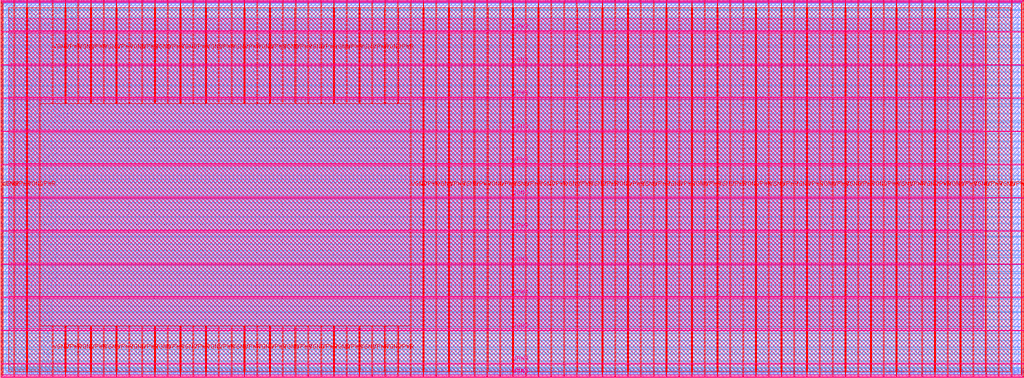
<source format=lef>
VERSION 5.7 ;
  NOWIREEXTENSIONATPIN ON ;
  DIVIDERCHAR "/" ;
  BUSBITCHARS "[]" ;
MACRO mgmt_core
  CLASS BLOCK ;
  FOREIGN mgmt_core ;
  ORIGIN 0.000 0.000 ;
  SIZE 2000.000 BY 740.000 ;
  PIN VGND
    DIRECTION INPUT ;
    USE GROUND ;
    PORT
      LAYER met5 ;
        RECT 0.020 0.780 1999.600 2.380 ;
    END
    PORT
      LAYER met5 ;
        RECT 0.020 91.490 1999.600 93.090 ;
    END
    PORT
      LAYER met5 ;
        RECT 0.020 221.490 1999.600 223.090 ;
    END
    PORT
      LAYER met5 ;
        RECT 0.020 351.490 1999.600 353.090 ;
    END
    PORT
      LAYER met5 ;
        RECT 0.020 481.490 1999.600 483.090 ;
    END
    PORT
      LAYER met5 ;
        RECT 0.020 611.490 1999.600 613.090 ;
    END
    PORT
      LAYER met5 ;
        RECT 0.020 737.460 1999.600 739.060 ;
    END
    PORT
      LAYER met4 ;
        RECT 100.640 0.780 102.240 101.240 ;
    END
    PORT
      LAYER met4 ;
        RECT 150.640 0.780 152.240 101.240 ;
    END
    PORT
      LAYER met4 ;
        RECT 200.640 0.780 202.240 101.240 ;
    END
    PORT
      LAYER met4 ;
        RECT 250.640 0.780 252.240 101.240 ;
    END
    PORT
      LAYER met4 ;
        RECT 300.640 0.780 302.240 101.240 ;
    END
    PORT
      LAYER met4 ;
        RECT 350.640 0.780 352.240 101.240 ;
    END
    PORT
      LAYER met4 ;
        RECT 400.640 0.780 402.240 101.240 ;
    END
    PORT
      LAYER met4 ;
        RECT 450.640 0.780 452.240 101.240 ;
    END
    PORT
      LAYER met4 ;
        RECT 500.640 0.780 502.240 101.240 ;
    END
    PORT
      LAYER met4 ;
        RECT 550.640 0.780 552.240 101.240 ;
    END
    PORT
      LAYER met4 ;
        RECT 600.640 0.780 602.240 101.240 ;
    END
    PORT
      LAYER met4 ;
        RECT 650.640 0.780 652.240 101.240 ;
    END
    PORT
      LAYER met4 ;
        RECT 700.640 0.780 702.240 101.240 ;
    END
    PORT
      LAYER met4 ;
        RECT 750.640 0.780 752.240 101.240 ;
    END
    PORT
      LAYER met4 ;
        RECT 0.020 0.780 1.620 739.060 ;
    END
    PORT
      LAYER met4 ;
        RECT 50.640 0.780 52.240 739.060 ;
    END
    PORT
      LAYER met4 ;
        RECT 100.640 537.300 102.240 739.060 ;
    END
    PORT
      LAYER met4 ;
        RECT 150.640 537.300 152.240 739.060 ;
    END
    PORT
      LAYER met4 ;
        RECT 200.640 537.300 202.240 739.060 ;
    END
    PORT
      LAYER met4 ;
        RECT 250.640 537.300 252.240 739.060 ;
    END
    PORT
      LAYER met4 ;
        RECT 300.640 537.300 302.240 739.060 ;
    END
    PORT
      LAYER met4 ;
        RECT 350.640 537.300 352.240 739.060 ;
    END
    PORT
      LAYER met4 ;
        RECT 400.640 537.300 402.240 739.060 ;
    END
    PORT
      LAYER met4 ;
        RECT 450.640 537.300 452.240 739.060 ;
    END
    PORT
      LAYER met4 ;
        RECT 500.640 537.300 502.240 739.060 ;
    END
    PORT
      LAYER met4 ;
        RECT 550.640 537.300 552.240 739.060 ;
    END
    PORT
      LAYER met4 ;
        RECT 600.640 537.300 602.240 739.060 ;
    END
    PORT
      LAYER met4 ;
        RECT 650.640 537.300 652.240 739.060 ;
    END
    PORT
      LAYER met4 ;
        RECT 700.640 537.300 702.240 739.060 ;
    END
    PORT
      LAYER met4 ;
        RECT 750.640 537.300 752.240 739.060 ;
    END
    PORT
      LAYER met4 ;
        RECT 800.640 0.780 802.240 739.060 ;
    END
    PORT
      LAYER met4 ;
        RECT 850.640 0.780 852.240 739.060 ;
    END
    PORT
      LAYER met4 ;
        RECT 900.640 0.780 902.240 739.060 ;
    END
    PORT
      LAYER met4 ;
        RECT 950.640 0.780 952.240 739.060 ;
    END
    PORT
      LAYER met4 ;
        RECT 1000.640 0.780 1002.240 739.060 ;
    END
    PORT
      LAYER met4 ;
        RECT 1050.640 0.780 1052.240 739.060 ;
    END
    PORT
      LAYER met4 ;
        RECT 1100.640 0.780 1102.240 739.060 ;
    END
    PORT
      LAYER met4 ;
        RECT 1150.640 0.780 1152.240 739.060 ;
    END
    PORT
      LAYER met4 ;
        RECT 1200.640 0.780 1202.240 739.060 ;
    END
    PORT
      LAYER met4 ;
        RECT 1250.640 0.780 1252.240 739.060 ;
    END
    PORT
      LAYER met4 ;
        RECT 1300.640 0.780 1302.240 739.060 ;
    END
    PORT
      LAYER met4 ;
        RECT 1350.640 0.780 1352.240 739.060 ;
    END
    PORT
      LAYER met4 ;
        RECT 1400.640 0.780 1402.240 739.060 ;
    END
    PORT
      LAYER met4 ;
        RECT 1450.640 0.780 1452.240 739.060 ;
    END
    PORT
      LAYER met4 ;
        RECT 1500.640 0.780 1502.240 739.060 ;
    END
    PORT
      LAYER met4 ;
        RECT 1550.640 0.780 1552.240 739.060 ;
    END
    PORT
      LAYER met4 ;
        RECT 1600.640 0.780 1602.240 739.060 ;
    END
    PORT
      LAYER met4 ;
        RECT 1650.640 0.780 1652.240 739.060 ;
    END
    PORT
      LAYER met4 ;
        RECT 1700.640 0.780 1702.240 739.060 ;
    END
    PORT
      LAYER met4 ;
        RECT 1750.640 0.780 1752.240 739.060 ;
    END
    PORT
      LAYER met4 ;
        RECT 1800.640 0.780 1802.240 739.060 ;
    END
    PORT
      LAYER met4 ;
        RECT 1850.640 0.780 1852.240 739.060 ;
    END
    PORT
      LAYER met4 ;
        RECT 1900.640 0.780 1902.240 739.060 ;
    END
    PORT
      LAYER met4 ;
        RECT 1950.640 0.780 1952.240 739.060 ;
    END
    PORT
      LAYER met4 ;
        RECT 1998.000 0.780 1999.600 739.060 ;
    END
  END VGND
  PIN VPWR
    DIRECTION INPUT ;
    USE POWER ;
    PORT
      LAYER met5 ;
        RECT 3.320 4.080 1996.300 5.680 ;
    END
    PORT
      LAYER met5 ;
        RECT 0.020 26.490 1999.600 28.090 ;
    END
    PORT
      LAYER met5 ;
        RECT 0.020 156.490 1999.600 158.090 ;
    END
    PORT
      LAYER met5 ;
        RECT 0.020 286.490 1999.600 288.090 ;
    END
    PORT
      LAYER met5 ;
        RECT 0.020 416.490 1999.600 418.090 ;
    END
    PORT
      LAYER met5 ;
        RECT 0.020 546.490 1999.600 548.090 ;
    END
    PORT
      LAYER met5 ;
        RECT 0.020 676.490 1999.600 678.090 ;
    END
    PORT
      LAYER met5 ;
        RECT 3.320 734.160 1996.300 735.760 ;
    END
    PORT
      LAYER met4 ;
        RECT 125.640 0.780 127.240 101.240 ;
    END
    PORT
      LAYER met4 ;
        RECT 175.640 0.780 177.240 101.240 ;
    END
    PORT
      LAYER met4 ;
        RECT 225.640 0.780 227.240 101.240 ;
    END
    PORT
      LAYER met4 ;
        RECT 275.640 0.780 277.240 101.240 ;
    END
    PORT
      LAYER met4 ;
        RECT 325.640 0.780 327.240 101.240 ;
    END
    PORT
      LAYER met4 ;
        RECT 375.640 0.780 377.240 101.240 ;
    END
    PORT
      LAYER met4 ;
        RECT 425.640 0.780 427.240 101.240 ;
    END
    PORT
      LAYER met4 ;
        RECT 475.640 0.780 477.240 101.240 ;
    END
    PORT
      LAYER met4 ;
        RECT 525.640 0.780 527.240 101.240 ;
    END
    PORT
      LAYER met4 ;
        RECT 575.640 0.780 577.240 101.240 ;
    END
    PORT
      LAYER met4 ;
        RECT 625.640 0.780 627.240 101.240 ;
    END
    PORT
      LAYER met4 ;
        RECT 675.640 0.780 677.240 101.240 ;
    END
    PORT
      LAYER met4 ;
        RECT 725.640 0.780 727.240 101.240 ;
    END
    PORT
      LAYER met4 ;
        RECT 775.640 0.780 777.240 101.240 ;
    END
    PORT
      LAYER met4 ;
        RECT 3.320 4.080 4.920 735.760 ;
    END
    PORT
      LAYER met4 ;
        RECT 1994.700 4.080 1996.300 735.760 ;
    END
    PORT
      LAYER met4 ;
        RECT 25.640 0.780 27.240 739.060 ;
    END
    PORT
      LAYER met4 ;
        RECT 75.640 0.780 77.240 739.060 ;
    END
    PORT
      LAYER met4 ;
        RECT 125.640 537.300 127.240 739.060 ;
    END
    PORT
      LAYER met4 ;
        RECT 175.640 537.300 177.240 739.060 ;
    END
    PORT
      LAYER met4 ;
        RECT 225.640 537.300 227.240 739.060 ;
    END
    PORT
      LAYER met4 ;
        RECT 275.640 537.300 277.240 739.060 ;
    END
    PORT
      LAYER met4 ;
        RECT 325.640 537.300 327.240 739.060 ;
    END
    PORT
      LAYER met4 ;
        RECT 375.640 537.300 377.240 739.060 ;
    END
    PORT
      LAYER met4 ;
        RECT 425.640 537.300 427.240 739.060 ;
    END
    PORT
      LAYER met4 ;
        RECT 475.640 537.300 477.240 739.060 ;
    END
    PORT
      LAYER met4 ;
        RECT 525.640 537.300 527.240 739.060 ;
    END
    PORT
      LAYER met4 ;
        RECT 575.640 537.300 577.240 739.060 ;
    END
    PORT
      LAYER met4 ;
        RECT 625.640 537.300 627.240 739.060 ;
    END
    PORT
      LAYER met4 ;
        RECT 675.640 537.300 677.240 739.060 ;
    END
    PORT
      LAYER met4 ;
        RECT 725.640 537.300 727.240 739.060 ;
    END
    PORT
      LAYER met4 ;
        RECT 775.640 537.300 777.240 739.060 ;
    END
    PORT
      LAYER met4 ;
        RECT 825.640 0.780 827.240 739.060 ;
    END
    PORT
      LAYER met4 ;
        RECT 875.640 0.780 877.240 739.060 ;
    END
    PORT
      LAYER met4 ;
        RECT 925.640 0.780 927.240 739.060 ;
    END
    PORT
      LAYER met4 ;
        RECT 975.640 0.780 977.240 739.060 ;
    END
    PORT
      LAYER met4 ;
        RECT 1025.640 0.780 1027.240 739.060 ;
    END
    PORT
      LAYER met4 ;
        RECT 1075.640 0.780 1077.240 739.060 ;
    END
    PORT
      LAYER met4 ;
        RECT 1125.640 0.780 1127.240 739.060 ;
    END
    PORT
      LAYER met4 ;
        RECT 1175.640 0.780 1177.240 739.060 ;
    END
    PORT
      LAYER met4 ;
        RECT 1225.640 0.780 1227.240 739.060 ;
    END
    PORT
      LAYER met4 ;
        RECT 1275.640 0.780 1277.240 739.060 ;
    END
    PORT
      LAYER met4 ;
        RECT 1325.640 0.780 1327.240 739.060 ;
    END
    PORT
      LAYER met4 ;
        RECT 1375.640 0.780 1377.240 739.060 ;
    END
    PORT
      LAYER met4 ;
        RECT 1425.640 0.780 1427.240 739.060 ;
    END
    PORT
      LAYER met4 ;
        RECT 1475.640 0.780 1477.240 739.060 ;
    END
    PORT
      LAYER met4 ;
        RECT 1525.640 0.780 1527.240 739.060 ;
    END
    PORT
      LAYER met4 ;
        RECT 1575.640 0.780 1577.240 739.060 ;
    END
    PORT
      LAYER met4 ;
        RECT 1625.640 0.780 1627.240 739.060 ;
    END
    PORT
      LAYER met4 ;
        RECT 1675.640 0.780 1677.240 739.060 ;
    END
    PORT
      LAYER met4 ;
        RECT 1725.640 0.780 1727.240 739.060 ;
    END
    PORT
      LAYER met4 ;
        RECT 1775.640 0.780 1777.240 739.060 ;
    END
    PORT
      LAYER met4 ;
        RECT 1825.640 0.780 1827.240 739.060 ;
    END
    PORT
      LAYER met4 ;
        RECT 1875.640 0.780 1877.240 739.060 ;
    END
    PORT
      LAYER met4 ;
        RECT 1925.640 0.780 1927.240 739.060 ;
    END
    PORT
      LAYER met4 ;
        RECT 1975.640 0.780 1977.240 739.060 ;
    END
  END VPWR
  PIN core_clk
    DIRECTION INPUT ;
    USE SIGNAL ;
    PORT
      LAYER met2 ;
        RECT 1.470 736.000 1.750 740.000 ;
    END
  END core_clk
  PIN core_rst
    DIRECTION INPUT ;
    USE SIGNAL ;
    PORT
      LAYER met2 ;
        RECT 1569.610 0.000 1569.890 4.000 ;
    END
  END core_rst
  PIN debug_mode
    DIRECTION OUTPUT TRISTATE ;
    USE SIGNAL ;
    PORT
      LAYER met2 ;
        RECT 1476.230 0.000 1476.510 4.000 ;
    END
  END debug_mode
  PIN debug_oeb
    DIRECTION OUTPUT TRISTATE ;
    USE SIGNAL ;
    PORT
      LAYER met2 ;
        RECT 1491.870 0.000 1492.150 4.000 ;
    END
  END debug_oeb
  PIN debug_rx
    DIRECTION INPUT ;
    USE SIGNAL ;
    PORT
      LAYER met2 ;
        RECT 1919.670 736.000 1919.950 740.000 ;
    END
  END debug_rx
  PIN debug_tx
    DIRECTION OUTPUT TRISTATE ;
    USE SIGNAL ;
    PORT
      LAYER met2 ;
        RECT 1585.250 0.000 1585.530 4.000 ;
    END
  END debug_tx
  PIN flash_clk
    DIRECTION OUTPUT TRISTATE ;
    USE SIGNAL ;
    PORT
      LAYER met2 ;
        RECT 100.830 0.000 101.110 4.000 ;
    END
  END flash_clk
  PIN flash_cs_n
    DIRECTION OUTPUT TRISTATE ;
    USE SIGNAL ;
    PORT
      LAYER met2 ;
        RECT 1600.890 0.000 1601.170 4.000 ;
    END
  END flash_cs_n
  PIN flash_io0_di
    DIRECTION INPUT ;
    USE SIGNAL ;
    PORT
      LAYER met2 ;
        RECT 116.470 0.000 116.750 4.000 ;
    END
  END flash_io0_di
  PIN flash_io0_do
    DIRECTION OUTPUT TRISTATE ;
    USE SIGNAL ;
    PORT
      LAYER met2 ;
        RECT 132.110 0.000 132.390 4.000 ;
    END
  END flash_io0_do
  PIN flash_io0_oeb
    DIRECTION OUTPUT TRISTATE ;
    USE SIGNAL ;
    PORT
      LAYER met2 ;
        RECT 147.750 0.000 148.030 4.000 ;
    END
  END flash_io0_oeb
  PIN flash_io1_di
    DIRECTION INPUT ;
    USE SIGNAL ;
    PORT
      LAYER met2 ;
        RECT 163.390 0.000 163.670 4.000 ;
    END
  END flash_io1_di
  PIN flash_io1_do
    DIRECTION INPUT ;
    USE SIGNAL ;
    PORT
      LAYER met2 ;
        RECT 179.030 0.000 179.310 4.000 ;
    END
  END flash_io1_do
  PIN flash_io1_oeb
    DIRECTION INPUT ;
    USE SIGNAL ;
    PORT
      LAYER met2 ;
        RECT 194.670 0.000 194.950 4.000 ;
    END
  END flash_io1_oeb
  PIN flash_io2_di
    DIRECTION INPUT ;
    USE SIGNAL ;
    PORT
      LAYER met2 ;
        RECT 210.310 0.000 210.590 4.000 ;
    END
  END flash_io2_di
  PIN flash_io2_do
    DIRECTION INPUT ;
    USE SIGNAL ;
    PORT
      LAYER met2 ;
        RECT 225.950 0.000 226.230 4.000 ;
    END
  END flash_io2_do
  PIN flash_io2_oeb
    DIRECTION INPUT ;
    USE SIGNAL ;
    PORT
      LAYER met3 ;
        RECT 0.000 19.080 4.000 19.680 ;
    END
  END flash_io2_oeb
  PIN flash_io3_di
    DIRECTION INPUT ;
    USE SIGNAL ;
    PORT
      LAYER met2 ;
        RECT 241.590 0.000 241.870 4.000 ;
    END
  END flash_io3_di
  PIN flash_io3_do
    DIRECTION INPUT ;
    USE SIGNAL ;
    PORT
      LAYER met2 ;
        RECT 257.230 0.000 257.510 4.000 ;
    END
  END flash_io3_do
  PIN flash_io3_oeb
    DIRECTION INPUT ;
    USE SIGNAL ;
    PORT
      LAYER met3 ;
        RECT 0.000 6.160 4.000 6.760 ;
    END
  END flash_io3_oeb
  PIN gpio_in_pad
    DIRECTION INPUT ;
    USE SIGNAL ;
    PORT
      LAYER met2 ;
        RECT 7.450 0.000 7.730 4.000 ;
    END
  END gpio_in_pad
  PIN gpio_inenb_pad
    DIRECTION OUTPUT TRISTATE ;
    USE SIGNAL ;
    PORT
      LAYER met2 ;
        RECT 22.630 0.000 22.910 4.000 ;
    END
  END gpio_inenb_pad
  PIN gpio_mode0_pad
    DIRECTION OUTPUT TRISTATE ;
    USE SIGNAL ;
    PORT
      LAYER met2 ;
        RECT 38.270 0.000 38.550 4.000 ;
    END
  END gpio_mode0_pad
  PIN gpio_mode1_pad
    DIRECTION OUTPUT TRISTATE ;
    USE SIGNAL ;
    PORT
      LAYER met2 ;
        RECT 53.910 0.000 54.190 4.000 ;
    END
  END gpio_mode1_pad
  PIN gpio_out_pad
    DIRECTION OUTPUT TRISTATE ;
    USE SIGNAL ;
    PORT
      LAYER met2 ;
        RECT 69.550 0.000 69.830 4.000 ;
    END
  END gpio_out_pad
  PIN gpio_outenb_pad
    DIRECTION OUTPUT TRISTATE ;
    USE SIGNAL ;
    PORT
      LAYER met2 ;
        RECT 85.190 0.000 85.470 4.000 ;
    END
  END gpio_outenb_pad
  PIN hk_ack_i
    DIRECTION INPUT ;
    USE SIGNAL ;
    PORT
      LAYER met2 ;
        RECT 288.510 0.000 288.790 4.000 ;
    END
  END hk_ack_i
  PIN hk_dat_i[0]
    DIRECTION INPUT ;
    USE SIGNAL ;
    PORT
      LAYER met2 ;
        RECT 319.790 0.000 320.070 4.000 ;
    END
  END hk_dat_i[0]
  PIN hk_dat_i[10]
    DIRECTION INPUT ;
    USE SIGNAL ;
    PORT
      LAYER met2 ;
        RECT 476.190 0.000 476.470 4.000 ;
    END
  END hk_dat_i[10]
  PIN hk_dat_i[11]
    DIRECTION INPUT ;
    USE SIGNAL ;
    PORT
      LAYER met2 ;
        RECT 491.830 0.000 492.110 4.000 ;
    END
  END hk_dat_i[11]
  PIN hk_dat_i[12]
    DIRECTION INPUT ;
    USE SIGNAL ;
    PORT
      LAYER met2 ;
        RECT 507.470 0.000 507.750 4.000 ;
    END
  END hk_dat_i[12]
  PIN hk_dat_i[13]
    DIRECTION INPUT ;
    USE SIGNAL ;
    PORT
      LAYER met2 ;
        RECT 522.650 0.000 522.930 4.000 ;
    END
  END hk_dat_i[13]
  PIN hk_dat_i[14]
    DIRECTION INPUT ;
    USE SIGNAL ;
    PORT
      LAYER met2 ;
        RECT 538.290 0.000 538.570 4.000 ;
    END
  END hk_dat_i[14]
  PIN hk_dat_i[15]
    DIRECTION INPUT ;
    USE SIGNAL ;
    PORT
      LAYER met2 ;
        RECT 553.930 0.000 554.210 4.000 ;
    END
  END hk_dat_i[15]
  PIN hk_dat_i[16]
    DIRECTION INPUT ;
    USE SIGNAL ;
    PORT
      LAYER met2 ;
        RECT 569.570 0.000 569.850 4.000 ;
    END
  END hk_dat_i[16]
  PIN hk_dat_i[17]
    DIRECTION INPUT ;
    USE SIGNAL ;
    PORT
      LAYER met2 ;
        RECT 585.210 0.000 585.490 4.000 ;
    END
  END hk_dat_i[17]
  PIN hk_dat_i[18]
    DIRECTION INPUT ;
    USE SIGNAL ;
    PORT
      LAYER met2 ;
        RECT 600.850 0.000 601.130 4.000 ;
    END
  END hk_dat_i[18]
  PIN hk_dat_i[19]
    DIRECTION INPUT ;
    USE SIGNAL ;
    PORT
      LAYER met2 ;
        RECT 616.490 0.000 616.770 4.000 ;
    END
  END hk_dat_i[19]
  PIN hk_dat_i[1]
    DIRECTION INPUT ;
    USE SIGNAL ;
    PORT
      LAYER met2 ;
        RECT 335.430 0.000 335.710 4.000 ;
    END
  END hk_dat_i[1]
  PIN hk_dat_i[20]
    DIRECTION INPUT ;
    USE SIGNAL ;
    PORT
      LAYER met2 ;
        RECT 632.130 0.000 632.410 4.000 ;
    END
  END hk_dat_i[20]
  PIN hk_dat_i[21]
    DIRECTION INPUT ;
    USE SIGNAL ;
    PORT
      LAYER met2 ;
        RECT 647.770 0.000 648.050 4.000 ;
    END
  END hk_dat_i[21]
  PIN hk_dat_i[22]
    DIRECTION INPUT ;
    USE SIGNAL ;
    PORT
      LAYER met2 ;
        RECT 663.410 0.000 663.690 4.000 ;
    END
  END hk_dat_i[22]
  PIN hk_dat_i[23]
    DIRECTION INPUT ;
    USE SIGNAL ;
    PORT
      LAYER met2 ;
        RECT 679.050 0.000 679.330 4.000 ;
    END
  END hk_dat_i[23]
  PIN hk_dat_i[24]
    DIRECTION INPUT ;
    USE SIGNAL ;
    PORT
      LAYER met2 ;
        RECT 694.690 0.000 694.970 4.000 ;
    END
  END hk_dat_i[24]
  PIN hk_dat_i[25]
    DIRECTION INPUT ;
    USE SIGNAL ;
    PORT
      LAYER met2 ;
        RECT 710.330 0.000 710.610 4.000 ;
    END
  END hk_dat_i[25]
  PIN hk_dat_i[26]
    DIRECTION INPUT ;
    USE SIGNAL ;
    PORT
      LAYER met2 ;
        RECT 725.970 0.000 726.250 4.000 ;
    END
  END hk_dat_i[26]
  PIN hk_dat_i[27]
    DIRECTION INPUT ;
    USE SIGNAL ;
    PORT
      LAYER met2 ;
        RECT 741.610 0.000 741.890 4.000 ;
    END
  END hk_dat_i[27]
  PIN hk_dat_i[28]
    DIRECTION INPUT ;
    USE SIGNAL ;
    PORT
      LAYER met2 ;
        RECT 757.250 0.000 757.530 4.000 ;
    END
  END hk_dat_i[28]
  PIN hk_dat_i[29]
    DIRECTION INPUT ;
    USE SIGNAL ;
    PORT
      LAYER met2 ;
        RECT 772.890 0.000 773.170 4.000 ;
    END
  END hk_dat_i[29]
  PIN hk_dat_i[2]
    DIRECTION INPUT ;
    USE SIGNAL ;
    PORT
      LAYER met2 ;
        RECT 351.070 0.000 351.350 4.000 ;
    END
  END hk_dat_i[2]
  PIN hk_dat_i[30]
    DIRECTION INPUT ;
    USE SIGNAL ;
    PORT
      LAYER met2 ;
        RECT 788.530 0.000 788.810 4.000 ;
    END
  END hk_dat_i[30]
  PIN hk_dat_i[31]
    DIRECTION INPUT ;
    USE SIGNAL ;
    PORT
      LAYER met2 ;
        RECT 804.170 0.000 804.450 4.000 ;
    END
  END hk_dat_i[31]
  PIN hk_dat_i[3]
    DIRECTION INPUT ;
    USE SIGNAL ;
    PORT
      LAYER met2 ;
        RECT 366.710 0.000 366.990 4.000 ;
    END
  END hk_dat_i[3]
  PIN hk_dat_i[4]
    DIRECTION INPUT ;
    USE SIGNAL ;
    PORT
      LAYER met2 ;
        RECT 382.350 0.000 382.630 4.000 ;
    END
  END hk_dat_i[4]
  PIN hk_dat_i[5]
    DIRECTION INPUT ;
    USE SIGNAL ;
    PORT
      LAYER met2 ;
        RECT 397.990 0.000 398.270 4.000 ;
    END
  END hk_dat_i[5]
  PIN hk_dat_i[6]
    DIRECTION INPUT ;
    USE SIGNAL ;
    PORT
      LAYER met2 ;
        RECT 413.630 0.000 413.910 4.000 ;
    END
  END hk_dat_i[6]
  PIN hk_dat_i[7]
    DIRECTION INPUT ;
    USE SIGNAL ;
    PORT
      LAYER met2 ;
        RECT 429.270 0.000 429.550 4.000 ;
    END
  END hk_dat_i[7]
  PIN hk_dat_i[8]
    DIRECTION INPUT ;
    USE SIGNAL ;
    PORT
      LAYER met2 ;
        RECT 444.910 0.000 445.190 4.000 ;
    END
  END hk_dat_i[8]
  PIN hk_dat_i[9]
    DIRECTION INPUT ;
    USE SIGNAL ;
    PORT
      LAYER met2 ;
        RECT 460.550 0.000 460.830 4.000 ;
    END
  END hk_dat_i[9]
  PIN hk_stb_o
    DIRECTION OUTPUT TRISTATE ;
    USE SIGNAL ;
    PORT
      LAYER met2 ;
        RECT 304.150 0.000 304.430 4.000 ;
    END
  END hk_stb_o
  PIN la_iena[0]
    DIRECTION OUTPUT TRISTATE ;
    USE SIGNAL ;
    PORT
      LAYER met2 ;
        RECT 4.690 736.000 4.970 740.000 ;
    END
  END la_iena[0]
  PIN la_iena[100]
    DIRECTION OUTPUT TRISTATE ;
    USE SIGNAL ;
    PORT
      LAYER met2 ;
        RECT 1309.710 736.000 1309.990 740.000 ;
    END
  END la_iena[100]
  PIN la_iena[101]
    DIRECTION OUTPUT TRISTATE ;
    USE SIGNAL ;
    PORT
      LAYER met2 ;
        RECT 1322.590 736.000 1322.870 740.000 ;
    END
  END la_iena[101]
  PIN la_iena[102]
    DIRECTION OUTPUT TRISTATE ;
    USE SIGNAL ;
    PORT
      LAYER met2 ;
        RECT 1335.930 736.000 1336.210 740.000 ;
    END
  END la_iena[102]
  PIN la_iena[103]
    DIRECTION OUTPUT TRISTATE ;
    USE SIGNAL ;
    PORT
      LAYER met2 ;
        RECT 1348.810 736.000 1349.090 740.000 ;
    END
  END la_iena[103]
  PIN la_iena[104]
    DIRECTION OUTPUT TRISTATE ;
    USE SIGNAL ;
    PORT
      LAYER met2 ;
        RECT 1361.690 736.000 1361.970 740.000 ;
    END
  END la_iena[104]
  PIN la_iena[105]
    DIRECTION OUTPUT TRISTATE ;
    USE SIGNAL ;
    PORT
      LAYER met2 ;
        RECT 1375.030 736.000 1375.310 740.000 ;
    END
  END la_iena[105]
  PIN la_iena[106]
    DIRECTION OUTPUT TRISTATE ;
    USE SIGNAL ;
    PORT
      LAYER met2 ;
        RECT 1387.910 736.000 1388.190 740.000 ;
    END
  END la_iena[106]
  PIN la_iena[107]
    DIRECTION OUTPUT TRISTATE ;
    USE SIGNAL ;
    PORT
      LAYER met2 ;
        RECT 1400.790 736.000 1401.070 740.000 ;
    END
  END la_iena[107]
  PIN la_iena[108]
    DIRECTION OUTPUT TRISTATE ;
    USE SIGNAL ;
    PORT
      LAYER met2 ;
        RECT 1414.130 736.000 1414.410 740.000 ;
    END
  END la_iena[108]
  PIN la_iena[109]
    DIRECTION OUTPUT TRISTATE ;
    USE SIGNAL ;
    PORT
      LAYER met2 ;
        RECT 1427.010 736.000 1427.290 740.000 ;
    END
  END la_iena[109]
  PIN la_iena[10]
    DIRECTION OUTPUT TRISTATE ;
    USE SIGNAL ;
    PORT
      LAYER met2 ;
        RECT 134.870 736.000 135.150 740.000 ;
    END
  END la_iena[10]
  PIN la_iena[110]
    DIRECTION OUTPUT TRISTATE ;
    USE SIGNAL ;
    PORT
      LAYER met2 ;
        RECT 1440.350 736.000 1440.630 740.000 ;
    END
  END la_iena[110]
  PIN la_iena[111]
    DIRECTION OUTPUT TRISTATE ;
    USE SIGNAL ;
    PORT
      LAYER met2 ;
        RECT 1453.230 736.000 1453.510 740.000 ;
    END
  END la_iena[111]
  PIN la_iena[112]
    DIRECTION OUTPUT TRISTATE ;
    USE SIGNAL ;
    PORT
      LAYER met2 ;
        RECT 1466.110 736.000 1466.390 740.000 ;
    END
  END la_iena[112]
  PIN la_iena[113]
    DIRECTION OUTPUT TRISTATE ;
    USE SIGNAL ;
    PORT
      LAYER met2 ;
        RECT 1479.450 736.000 1479.730 740.000 ;
    END
  END la_iena[113]
  PIN la_iena[114]
    DIRECTION OUTPUT TRISTATE ;
    USE SIGNAL ;
    PORT
      LAYER met2 ;
        RECT 1492.330 736.000 1492.610 740.000 ;
    END
  END la_iena[114]
  PIN la_iena[115]
    DIRECTION OUTPUT TRISTATE ;
    USE SIGNAL ;
    PORT
      LAYER met2 ;
        RECT 1505.210 736.000 1505.490 740.000 ;
    END
  END la_iena[115]
  PIN la_iena[116]
    DIRECTION OUTPUT TRISTATE ;
    USE SIGNAL ;
    PORT
      LAYER met2 ;
        RECT 1518.550 736.000 1518.830 740.000 ;
    END
  END la_iena[116]
  PIN la_iena[117]
    DIRECTION OUTPUT TRISTATE ;
    USE SIGNAL ;
    PORT
      LAYER met2 ;
        RECT 1531.430 736.000 1531.710 740.000 ;
    END
  END la_iena[117]
  PIN la_iena[118]
    DIRECTION OUTPUT TRISTATE ;
    USE SIGNAL ;
    PORT
      LAYER met2 ;
        RECT 1544.310 736.000 1544.590 740.000 ;
    END
  END la_iena[118]
  PIN la_iena[119]
    DIRECTION OUTPUT TRISTATE ;
    USE SIGNAL ;
    PORT
      LAYER met2 ;
        RECT 1557.650 736.000 1557.930 740.000 ;
    END
  END la_iena[119]
  PIN la_iena[11]
    DIRECTION OUTPUT TRISTATE ;
    USE SIGNAL ;
    PORT
      LAYER met2 ;
        RECT 148.210 736.000 148.490 740.000 ;
    END
  END la_iena[11]
  PIN la_iena[120]
    DIRECTION OUTPUT TRISTATE ;
    USE SIGNAL ;
    PORT
      LAYER met2 ;
        RECT 1570.530 736.000 1570.810 740.000 ;
    END
  END la_iena[120]
  PIN la_iena[121]
    DIRECTION OUTPUT TRISTATE ;
    USE SIGNAL ;
    PORT
      LAYER met2 ;
        RECT 1583.870 736.000 1584.150 740.000 ;
    END
  END la_iena[121]
  PIN la_iena[122]
    DIRECTION OUTPUT TRISTATE ;
    USE SIGNAL ;
    PORT
      LAYER met2 ;
        RECT 1596.750 736.000 1597.030 740.000 ;
    END
  END la_iena[122]
  PIN la_iena[123]
    DIRECTION OUTPUT TRISTATE ;
    USE SIGNAL ;
    PORT
      LAYER met2 ;
        RECT 1609.630 736.000 1609.910 740.000 ;
    END
  END la_iena[123]
  PIN la_iena[124]
    DIRECTION OUTPUT TRISTATE ;
    USE SIGNAL ;
    PORT
      LAYER met2 ;
        RECT 1622.970 736.000 1623.250 740.000 ;
    END
  END la_iena[124]
  PIN la_iena[125]
    DIRECTION OUTPUT TRISTATE ;
    USE SIGNAL ;
    PORT
      LAYER met2 ;
        RECT 1635.850 736.000 1636.130 740.000 ;
    END
  END la_iena[125]
  PIN la_iena[126]
    DIRECTION OUTPUT TRISTATE ;
    USE SIGNAL ;
    PORT
      LAYER met2 ;
        RECT 1648.730 736.000 1649.010 740.000 ;
    END
  END la_iena[126]
  PIN la_iena[127]
    DIRECTION OUTPUT TRISTATE ;
    USE SIGNAL ;
    PORT
      LAYER met2 ;
        RECT 1662.070 736.000 1662.350 740.000 ;
    END
  END la_iena[127]
  PIN la_iena[12]
    DIRECTION OUTPUT TRISTATE ;
    USE SIGNAL ;
    PORT
      LAYER met2 ;
        RECT 161.090 736.000 161.370 740.000 ;
    END
  END la_iena[12]
  PIN la_iena[13]
    DIRECTION OUTPUT TRISTATE ;
    USE SIGNAL ;
    PORT
      LAYER met2 ;
        RECT 173.970 736.000 174.250 740.000 ;
    END
  END la_iena[13]
  PIN la_iena[14]
    DIRECTION OUTPUT TRISTATE ;
    USE SIGNAL ;
    PORT
      LAYER met2 ;
        RECT 187.310 736.000 187.590 740.000 ;
    END
  END la_iena[14]
  PIN la_iena[15]
    DIRECTION OUTPUT TRISTATE ;
    USE SIGNAL ;
    PORT
      LAYER met2 ;
        RECT 200.190 736.000 200.470 740.000 ;
    END
  END la_iena[15]
  PIN la_iena[16]
    DIRECTION OUTPUT TRISTATE ;
    USE SIGNAL ;
    PORT
      LAYER met2 ;
        RECT 213.530 736.000 213.810 740.000 ;
    END
  END la_iena[16]
  PIN la_iena[17]
    DIRECTION OUTPUT TRISTATE ;
    USE SIGNAL ;
    PORT
      LAYER met2 ;
        RECT 226.410 736.000 226.690 740.000 ;
    END
  END la_iena[17]
  PIN la_iena[18]
    DIRECTION OUTPUT TRISTATE ;
    USE SIGNAL ;
    PORT
      LAYER met2 ;
        RECT 239.290 736.000 239.570 740.000 ;
    END
  END la_iena[18]
  PIN la_iena[19]
    DIRECTION OUTPUT TRISTATE ;
    USE SIGNAL ;
    PORT
      LAYER met2 ;
        RECT 252.630 736.000 252.910 740.000 ;
    END
  END la_iena[19]
  PIN la_iena[1]
    DIRECTION OUTPUT TRISTATE ;
    USE SIGNAL ;
    PORT
      LAYER met2 ;
        RECT 17.570 736.000 17.850 740.000 ;
    END
  END la_iena[1]
  PIN la_iena[20]
    DIRECTION OUTPUT TRISTATE ;
    USE SIGNAL ;
    PORT
      LAYER met2 ;
        RECT 265.510 736.000 265.790 740.000 ;
    END
  END la_iena[20]
  PIN la_iena[21]
    DIRECTION OUTPUT TRISTATE ;
    USE SIGNAL ;
    PORT
      LAYER met2 ;
        RECT 278.390 736.000 278.670 740.000 ;
    END
  END la_iena[21]
  PIN la_iena[22]
    DIRECTION OUTPUT TRISTATE ;
    USE SIGNAL ;
    PORT
      LAYER met2 ;
        RECT 291.730 736.000 292.010 740.000 ;
    END
  END la_iena[22]
  PIN la_iena[23]
    DIRECTION OUTPUT TRISTATE ;
    USE SIGNAL ;
    PORT
      LAYER met2 ;
        RECT 304.610 736.000 304.890 740.000 ;
    END
  END la_iena[23]
  PIN la_iena[24]
    DIRECTION OUTPUT TRISTATE ;
    USE SIGNAL ;
    PORT
      LAYER met2 ;
        RECT 317.950 736.000 318.230 740.000 ;
    END
  END la_iena[24]
  PIN la_iena[25]
    DIRECTION OUTPUT TRISTATE ;
    USE SIGNAL ;
    PORT
      LAYER met2 ;
        RECT 330.830 736.000 331.110 740.000 ;
    END
  END la_iena[25]
  PIN la_iena[26]
    DIRECTION OUTPUT TRISTATE ;
    USE SIGNAL ;
    PORT
      LAYER met2 ;
        RECT 343.710 736.000 343.990 740.000 ;
    END
  END la_iena[26]
  PIN la_iena[27]
    DIRECTION OUTPUT TRISTATE ;
    USE SIGNAL ;
    PORT
      LAYER met2 ;
        RECT 357.050 736.000 357.330 740.000 ;
    END
  END la_iena[27]
  PIN la_iena[28]
    DIRECTION OUTPUT TRISTATE ;
    USE SIGNAL ;
    PORT
      LAYER met2 ;
        RECT 369.930 736.000 370.210 740.000 ;
    END
  END la_iena[28]
  PIN la_iena[29]
    DIRECTION OUTPUT TRISTATE ;
    USE SIGNAL ;
    PORT
      LAYER met2 ;
        RECT 382.810 736.000 383.090 740.000 ;
    END
  END la_iena[29]
  PIN la_iena[2]
    DIRECTION OUTPUT TRISTATE ;
    USE SIGNAL ;
    PORT
      LAYER met2 ;
        RECT 30.450 736.000 30.730 740.000 ;
    END
  END la_iena[2]
  PIN la_iena[30]
    DIRECTION OUTPUT TRISTATE ;
    USE SIGNAL ;
    PORT
      LAYER met2 ;
        RECT 396.150 736.000 396.430 740.000 ;
    END
  END la_iena[30]
  PIN la_iena[31]
    DIRECTION OUTPUT TRISTATE ;
    USE SIGNAL ;
    PORT
      LAYER met2 ;
        RECT 409.030 736.000 409.310 740.000 ;
    END
  END la_iena[31]
  PIN la_iena[32]
    DIRECTION OUTPUT TRISTATE ;
    USE SIGNAL ;
    PORT
      LAYER met2 ;
        RECT 421.910 736.000 422.190 740.000 ;
    END
  END la_iena[32]
  PIN la_iena[33]
    DIRECTION OUTPUT TRISTATE ;
    USE SIGNAL ;
    PORT
      LAYER met2 ;
        RECT 435.250 736.000 435.530 740.000 ;
    END
  END la_iena[33]
  PIN la_iena[34]
    DIRECTION OUTPUT TRISTATE ;
    USE SIGNAL ;
    PORT
      LAYER met2 ;
        RECT 448.130 736.000 448.410 740.000 ;
    END
  END la_iena[34]
  PIN la_iena[35]
    DIRECTION OUTPUT TRISTATE ;
    USE SIGNAL ;
    PORT
      LAYER met2 ;
        RECT 461.470 736.000 461.750 740.000 ;
    END
  END la_iena[35]
  PIN la_iena[36]
    DIRECTION OUTPUT TRISTATE ;
    USE SIGNAL ;
    PORT
      LAYER met2 ;
        RECT 474.350 736.000 474.630 740.000 ;
    END
  END la_iena[36]
  PIN la_iena[37]
    DIRECTION OUTPUT TRISTATE ;
    USE SIGNAL ;
    PORT
      LAYER met2 ;
        RECT 487.230 736.000 487.510 740.000 ;
    END
  END la_iena[37]
  PIN la_iena[38]
    DIRECTION OUTPUT TRISTATE ;
    USE SIGNAL ;
    PORT
      LAYER met2 ;
        RECT 500.570 736.000 500.850 740.000 ;
    END
  END la_iena[38]
  PIN la_iena[39]
    DIRECTION OUTPUT TRISTATE ;
    USE SIGNAL ;
    PORT
      LAYER met2 ;
        RECT 513.450 736.000 513.730 740.000 ;
    END
  END la_iena[39]
  PIN la_iena[3]
    DIRECTION OUTPUT TRISTATE ;
    USE SIGNAL ;
    PORT
      LAYER met2 ;
        RECT 43.790 736.000 44.070 740.000 ;
    END
  END la_iena[3]
  PIN la_iena[40]
    DIRECTION OUTPUT TRISTATE ;
    USE SIGNAL ;
    PORT
      LAYER met2 ;
        RECT 526.330 736.000 526.610 740.000 ;
    END
  END la_iena[40]
  PIN la_iena[41]
    DIRECTION OUTPUT TRISTATE ;
    USE SIGNAL ;
    PORT
      LAYER met2 ;
        RECT 539.670 736.000 539.950 740.000 ;
    END
  END la_iena[41]
  PIN la_iena[42]
    DIRECTION OUTPUT TRISTATE ;
    USE SIGNAL ;
    PORT
      LAYER met2 ;
        RECT 552.550 736.000 552.830 740.000 ;
    END
  END la_iena[42]
  PIN la_iena[43]
    DIRECTION OUTPUT TRISTATE ;
    USE SIGNAL ;
    PORT
      LAYER met2 ;
        RECT 565.890 736.000 566.170 740.000 ;
    END
  END la_iena[43]
  PIN la_iena[44]
    DIRECTION OUTPUT TRISTATE ;
    USE SIGNAL ;
    PORT
      LAYER met2 ;
        RECT 578.770 736.000 579.050 740.000 ;
    END
  END la_iena[44]
  PIN la_iena[45]
    DIRECTION OUTPUT TRISTATE ;
    USE SIGNAL ;
    PORT
      LAYER met2 ;
        RECT 591.650 736.000 591.930 740.000 ;
    END
  END la_iena[45]
  PIN la_iena[46]
    DIRECTION OUTPUT TRISTATE ;
    USE SIGNAL ;
    PORT
      LAYER met2 ;
        RECT 604.990 736.000 605.270 740.000 ;
    END
  END la_iena[46]
  PIN la_iena[47]
    DIRECTION OUTPUT TRISTATE ;
    USE SIGNAL ;
    PORT
      LAYER met2 ;
        RECT 617.870 736.000 618.150 740.000 ;
    END
  END la_iena[47]
  PIN la_iena[48]
    DIRECTION OUTPUT TRISTATE ;
    USE SIGNAL ;
    PORT
      LAYER met2 ;
        RECT 630.750 736.000 631.030 740.000 ;
    END
  END la_iena[48]
  PIN la_iena[49]
    DIRECTION OUTPUT TRISTATE ;
    USE SIGNAL ;
    PORT
      LAYER met2 ;
        RECT 644.090 736.000 644.370 740.000 ;
    END
  END la_iena[49]
  PIN la_iena[4]
    DIRECTION OUTPUT TRISTATE ;
    USE SIGNAL ;
    PORT
      LAYER met2 ;
        RECT 56.670 736.000 56.950 740.000 ;
    END
  END la_iena[4]
  PIN la_iena[50]
    DIRECTION OUTPUT TRISTATE ;
    USE SIGNAL ;
    PORT
      LAYER met2 ;
        RECT 656.970 736.000 657.250 740.000 ;
    END
  END la_iena[50]
  PIN la_iena[51]
    DIRECTION OUTPUT TRISTATE ;
    USE SIGNAL ;
    PORT
      LAYER met2 ;
        RECT 670.310 736.000 670.590 740.000 ;
    END
  END la_iena[51]
  PIN la_iena[52]
    DIRECTION OUTPUT TRISTATE ;
    USE SIGNAL ;
    PORT
      LAYER met2 ;
        RECT 683.190 736.000 683.470 740.000 ;
    END
  END la_iena[52]
  PIN la_iena[53]
    DIRECTION OUTPUT TRISTATE ;
    USE SIGNAL ;
    PORT
      LAYER met2 ;
        RECT 696.070 736.000 696.350 740.000 ;
    END
  END la_iena[53]
  PIN la_iena[54]
    DIRECTION OUTPUT TRISTATE ;
    USE SIGNAL ;
    PORT
      LAYER met2 ;
        RECT 709.410 736.000 709.690 740.000 ;
    END
  END la_iena[54]
  PIN la_iena[55]
    DIRECTION OUTPUT TRISTATE ;
    USE SIGNAL ;
    PORT
      LAYER met2 ;
        RECT 722.290 736.000 722.570 740.000 ;
    END
  END la_iena[55]
  PIN la_iena[56]
    DIRECTION OUTPUT TRISTATE ;
    USE SIGNAL ;
    PORT
      LAYER met2 ;
        RECT 735.170 736.000 735.450 740.000 ;
    END
  END la_iena[56]
  PIN la_iena[57]
    DIRECTION OUTPUT TRISTATE ;
    USE SIGNAL ;
    PORT
      LAYER met2 ;
        RECT 748.510 736.000 748.790 740.000 ;
    END
  END la_iena[57]
  PIN la_iena[58]
    DIRECTION OUTPUT TRISTATE ;
    USE SIGNAL ;
    PORT
      LAYER met2 ;
        RECT 761.390 736.000 761.670 740.000 ;
    END
  END la_iena[58]
  PIN la_iena[59]
    DIRECTION OUTPUT TRISTATE ;
    USE SIGNAL ;
    PORT
      LAYER met2 ;
        RECT 774.730 736.000 775.010 740.000 ;
    END
  END la_iena[59]
  PIN la_iena[5]
    DIRECTION OUTPUT TRISTATE ;
    USE SIGNAL ;
    PORT
      LAYER met2 ;
        RECT 69.550 736.000 69.830 740.000 ;
    END
  END la_iena[5]
  PIN la_iena[60]
    DIRECTION OUTPUT TRISTATE ;
    USE SIGNAL ;
    PORT
      LAYER met2 ;
        RECT 787.610 736.000 787.890 740.000 ;
    END
  END la_iena[60]
  PIN la_iena[61]
    DIRECTION OUTPUT TRISTATE ;
    USE SIGNAL ;
    PORT
      LAYER met2 ;
        RECT 800.490 736.000 800.770 740.000 ;
    END
  END la_iena[61]
  PIN la_iena[62]
    DIRECTION OUTPUT TRISTATE ;
    USE SIGNAL ;
    PORT
      LAYER met2 ;
        RECT 813.830 736.000 814.110 740.000 ;
    END
  END la_iena[62]
  PIN la_iena[63]
    DIRECTION OUTPUT TRISTATE ;
    USE SIGNAL ;
    PORT
      LAYER met2 ;
        RECT 826.710 736.000 826.990 740.000 ;
    END
  END la_iena[63]
  PIN la_iena[64]
    DIRECTION OUTPUT TRISTATE ;
    USE SIGNAL ;
    PORT
      LAYER met2 ;
        RECT 839.590 736.000 839.870 740.000 ;
    END
  END la_iena[64]
  PIN la_iena[65]
    DIRECTION OUTPUT TRISTATE ;
    USE SIGNAL ;
    PORT
      LAYER met2 ;
        RECT 852.930 736.000 853.210 740.000 ;
    END
  END la_iena[65]
  PIN la_iena[66]
    DIRECTION OUTPUT TRISTATE ;
    USE SIGNAL ;
    PORT
      LAYER met2 ;
        RECT 865.810 736.000 866.090 740.000 ;
    END
  END la_iena[66]
  PIN la_iena[67]
    DIRECTION OUTPUT TRISTATE ;
    USE SIGNAL ;
    PORT
      LAYER met2 ;
        RECT 879.150 736.000 879.430 740.000 ;
    END
  END la_iena[67]
  PIN la_iena[68]
    DIRECTION OUTPUT TRISTATE ;
    USE SIGNAL ;
    PORT
      LAYER met2 ;
        RECT 892.030 736.000 892.310 740.000 ;
    END
  END la_iena[68]
  PIN la_iena[69]
    DIRECTION OUTPUT TRISTATE ;
    USE SIGNAL ;
    PORT
      LAYER met2 ;
        RECT 904.910 736.000 905.190 740.000 ;
    END
  END la_iena[69]
  PIN la_iena[6]
    DIRECTION OUTPUT TRISTATE ;
    USE SIGNAL ;
    PORT
      LAYER met2 ;
        RECT 82.890 736.000 83.170 740.000 ;
    END
  END la_iena[6]
  PIN la_iena[70]
    DIRECTION OUTPUT TRISTATE ;
    USE SIGNAL ;
    PORT
      LAYER met2 ;
        RECT 918.250 736.000 918.530 740.000 ;
    END
  END la_iena[70]
  PIN la_iena[71]
    DIRECTION OUTPUT TRISTATE ;
    USE SIGNAL ;
    PORT
      LAYER met2 ;
        RECT 931.130 736.000 931.410 740.000 ;
    END
  END la_iena[71]
  PIN la_iena[72]
    DIRECTION OUTPUT TRISTATE ;
    USE SIGNAL ;
    PORT
      LAYER met2 ;
        RECT 944.010 736.000 944.290 740.000 ;
    END
  END la_iena[72]
  PIN la_iena[73]
    DIRECTION OUTPUT TRISTATE ;
    USE SIGNAL ;
    PORT
      LAYER met2 ;
        RECT 957.350 736.000 957.630 740.000 ;
    END
  END la_iena[73]
  PIN la_iena[74]
    DIRECTION OUTPUT TRISTATE ;
    USE SIGNAL ;
    PORT
      LAYER met2 ;
        RECT 970.230 736.000 970.510 740.000 ;
    END
  END la_iena[74]
  PIN la_iena[75]
    DIRECTION OUTPUT TRISTATE ;
    USE SIGNAL ;
    PORT
      LAYER met2 ;
        RECT 983.110 736.000 983.390 740.000 ;
    END
  END la_iena[75]
  PIN la_iena[76]
    DIRECTION OUTPUT TRISTATE ;
    USE SIGNAL ;
    PORT
      LAYER met2 ;
        RECT 996.450 736.000 996.730 740.000 ;
    END
  END la_iena[76]
  PIN la_iena[77]
    DIRECTION OUTPUT TRISTATE ;
    USE SIGNAL ;
    PORT
      LAYER met2 ;
        RECT 1009.330 736.000 1009.610 740.000 ;
    END
  END la_iena[77]
  PIN la_iena[78]
    DIRECTION OUTPUT TRISTATE ;
    USE SIGNAL ;
    PORT
      LAYER met2 ;
        RECT 1022.670 736.000 1022.950 740.000 ;
    END
  END la_iena[78]
  PIN la_iena[79]
    DIRECTION OUTPUT TRISTATE ;
    USE SIGNAL ;
    PORT
      LAYER met2 ;
        RECT 1035.550 736.000 1035.830 740.000 ;
    END
  END la_iena[79]
  PIN la_iena[7]
    DIRECTION OUTPUT TRISTATE ;
    USE SIGNAL ;
    PORT
      LAYER met2 ;
        RECT 95.770 736.000 96.050 740.000 ;
    END
  END la_iena[7]
  PIN la_iena[80]
    DIRECTION OUTPUT TRISTATE ;
    USE SIGNAL ;
    PORT
      LAYER met2 ;
        RECT 1048.430 736.000 1048.710 740.000 ;
    END
  END la_iena[80]
  PIN la_iena[81]
    DIRECTION OUTPUT TRISTATE ;
    USE SIGNAL ;
    PORT
      LAYER met2 ;
        RECT 1061.770 736.000 1062.050 740.000 ;
    END
  END la_iena[81]
  PIN la_iena[82]
    DIRECTION OUTPUT TRISTATE ;
    USE SIGNAL ;
    PORT
      LAYER met2 ;
        RECT 1074.650 736.000 1074.930 740.000 ;
    END
  END la_iena[82]
  PIN la_iena[83]
    DIRECTION OUTPUT TRISTATE ;
    USE SIGNAL ;
    PORT
      LAYER met2 ;
        RECT 1087.530 736.000 1087.810 740.000 ;
    END
  END la_iena[83]
  PIN la_iena[84]
    DIRECTION OUTPUT TRISTATE ;
    USE SIGNAL ;
    PORT
      LAYER met2 ;
        RECT 1100.870 736.000 1101.150 740.000 ;
    END
  END la_iena[84]
  PIN la_iena[85]
    DIRECTION OUTPUT TRISTATE ;
    USE SIGNAL ;
    PORT
      LAYER met2 ;
        RECT 1113.750 736.000 1114.030 740.000 ;
    END
  END la_iena[85]
  PIN la_iena[86]
    DIRECTION OUTPUT TRISTATE ;
    USE SIGNAL ;
    PORT
      LAYER met2 ;
        RECT 1127.090 736.000 1127.370 740.000 ;
    END
  END la_iena[86]
  PIN la_iena[87]
    DIRECTION OUTPUT TRISTATE ;
    USE SIGNAL ;
    PORT
      LAYER met2 ;
        RECT 1139.970 736.000 1140.250 740.000 ;
    END
  END la_iena[87]
  PIN la_iena[88]
    DIRECTION OUTPUT TRISTATE ;
    USE SIGNAL ;
    PORT
      LAYER met2 ;
        RECT 1152.850 736.000 1153.130 740.000 ;
    END
  END la_iena[88]
  PIN la_iena[89]
    DIRECTION OUTPUT TRISTATE ;
    USE SIGNAL ;
    PORT
      LAYER met2 ;
        RECT 1166.190 736.000 1166.470 740.000 ;
    END
  END la_iena[89]
  PIN la_iena[8]
    DIRECTION OUTPUT TRISTATE ;
    USE SIGNAL ;
    PORT
      LAYER met2 ;
        RECT 109.110 736.000 109.390 740.000 ;
    END
  END la_iena[8]
  PIN la_iena[90]
    DIRECTION OUTPUT TRISTATE ;
    USE SIGNAL ;
    PORT
      LAYER met2 ;
        RECT 1179.070 736.000 1179.350 740.000 ;
    END
  END la_iena[90]
  PIN la_iena[91]
    DIRECTION OUTPUT TRISTATE ;
    USE SIGNAL ;
    PORT
      LAYER met2 ;
        RECT 1191.950 736.000 1192.230 740.000 ;
    END
  END la_iena[91]
  PIN la_iena[92]
    DIRECTION OUTPUT TRISTATE ;
    USE SIGNAL ;
    PORT
      LAYER met2 ;
        RECT 1205.290 736.000 1205.570 740.000 ;
    END
  END la_iena[92]
  PIN la_iena[93]
    DIRECTION OUTPUT TRISTATE ;
    USE SIGNAL ;
    PORT
      LAYER met2 ;
        RECT 1218.170 736.000 1218.450 740.000 ;
    END
  END la_iena[93]
  PIN la_iena[94]
    DIRECTION OUTPUT TRISTATE ;
    USE SIGNAL ;
    PORT
      LAYER met2 ;
        RECT 1231.510 736.000 1231.790 740.000 ;
    END
  END la_iena[94]
  PIN la_iena[95]
    DIRECTION OUTPUT TRISTATE ;
    USE SIGNAL ;
    PORT
      LAYER met2 ;
        RECT 1244.390 736.000 1244.670 740.000 ;
    END
  END la_iena[95]
  PIN la_iena[96]
    DIRECTION OUTPUT TRISTATE ;
    USE SIGNAL ;
    PORT
      LAYER met2 ;
        RECT 1257.270 736.000 1257.550 740.000 ;
    END
  END la_iena[96]
  PIN la_iena[97]
    DIRECTION OUTPUT TRISTATE ;
    USE SIGNAL ;
    PORT
      LAYER met2 ;
        RECT 1270.610 736.000 1270.890 740.000 ;
    END
  END la_iena[97]
  PIN la_iena[98]
    DIRECTION OUTPUT TRISTATE ;
    USE SIGNAL ;
    PORT
      LAYER met2 ;
        RECT 1283.490 736.000 1283.770 740.000 ;
    END
  END la_iena[98]
  PIN la_iena[99]
    DIRECTION OUTPUT TRISTATE ;
    USE SIGNAL ;
    PORT
      LAYER met2 ;
        RECT 1296.370 736.000 1296.650 740.000 ;
    END
  END la_iena[99]
  PIN la_iena[9]
    DIRECTION OUTPUT TRISTATE ;
    USE SIGNAL ;
    PORT
      LAYER met2 ;
        RECT 121.990 736.000 122.270 740.000 ;
    END
  END la_iena[9]
  PIN la_input[0]
    DIRECTION INPUT ;
    USE SIGNAL ;
    PORT
      LAYER met2 ;
        RECT 7.910 736.000 8.190 740.000 ;
    END
  END la_input[0]
  PIN la_input[100]
    DIRECTION INPUT ;
    USE SIGNAL ;
    PORT
      LAYER met2 ;
        RECT 1312.930 736.000 1313.210 740.000 ;
    END
  END la_input[100]
  PIN la_input[101]
    DIRECTION INPUT ;
    USE SIGNAL ;
    PORT
      LAYER met2 ;
        RECT 1325.810 736.000 1326.090 740.000 ;
    END
  END la_input[101]
  PIN la_input[102]
    DIRECTION INPUT ;
    USE SIGNAL ;
    PORT
      LAYER met2 ;
        RECT 1339.150 736.000 1339.430 740.000 ;
    END
  END la_input[102]
  PIN la_input[103]
    DIRECTION INPUT ;
    USE SIGNAL ;
    PORT
      LAYER met2 ;
        RECT 1352.030 736.000 1352.310 740.000 ;
    END
  END la_input[103]
  PIN la_input[104]
    DIRECTION INPUT ;
    USE SIGNAL ;
    PORT
      LAYER met2 ;
        RECT 1364.910 736.000 1365.190 740.000 ;
    END
  END la_input[104]
  PIN la_input[105]
    DIRECTION INPUT ;
    USE SIGNAL ;
    PORT
      LAYER met2 ;
        RECT 1378.250 736.000 1378.530 740.000 ;
    END
  END la_input[105]
  PIN la_input[106]
    DIRECTION INPUT ;
    USE SIGNAL ;
    PORT
      LAYER met2 ;
        RECT 1391.130 736.000 1391.410 740.000 ;
    END
  END la_input[106]
  PIN la_input[107]
    DIRECTION INPUT ;
    USE SIGNAL ;
    PORT
      LAYER met2 ;
        RECT 1404.010 736.000 1404.290 740.000 ;
    END
  END la_input[107]
  PIN la_input[108]
    DIRECTION INPUT ;
    USE SIGNAL ;
    PORT
      LAYER met2 ;
        RECT 1417.350 736.000 1417.630 740.000 ;
    END
  END la_input[108]
  PIN la_input[109]
    DIRECTION INPUT ;
    USE SIGNAL ;
    PORT
      LAYER met2 ;
        RECT 1430.230 736.000 1430.510 740.000 ;
    END
  END la_input[109]
  PIN la_input[10]
    DIRECTION INPUT ;
    USE SIGNAL ;
    PORT
      LAYER met2 ;
        RECT 138.090 736.000 138.370 740.000 ;
    END
  END la_input[10]
  PIN la_input[110]
    DIRECTION INPUT ;
    USE SIGNAL ;
    PORT
      LAYER met2 ;
        RECT 1443.570 736.000 1443.850 740.000 ;
    END
  END la_input[110]
  PIN la_input[111]
    DIRECTION INPUT ;
    USE SIGNAL ;
    PORT
      LAYER met2 ;
        RECT 1456.450 736.000 1456.730 740.000 ;
    END
  END la_input[111]
  PIN la_input[112]
    DIRECTION INPUT ;
    USE SIGNAL ;
    PORT
      LAYER met2 ;
        RECT 1469.330 736.000 1469.610 740.000 ;
    END
  END la_input[112]
  PIN la_input[113]
    DIRECTION INPUT ;
    USE SIGNAL ;
    PORT
      LAYER met2 ;
        RECT 1482.670 736.000 1482.950 740.000 ;
    END
  END la_input[113]
  PIN la_input[114]
    DIRECTION INPUT ;
    USE SIGNAL ;
    PORT
      LAYER met2 ;
        RECT 1495.550 736.000 1495.830 740.000 ;
    END
  END la_input[114]
  PIN la_input[115]
    DIRECTION INPUT ;
    USE SIGNAL ;
    PORT
      LAYER met2 ;
        RECT 1508.430 736.000 1508.710 740.000 ;
    END
  END la_input[115]
  PIN la_input[116]
    DIRECTION INPUT ;
    USE SIGNAL ;
    PORT
      LAYER met2 ;
        RECT 1521.770 736.000 1522.050 740.000 ;
    END
  END la_input[116]
  PIN la_input[117]
    DIRECTION INPUT ;
    USE SIGNAL ;
    PORT
      LAYER met2 ;
        RECT 1534.650 736.000 1534.930 740.000 ;
    END
  END la_input[117]
  PIN la_input[118]
    DIRECTION INPUT ;
    USE SIGNAL ;
    PORT
      LAYER met2 ;
        RECT 1547.990 736.000 1548.270 740.000 ;
    END
  END la_input[118]
  PIN la_input[119]
    DIRECTION INPUT ;
    USE SIGNAL ;
    PORT
      LAYER met2 ;
        RECT 1560.870 736.000 1561.150 740.000 ;
    END
  END la_input[119]
  PIN la_input[11]
    DIRECTION INPUT ;
    USE SIGNAL ;
    PORT
      LAYER met2 ;
        RECT 151.430 736.000 151.710 740.000 ;
    END
  END la_input[11]
  PIN la_input[120]
    DIRECTION INPUT ;
    USE SIGNAL ;
    PORT
      LAYER met2 ;
        RECT 1573.750 736.000 1574.030 740.000 ;
    END
  END la_input[120]
  PIN la_input[121]
    DIRECTION INPUT ;
    USE SIGNAL ;
    PORT
      LAYER met2 ;
        RECT 1587.090 736.000 1587.370 740.000 ;
    END
  END la_input[121]
  PIN la_input[122]
    DIRECTION INPUT ;
    USE SIGNAL ;
    PORT
      LAYER met2 ;
        RECT 1599.970 736.000 1600.250 740.000 ;
    END
  END la_input[122]
  PIN la_input[123]
    DIRECTION INPUT ;
    USE SIGNAL ;
    PORT
      LAYER met2 ;
        RECT 1612.850 736.000 1613.130 740.000 ;
    END
  END la_input[123]
  PIN la_input[124]
    DIRECTION INPUT ;
    USE SIGNAL ;
    PORT
      LAYER met2 ;
        RECT 1626.190 736.000 1626.470 740.000 ;
    END
  END la_input[124]
  PIN la_input[125]
    DIRECTION INPUT ;
    USE SIGNAL ;
    PORT
      LAYER met2 ;
        RECT 1639.070 736.000 1639.350 740.000 ;
    END
  END la_input[125]
  PIN la_input[126]
    DIRECTION INPUT ;
    USE SIGNAL ;
    PORT
      LAYER met2 ;
        RECT 1652.410 736.000 1652.690 740.000 ;
    END
  END la_input[126]
  PIN la_input[127]
    DIRECTION INPUT ;
    USE SIGNAL ;
    PORT
      LAYER met2 ;
        RECT 1665.290 736.000 1665.570 740.000 ;
    END
  END la_input[127]
  PIN la_input[12]
    DIRECTION INPUT ;
    USE SIGNAL ;
    PORT
      LAYER met2 ;
        RECT 164.310 736.000 164.590 740.000 ;
    END
  END la_input[12]
  PIN la_input[13]
    DIRECTION INPUT ;
    USE SIGNAL ;
    PORT
      LAYER met2 ;
        RECT 177.650 736.000 177.930 740.000 ;
    END
  END la_input[13]
  PIN la_input[14]
    DIRECTION INPUT ;
    USE SIGNAL ;
    PORT
      LAYER met2 ;
        RECT 190.530 736.000 190.810 740.000 ;
    END
  END la_input[14]
  PIN la_input[15]
    DIRECTION INPUT ;
    USE SIGNAL ;
    PORT
      LAYER met2 ;
        RECT 203.410 736.000 203.690 740.000 ;
    END
  END la_input[15]
  PIN la_input[16]
    DIRECTION INPUT ;
    USE SIGNAL ;
    PORT
      LAYER met2 ;
        RECT 216.750 736.000 217.030 740.000 ;
    END
  END la_input[16]
  PIN la_input[17]
    DIRECTION INPUT ;
    USE SIGNAL ;
    PORT
      LAYER met2 ;
        RECT 229.630 736.000 229.910 740.000 ;
    END
  END la_input[17]
  PIN la_input[18]
    DIRECTION INPUT ;
    USE SIGNAL ;
    PORT
      LAYER met2 ;
        RECT 242.510 736.000 242.790 740.000 ;
    END
  END la_input[18]
  PIN la_input[19]
    DIRECTION INPUT ;
    USE SIGNAL ;
    PORT
      LAYER met2 ;
        RECT 255.850 736.000 256.130 740.000 ;
    END
  END la_input[19]
  PIN la_input[1]
    DIRECTION INPUT ;
    USE SIGNAL ;
    PORT
      LAYER met2 ;
        RECT 20.790 736.000 21.070 740.000 ;
    END
  END la_input[1]
  PIN la_input[20]
    DIRECTION INPUT ;
    USE SIGNAL ;
    PORT
      LAYER met2 ;
        RECT 268.730 736.000 269.010 740.000 ;
    END
  END la_input[20]
  PIN la_input[21]
    DIRECTION INPUT ;
    USE SIGNAL ;
    PORT
      LAYER met2 ;
        RECT 281.610 736.000 281.890 740.000 ;
    END
  END la_input[21]
  PIN la_input[22]
    DIRECTION INPUT ;
    USE SIGNAL ;
    PORT
      LAYER met2 ;
        RECT 294.950 736.000 295.230 740.000 ;
    END
  END la_input[22]
  PIN la_input[23]
    DIRECTION INPUT ;
    USE SIGNAL ;
    PORT
      LAYER met2 ;
        RECT 307.830 736.000 308.110 740.000 ;
    END
  END la_input[23]
  PIN la_input[24]
    DIRECTION INPUT ;
    USE SIGNAL ;
    PORT
      LAYER met2 ;
        RECT 321.170 736.000 321.450 740.000 ;
    END
  END la_input[24]
  PIN la_input[25]
    DIRECTION INPUT ;
    USE SIGNAL ;
    PORT
      LAYER met2 ;
        RECT 334.050 736.000 334.330 740.000 ;
    END
  END la_input[25]
  PIN la_input[26]
    DIRECTION INPUT ;
    USE SIGNAL ;
    PORT
      LAYER met2 ;
        RECT 346.930 736.000 347.210 740.000 ;
    END
  END la_input[26]
  PIN la_input[27]
    DIRECTION INPUT ;
    USE SIGNAL ;
    PORT
      LAYER met2 ;
        RECT 360.270 736.000 360.550 740.000 ;
    END
  END la_input[27]
  PIN la_input[28]
    DIRECTION INPUT ;
    USE SIGNAL ;
    PORT
      LAYER met2 ;
        RECT 373.150 736.000 373.430 740.000 ;
    END
  END la_input[28]
  PIN la_input[29]
    DIRECTION INPUT ;
    USE SIGNAL ;
    PORT
      LAYER met2 ;
        RECT 386.030 736.000 386.310 740.000 ;
    END
  END la_input[29]
  PIN la_input[2]
    DIRECTION INPUT ;
    USE SIGNAL ;
    PORT
      LAYER met2 ;
        RECT 33.670 736.000 33.950 740.000 ;
    END
  END la_input[2]
  PIN la_input[30]
    DIRECTION INPUT ;
    USE SIGNAL ;
    PORT
      LAYER met2 ;
        RECT 399.370 736.000 399.650 740.000 ;
    END
  END la_input[30]
  PIN la_input[31]
    DIRECTION INPUT ;
    USE SIGNAL ;
    PORT
      LAYER met2 ;
        RECT 412.250 736.000 412.530 740.000 ;
    END
  END la_input[31]
  PIN la_input[32]
    DIRECTION INPUT ;
    USE SIGNAL ;
    PORT
      LAYER met2 ;
        RECT 425.590 736.000 425.870 740.000 ;
    END
  END la_input[32]
  PIN la_input[33]
    DIRECTION INPUT ;
    USE SIGNAL ;
    PORT
      LAYER met2 ;
        RECT 438.470 736.000 438.750 740.000 ;
    END
  END la_input[33]
  PIN la_input[34]
    DIRECTION INPUT ;
    USE SIGNAL ;
    PORT
      LAYER met2 ;
        RECT 451.350 736.000 451.630 740.000 ;
    END
  END la_input[34]
  PIN la_input[35]
    DIRECTION INPUT ;
    USE SIGNAL ;
    PORT
      LAYER met2 ;
        RECT 464.690 736.000 464.970 740.000 ;
    END
  END la_input[35]
  PIN la_input[36]
    DIRECTION INPUT ;
    USE SIGNAL ;
    PORT
      LAYER met2 ;
        RECT 477.570 736.000 477.850 740.000 ;
    END
  END la_input[36]
  PIN la_input[37]
    DIRECTION INPUT ;
    USE SIGNAL ;
    PORT
      LAYER met2 ;
        RECT 490.450 736.000 490.730 740.000 ;
    END
  END la_input[37]
  PIN la_input[38]
    DIRECTION INPUT ;
    USE SIGNAL ;
    PORT
      LAYER met2 ;
        RECT 503.790 736.000 504.070 740.000 ;
    END
  END la_input[38]
  PIN la_input[39]
    DIRECTION INPUT ;
    USE SIGNAL ;
    PORT
      LAYER met2 ;
        RECT 516.670 736.000 516.950 740.000 ;
    END
  END la_input[39]
  PIN la_input[3]
    DIRECTION INPUT ;
    USE SIGNAL ;
    PORT
      LAYER met2 ;
        RECT 47.010 736.000 47.290 740.000 ;
    END
  END la_input[3]
  PIN la_input[40]
    DIRECTION INPUT ;
    USE SIGNAL ;
    PORT
      LAYER met2 ;
        RECT 530.010 736.000 530.290 740.000 ;
    END
  END la_input[40]
  PIN la_input[41]
    DIRECTION INPUT ;
    USE SIGNAL ;
    PORT
      LAYER met2 ;
        RECT 542.890 736.000 543.170 740.000 ;
    END
  END la_input[41]
  PIN la_input[42]
    DIRECTION INPUT ;
    USE SIGNAL ;
    PORT
      LAYER met2 ;
        RECT 555.770 736.000 556.050 740.000 ;
    END
  END la_input[42]
  PIN la_input[43]
    DIRECTION INPUT ;
    USE SIGNAL ;
    PORT
      LAYER met2 ;
        RECT 569.110 736.000 569.390 740.000 ;
    END
  END la_input[43]
  PIN la_input[44]
    DIRECTION INPUT ;
    USE SIGNAL ;
    PORT
      LAYER met2 ;
        RECT 581.990 736.000 582.270 740.000 ;
    END
  END la_input[44]
  PIN la_input[45]
    DIRECTION INPUT ;
    USE SIGNAL ;
    PORT
      LAYER met2 ;
        RECT 594.870 736.000 595.150 740.000 ;
    END
  END la_input[45]
  PIN la_input[46]
    DIRECTION INPUT ;
    USE SIGNAL ;
    PORT
      LAYER met2 ;
        RECT 608.210 736.000 608.490 740.000 ;
    END
  END la_input[46]
  PIN la_input[47]
    DIRECTION INPUT ;
    USE SIGNAL ;
    PORT
      LAYER met2 ;
        RECT 621.090 736.000 621.370 740.000 ;
    END
  END la_input[47]
  PIN la_input[48]
    DIRECTION INPUT ;
    USE SIGNAL ;
    PORT
      LAYER met2 ;
        RECT 634.430 736.000 634.710 740.000 ;
    END
  END la_input[48]
  PIN la_input[49]
    DIRECTION INPUT ;
    USE SIGNAL ;
    PORT
      LAYER met2 ;
        RECT 647.310 736.000 647.590 740.000 ;
    END
  END la_input[49]
  PIN la_input[4]
    DIRECTION INPUT ;
    USE SIGNAL ;
    PORT
      LAYER met2 ;
        RECT 59.890 736.000 60.170 740.000 ;
    END
  END la_input[4]
  PIN la_input[50]
    DIRECTION INPUT ;
    USE SIGNAL ;
    PORT
      LAYER met2 ;
        RECT 660.190 736.000 660.470 740.000 ;
    END
  END la_input[50]
  PIN la_input[51]
    DIRECTION INPUT ;
    USE SIGNAL ;
    PORT
      LAYER met2 ;
        RECT 673.530 736.000 673.810 740.000 ;
    END
  END la_input[51]
  PIN la_input[52]
    DIRECTION INPUT ;
    USE SIGNAL ;
    PORT
      LAYER met2 ;
        RECT 686.410 736.000 686.690 740.000 ;
    END
  END la_input[52]
  PIN la_input[53]
    DIRECTION INPUT ;
    USE SIGNAL ;
    PORT
      LAYER met2 ;
        RECT 699.290 736.000 699.570 740.000 ;
    END
  END la_input[53]
  PIN la_input[54]
    DIRECTION INPUT ;
    USE SIGNAL ;
    PORT
      LAYER met2 ;
        RECT 712.630 736.000 712.910 740.000 ;
    END
  END la_input[54]
  PIN la_input[55]
    DIRECTION INPUT ;
    USE SIGNAL ;
    PORT
      LAYER met2 ;
        RECT 725.510 736.000 725.790 740.000 ;
    END
  END la_input[55]
  PIN la_input[56]
    DIRECTION INPUT ;
    USE SIGNAL ;
    PORT
      LAYER met2 ;
        RECT 738.850 736.000 739.130 740.000 ;
    END
  END la_input[56]
  PIN la_input[57]
    DIRECTION INPUT ;
    USE SIGNAL ;
    PORT
      LAYER met2 ;
        RECT 751.730 736.000 752.010 740.000 ;
    END
  END la_input[57]
  PIN la_input[58]
    DIRECTION INPUT ;
    USE SIGNAL ;
    PORT
      LAYER met2 ;
        RECT 764.610 736.000 764.890 740.000 ;
    END
  END la_input[58]
  PIN la_input[59]
    DIRECTION INPUT ;
    USE SIGNAL ;
    PORT
      LAYER met2 ;
        RECT 777.950 736.000 778.230 740.000 ;
    END
  END la_input[59]
  PIN la_input[5]
    DIRECTION INPUT ;
    USE SIGNAL ;
    PORT
      LAYER met2 ;
        RECT 73.230 736.000 73.510 740.000 ;
    END
  END la_input[5]
  PIN la_input[60]
    DIRECTION INPUT ;
    USE SIGNAL ;
    PORT
      LAYER met2 ;
        RECT 790.830 736.000 791.110 740.000 ;
    END
  END la_input[60]
  PIN la_input[61]
    DIRECTION INPUT ;
    USE SIGNAL ;
    PORT
      LAYER met2 ;
        RECT 803.710 736.000 803.990 740.000 ;
    END
  END la_input[61]
  PIN la_input[62]
    DIRECTION INPUT ;
    USE SIGNAL ;
    PORT
      LAYER met2 ;
        RECT 817.050 736.000 817.330 740.000 ;
    END
  END la_input[62]
  PIN la_input[63]
    DIRECTION INPUT ;
    USE SIGNAL ;
    PORT
      LAYER met2 ;
        RECT 829.930 736.000 830.210 740.000 ;
    END
  END la_input[63]
  PIN la_input[64]
    DIRECTION INPUT ;
    USE SIGNAL ;
    PORT
      LAYER met2 ;
        RECT 842.810 736.000 843.090 740.000 ;
    END
  END la_input[64]
  PIN la_input[65]
    DIRECTION INPUT ;
    USE SIGNAL ;
    PORT
      LAYER met2 ;
        RECT 856.150 736.000 856.430 740.000 ;
    END
  END la_input[65]
  PIN la_input[66]
    DIRECTION INPUT ;
    USE SIGNAL ;
    PORT
      LAYER met2 ;
        RECT 869.030 736.000 869.310 740.000 ;
    END
  END la_input[66]
  PIN la_input[67]
    DIRECTION INPUT ;
    USE SIGNAL ;
    PORT
      LAYER met2 ;
        RECT 882.370 736.000 882.650 740.000 ;
    END
  END la_input[67]
  PIN la_input[68]
    DIRECTION INPUT ;
    USE SIGNAL ;
    PORT
      LAYER met2 ;
        RECT 895.250 736.000 895.530 740.000 ;
    END
  END la_input[68]
  PIN la_input[69]
    DIRECTION INPUT ;
    USE SIGNAL ;
    PORT
      LAYER met2 ;
        RECT 908.130 736.000 908.410 740.000 ;
    END
  END la_input[69]
  PIN la_input[6]
    DIRECTION INPUT ;
    USE SIGNAL ;
    PORT
      LAYER met2 ;
        RECT 86.110 736.000 86.390 740.000 ;
    END
  END la_input[6]
  PIN la_input[70]
    DIRECTION INPUT ;
    USE SIGNAL ;
    PORT
      LAYER met2 ;
        RECT 921.470 736.000 921.750 740.000 ;
    END
  END la_input[70]
  PIN la_input[71]
    DIRECTION INPUT ;
    USE SIGNAL ;
    PORT
      LAYER met2 ;
        RECT 934.350 736.000 934.630 740.000 ;
    END
  END la_input[71]
  PIN la_input[72]
    DIRECTION INPUT ;
    USE SIGNAL ;
    PORT
      LAYER met2 ;
        RECT 947.230 736.000 947.510 740.000 ;
    END
  END la_input[72]
  PIN la_input[73]
    DIRECTION INPUT ;
    USE SIGNAL ;
    PORT
      LAYER met2 ;
        RECT 960.570 736.000 960.850 740.000 ;
    END
  END la_input[73]
  PIN la_input[74]
    DIRECTION INPUT ;
    USE SIGNAL ;
    PORT
      LAYER met2 ;
        RECT 973.450 736.000 973.730 740.000 ;
    END
  END la_input[74]
  PIN la_input[75]
    DIRECTION INPUT ;
    USE SIGNAL ;
    PORT
      LAYER met2 ;
        RECT 986.790 736.000 987.070 740.000 ;
    END
  END la_input[75]
  PIN la_input[76]
    DIRECTION INPUT ;
    USE SIGNAL ;
    PORT
      LAYER met2 ;
        RECT 999.670 736.000 999.950 740.000 ;
    END
  END la_input[76]
  PIN la_input[77]
    DIRECTION INPUT ;
    USE SIGNAL ;
    PORT
      LAYER met2 ;
        RECT 1012.550 736.000 1012.830 740.000 ;
    END
  END la_input[77]
  PIN la_input[78]
    DIRECTION INPUT ;
    USE SIGNAL ;
    PORT
      LAYER met2 ;
        RECT 1025.890 736.000 1026.170 740.000 ;
    END
  END la_input[78]
  PIN la_input[79]
    DIRECTION INPUT ;
    USE SIGNAL ;
    PORT
      LAYER met2 ;
        RECT 1038.770 736.000 1039.050 740.000 ;
    END
  END la_input[79]
  PIN la_input[7]
    DIRECTION INPUT ;
    USE SIGNAL ;
    PORT
      LAYER met2 ;
        RECT 98.990 736.000 99.270 740.000 ;
    END
  END la_input[7]
  PIN la_input[80]
    DIRECTION INPUT ;
    USE SIGNAL ;
    PORT
      LAYER met2 ;
        RECT 1051.650 736.000 1051.930 740.000 ;
    END
  END la_input[80]
  PIN la_input[81]
    DIRECTION INPUT ;
    USE SIGNAL ;
    PORT
      LAYER met2 ;
        RECT 1064.990 736.000 1065.270 740.000 ;
    END
  END la_input[81]
  PIN la_input[82]
    DIRECTION INPUT ;
    USE SIGNAL ;
    PORT
      LAYER met2 ;
        RECT 1077.870 736.000 1078.150 740.000 ;
    END
  END la_input[82]
  PIN la_input[83]
    DIRECTION INPUT ;
    USE SIGNAL ;
    PORT
      LAYER met2 ;
        RECT 1091.210 736.000 1091.490 740.000 ;
    END
  END la_input[83]
  PIN la_input[84]
    DIRECTION INPUT ;
    USE SIGNAL ;
    PORT
      LAYER met2 ;
        RECT 1104.090 736.000 1104.370 740.000 ;
    END
  END la_input[84]
  PIN la_input[85]
    DIRECTION INPUT ;
    USE SIGNAL ;
    PORT
      LAYER met2 ;
        RECT 1116.970 736.000 1117.250 740.000 ;
    END
  END la_input[85]
  PIN la_input[86]
    DIRECTION INPUT ;
    USE SIGNAL ;
    PORT
      LAYER met2 ;
        RECT 1130.310 736.000 1130.590 740.000 ;
    END
  END la_input[86]
  PIN la_input[87]
    DIRECTION INPUT ;
    USE SIGNAL ;
    PORT
      LAYER met2 ;
        RECT 1143.190 736.000 1143.470 740.000 ;
    END
  END la_input[87]
  PIN la_input[88]
    DIRECTION INPUT ;
    USE SIGNAL ;
    PORT
      LAYER met2 ;
        RECT 1156.070 736.000 1156.350 740.000 ;
    END
  END la_input[88]
  PIN la_input[89]
    DIRECTION INPUT ;
    USE SIGNAL ;
    PORT
      LAYER met2 ;
        RECT 1169.410 736.000 1169.690 740.000 ;
    END
  END la_input[89]
  PIN la_input[8]
    DIRECTION INPUT ;
    USE SIGNAL ;
    PORT
      LAYER met2 ;
        RECT 112.330 736.000 112.610 740.000 ;
    END
  END la_input[8]
  PIN la_input[90]
    DIRECTION INPUT ;
    USE SIGNAL ;
    PORT
      LAYER met2 ;
        RECT 1182.290 736.000 1182.570 740.000 ;
    END
  END la_input[90]
  PIN la_input[91]
    DIRECTION INPUT ;
    USE SIGNAL ;
    PORT
      LAYER met2 ;
        RECT 1195.630 736.000 1195.910 740.000 ;
    END
  END la_input[91]
  PIN la_input[92]
    DIRECTION INPUT ;
    USE SIGNAL ;
    PORT
      LAYER met2 ;
        RECT 1208.510 736.000 1208.790 740.000 ;
    END
  END la_input[92]
  PIN la_input[93]
    DIRECTION INPUT ;
    USE SIGNAL ;
    PORT
      LAYER met2 ;
        RECT 1221.390 736.000 1221.670 740.000 ;
    END
  END la_input[93]
  PIN la_input[94]
    DIRECTION INPUT ;
    USE SIGNAL ;
    PORT
      LAYER met2 ;
        RECT 1234.730 736.000 1235.010 740.000 ;
    END
  END la_input[94]
  PIN la_input[95]
    DIRECTION INPUT ;
    USE SIGNAL ;
    PORT
      LAYER met2 ;
        RECT 1247.610 736.000 1247.890 740.000 ;
    END
  END la_input[95]
  PIN la_input[96]
    DIRECTION INPUT ;
    USE SIGNAL ;
    PORT
      LAYER met2 ;
        RECT 1260.490 736.000 1260.770 740.000 ;
    END
  END la_input[96]
  PIN la_input[97]
    DIRECTION INPUT ;
    USE SIGNAL ;
    PORT
      LAYER met2 ;
        RECT 1273.830 736.000 1274.110 740.000 ;
    END
  END la_input[97]
  PIN la_input[98]
    DIRECTION INPUT ;
    USE SIGNAL ;
    PORT
      LAYER met2 ;
        RECT 1286.710 736.000 1286.990 740.000 ;
    END
  END la_input[98]
  PIN la_input[99]
    DIRECTION INPUT ;
    USE SIGNAL ;
    PORT
      LAYER met2 ;
        RECT 1300.050 736.000 1300.330 740.000 ;
    END
  END la_input[99]
  PIN la_input[9]
    DIRECTION INPUT ;
    USE SIGNAL ;
    PORT
      LAYER met2 ;
        RECT 125.210 736.000 125.490 740.000 ;
    END
  END la_input[9]
  PIN la_oenb[0]
    DIRECTION OUTPUT TRISTATE ;
    USE SIGNAL ;
    PORT
      LAYER met2 ;
        RECT 11.130 736.000 11.410 740.000 ;
    END
  END la_oenb[0]
  PIN la_oenb[100]
    DIRECTION OUTPUT TRISTATE ;
    USE SIGNAL ;
    PORT
      LAYER met2 ;
        RECT 1316.150 736.000 1316.430 740.000 ;
    END
  END la_oenb[100]
  PIN la_oenb[101]
    DIRECTION OUTPUT TRISTATE ;
    USE SIGNAL ;
    PORT
      LAYER met2 ;
        RECT 1329.030 736.000 1329.310 740.000 ;
    END
  END la_oenb[101]
  PIN la_oenb[102]
    DIRECTION OUTPUT TRISTATE ;
    USE SIGNAL ;
    PORT
      LAYER met2 ;
        RECT 1342.370 736.000 1342.650 740.000 ;
    END
  END la_oenb[102]
  PIN la_oenb[103]
    DIRECTION OUTPUT TRISTATE ;
    USE SIGNAL ;
    PORT
      LAYER met2 ;
        RECT 1355.250 736.000 1355.530 740.000 ;
    END
  END la_oenb[103]
  PIN la_oenb[104]
    DIRECTION OUTPUT TRISTATE ;
    USE SIGNAL ;
    PORT
      LAYER met2 ;
        RECT 1368.130 736.000 1368.410 740.000 ;
    END
  END la_oenb[104]
  PIN la_oenb[105]
    DIRECTION OUTPUT TRISTATE ;
    USE SIGNAL ;
    PORT
      LAYER met2 ;
        RECT 1381.470 736.000 1381.750 740.000 ;
    END
  END la_oenb[105]
  PIN la_oenb[106]
    DIRECTION OUTPUT TRISTATE ;
    USE SIGNAL ;
    PORT
      LAYER met2 ;
        RECT 1394.350 736.000 1394.630 740.000 ;
    END
  END la_oenb[106]
  PIN la_oenb[107]
    DIRECTION OUTPUT TRISTATE ;
    USE SIGNAL ;
    PORT
      LAYER met2 ;
        RECT 1407.690 736.000 1407.970 740.000 ;
    END
  END la_oenb[107]
  PIN la_oenb[108]
    DIRECTION OUTPUT TRISTATE ;
    USE SIGNAL ;
    PORT
      LAYER met2 ;
        RECT 1420.570 736.000 1420.850 740.000 ;
    END
  END la_oenb[108]
  PIN la_oenb[109]
    DIRECTION OUTPUT TRISTATE ;
    USE SIGNAL ;
    PORT
      LAYER met2 ;
        RECT 1433.450 736.000 1433.730 740.000 ;
    END
  END la_oenb[109]
  PIN la_oenb[10]
    DIRECTION OUTPUT TRISTATE ;
    USE SIGNAL ;
    PORT
      LAYER met2 ;
        RECT 141.310 736.000 141.590 740.000 ;
    END
  END la_oenb[10]
  PIN la_oenb[110]
    DIRECTION OUTPUT TRISTATE ;
    USE SIGNAL ;
    PORT
      LAYER met2 ;
        RECT 1446.790 736.000 1447.070 740.000 ;
    END
  END la_oenb[110]
  PIN la_oenb[111]
    DIRECTION OUTPUT TRISTATE ;
    USE SIGNAL ;
    PORT
      LAYER met2 ;
        RECT 1459.670 736.000 1459.950 740.000 ;
    END
  END la_oenb[111]
  PIN la_oenb[112]
    DIRECTION OUTPUT TRISTATE ;
    USE SIGNAL ;
    PORT
      LAYER met2 ;
        RECT 1472.550 736.000 1472.830 740.000 ;
    END
  END la_oenb[112]
  PIN la_oenb[113]
    DIRECTION OUTPUT TRISTATE ;
    USE SIGNAL ;
    PORT
      LAYER met2 ;
        RECT 1485.890 736.000 1486.170 740.000 ;
    END
  END la_oenb[113]
  PIN la_oenb[114]
    DIRECTION OUTPUT TRISTATE ;
    USE SIGNAL ;
    PORT
      LAYER met2 ;
        RECT 1498.770 736.000 1499.050 740.000 ;
    END
  END la_oenb[114]
  PIN la_oenb[115]
    DIRECTION OUTPUT TRISTATE ;
    USE SIGNAL ;
    PORT
      LAYER met2 ;
        RECT 1512.110 736.000 1512.390 740.000 ;
    END
  END la_oenb[115]
  PIN la_oenb[116]
    DIRECTION OUTPUT TRISTATE ;
    USE SIGNAL ;
    PORT
      LAYER met2 ;
        RECT 1524.990 736.000 1525.270 740.000 ;
    END
  END la_oenb[116]
  PIN la_oenb[117]
    DIRECTION OUTPUT TRISTATE ;
    USE SIGNAL ;
    PORT
      LAYER met2 ;
        RECT 1537.870 736.000 1538.150 740.000 ;
    END
  END la_oenb[117]
  PIN la_oenb[118]
    DIRECTION OUTPUT TRISTATE ;
    USE SIGNAL ;
    PORT
      LAYER met2 ;
        RECT 1551.210 736.000 1551.490 740.000 ;
    END
  END la_oenb[118]
  PIN la_oenb[119]
    DIRECTION OUTPUT TRISTATE ;
    USE SIGNAL ;
    PORT
      LAYER met2 ;
        RECT 1564.090 736.000 1564.370 740.000 ;
    END
  END la_oenb[119]
  PIN la_oenb[11]
    DIRECTION OUTPUT TRISTATE ;
    USE SIGNAL ;
    PORT
      LAYER met2 ;
        RECT 154.650 736.000 154.930 740.000 ;
    END
  END la_oenb[11]
  PIN la_oenb[120]
    DIRECTION OUTPUT TRISTATE ;
    USE SIGNAL ;
    PORT
      LAYER met2 ;
        RECT 1576.970 736.000 1577.250 740.000 ;
    END
  END la_oenb[120]
  PIN la_oenb[121]
    DIRECTION OUTPUT TRISTATE ;
    USE SIGNAL ;
    PORT
      LAYER met2 ;
        RECT 1590.310 736.000 1590.590 740.000 ;
    END
  END la_oenb[121]
  PIN la_oenb[122]
    DIRECTION OUTPUT TRISTATE ;
    USE SIGNAL ;
    PORT
      LAYER met2 ;
        RECT 1603.190 736.000 1603.470 740.000 ;
    END
  END la_oenb[122]
  PIN la_oenb[123]
    DIRECTION OUTPUT TRISTATE ;
    USE SIGNAL ;
    PORT
      LAYER met2 ;
        RECT 1616.530 736.000 1616.810 740.000 ;
    END
  END la_oenb[123]
  PIN la_oenb[124]
    DIRECTION OUTPUT TRISTATE ;
    USE SIGNAL ;
    PORT
      LAYER met2 ;
        RECT 1629.410 736.000 1629.690 740.000 ;
    END
  END la_oenb[124]
  PIN la_oenb[125]
    DIRECTION OUTPUT TRISTATE ;
    USE SIGNAL ;
    PORT
      LAYER met2 ;
        RECT 1642.290 736.000 1642.570 740.000 ;
    END
  END la_oenb[125]
  PIN la_oenb[126]
    DIRECTION OUTPUT TRISTATE ;
    USE SIGNAL ;
    PORT
      LAYER met2 ;
        RECT 1655.630 736.000 1655.910 740.000 ;
    END
  END la_oenb[126]
  PIN la_oenb[127]
    DIRECTION OUTPUT TRISTATE ;
    USE SIGNAL ;
    PORT
      LAYER met2 ;
        RECT 1668.510 736.000 1668.790 740.000 ;
    END
  END la_oenb[127]
  PIN la_oenb[12]
    DIRECTION OUTPUT TRISTATE ;
    USE SIGNAL ;
    PORT
      LAYER met2 ;
        RECT 167.530 736.000 167.810 740.000 ;
    END
  END la_oenb[12]
  PIN la_oenb[13]
    DIRECTION OUTPUT TRISTATE ;
    USE SIGNAL ;
    PORT
      LAYER met2 ;
        RECT 180.870 736.000 181.150 740.000 ;
    END
  END la_oenb[13]
  PIN la_oenb[14]
    DIRECTION OUTPUT TRISTATE ;
    USE SIGNAL ;
    PORT
      LAYER met2 ;
        RECT 193.750 736.000 194.030 740.000 ;
    END
  END la_oenb[14]
  PIN la_oenb[15]
    DIRECTION OUTPUT TRISTATE ;
    USE SIGNAL ;
    PORT
      LAYER met2 ;
        RECT 206.630 736.000 206.910 740.000 ;
    END
  END la_oenb[15]
  PIN la_oenb[16]
    DIRECTION OUTPUT TRISTATE ;
    USE SIGNAL ;
    PORT
      LAYER met2 ;
        RECT 219.970 736.000 220.250 740.000 ;
    END
  END la_oenb[16]
  PIN la_oenb[17]
    DIRECTION OUTPUT TRISTATE ;
    USE SIGNAL ;
    PORT
      LAYER met2 ;
        RECT 232.850 736.000 233.130 740.000 ;
    END
  END la_oenb[17]
  PIN la_oenb[18]
    DIRECTION OUTPUT TRISTATE ;
    USE SIGNAL ;
    PORT
      LAYER met2 ;
        RECT 245.730 736.000 246.010 740.000 ;
    END
  END la_oenb[18]
  PIN la_oenb[19]
    DIRECTION OUTPUT TRISTATE ;
    USE SIGNAL ;
    PORT
      LAYER met2 ;
        RECT 259.070 736.000 259.350 740.000 ;
    END
  END la_oenb[19]
  PIN la_oenb[1]
    DIRECTION OUTPUT TRISTATE ;
    USE SIGNAL ;
    PORT
      LAYER met2 ;
        RECT 24.010 736.000 24.290 740.000 ;
    END
  END la_oenb[1]
  PIN la_oenb[20]
    DIRECTION OUTPUT TRISTATE ;
    USE SIGNAL ;
    PORT
      LAYER met2 ;
        RECT 271.950 736.000 272.230 740.000 ;
    END
  END la_oenb[20]
  PIN la_oenb[21]
    DIRECTION OUTPUT TRISTATE ;
    USE SIGNAL ;
    PORT
      LAYER met2 ;
        RECT 285.290 736.000 285.570 740.000 ;
    END
  END la_oenb[21]
  PIN la_oenb[22]
    DIRECTION OUTPUT TRISTATE ;
    USE SIGNAL ;
    PORT
      LAYER met2 ;
        RECT 298.170 736.000 298.450 740.000 ;
    END
  END la_oenb[22]
  PIN la_oenb[23]
    DIRECTION OUTPUT TRISTATE ;
    USE SIGNAL ;
    PORT
      LAYER met2 ;
        RECT 311.050 736.000 311.330 740.000 ;
    END
  END la_oenb[23]
  PIN la_oenb[24]
    DIRECTION OUTPUT TRISTATE ;
    USE SIGNAL ;
    PORT
      LAYER met2 ;
        RECT 324.390 736.000 324.670 740.000 ;
    END
  END la_oenb[24]
  PIN la_oenb[25]
    DIRECTION OUTPUT TRISTATE ;
    USE SIGNAL ;
    PORT
      LAYER met2 ;
        RECT 337.270 736.000 337.550 740.000 ;
    END
  END la_oenb[25]
  PIN la_oenb[26]
    DIRECTION OUTPUT TRISTATE ;
    USE SIGNAL ;
    PORT
      LAYER met2 ;
        RECT 350.150 736.000 350.430 740.000 ;
    END
  END la_oenb[26]
  PIN la_oenb[27]
    DIRECTION OUTPUT TRISTATE ;
    USE SIGNAL ;
    PORT
      LAYER met2 ;
        RECT 363.490 736.000 363.770 740.000 ;
    END
  END la_oenb[27]
  PIN la_oenb[28]
    DIRECTION OUTPUT TRISTATE ;
    USE SIGNAL ;
    PORT
      LAYER met2 ;
        RECT 376.370 736.000 376.650 740.000 ;
    END
  END la_oenb[28]
  PIN la_oenb[29]
    DIRECTION OUTPUT TRISTATE ;
    USE SIGNAL ;
    PORT
      LAYER met2 ;
        RECT 389.710 736.000 389.990 740.000 ;
    END
  END la_oenb[29]
  PIN la_oenb[2]
    DIRECTION OUTPUT TRISTATE ;
    USE SIGNAL ;
    PORT
      LAYER met2 ;
        RECT 37.350 736.000 37.630 740.000 ;
    END
  END la_oenb[2]
  PIN la_oenb[30]
    DIRECTION OUTPUT TRISTATE ;
    USE SIGNAL ;
    PORT
      LAYER met2 ;
        RECT 402.590 736.000 402.870 740.000 ;
    END
  END la_oenb[30]
  PIN la_oenb[31]
    DIRECTION OUTPUT TRISTATE ;
    USE SIGNAL ;
    PORT
      LAYER met2 ;
        RECT 415.470 736.000 415.750 740.000 ;
    END
  END la_oenb[31]
  PIN la_oenb[32]
    DIRECTION OUTPUT TRISTATE ;
    USE SIGNAL ;
    PORT
      LAYER met2 ;
        RECT 428.810 736.000 429.090 740.000 ;
    END
  END la_oenb[32]
  PIN la_oenb[33]
    DIRECTION OUTPUT TRISTATE ;
    USE SIGNAL ;
    PORT
      LAYER met2 ;
        RECT 441.690 736.000 441.970 740.000 ;
    END
  END la_oenb[33]
  PIN la_oenb[34]
    DIRECTION OUTPUT TRISTATE ;
    USE SIGNAL ;
    PORT
      LAYER met2 ;
        RECT 454.570 736.000 454.850 740.000 ;
    END
  END la_oenb[34]
  PIN la_oenb[35]
    DIRECTION OUTPUT TRISTATE ;
    USE SIGNAL ;
    PORT
      LAYER met2 ;
        RECT 467.910 736.000 468.190 740.000 ;
    END
  END la_oenb[35]
  PIN la_oenb[36]
    DIRECTION OUTPUT TRISTATE ;
    USE SIGNAL ;
    PORT
      LAYER met2 ;
        RECT 480.790 736.000 481.070 740.000 ;
    END
  END la_oenb[36]
  PIN la_oenb[37]
    DIRECTION OUTPUT TRISTATE ;
    USE SIGNAL ;
    PORT
      LAYER met2 ;
        RECT 494.130 736.000 494.410 740.000 ;
    END
  END la_oenb[37]
  PIN la_oenb[38]
    DIRECTION OUTPUT TRISTATE ;
    USE SIGNAL ;
    PORT
      LAYER met2 ;
        RECT 507.010 736.000 507.290 740.000 ;
    END
  END la_oenb[38]
  PIN la_oenb[39]
    DIRECTION OUTPUT TRISTATE ;
    USE SIGNAL ;
    PORT
      LAYER met2 ;
        RECT 519.890 736.000 520.170 740.000 ;
    END
  END la_oenb[39]
  PIN la_oenb[3]
    DIRECTION OUTPUT TRISTATE ;
    USE SIGNAL ;
    PORT
      LAYER met2 ;
        RECT 50.230 736.000 50.510 740.000 ;
    END
  END la_oenb[3]
  PIN la_oenb[40]
    DIRECTION OUTPUT TRISTATE ;
    USE SIGNAL ;
    PORT
      LAYER met2 ;
        RECT 533.230 736.000 533.510 740.000 ;
    END
  END la_oenb[40]
  PIN la_oenb[41]
    DIRECTION OUTPUT TRISTATE ;
    USE SIGNAL ;
    PORT
      LAYER met2 ;
        RECT 546.110 736.000 546.390 740.000 ;
    END
  END la_oenb[41]
  PIN la_oenb[42]
    DIRECTION OUTPUT TRISTATE ;
    USE SIGNAL ;
    PORT
      LAYER met2 ;
        RECT 558.990 736.000 559.270 740.000 ;
    END
  END la_oenb[42]
  PIN la_oenb[43]
    DIRECTION OUTPUT TRISTATE ;
    USE SIGNAL ;
    PORT
      LAYER met2 ;
        RECT 572.330 736.000 572.610 740.000 ;
    END
  END la_oenb[43]
  PIN la_oenb[44]
    DIRECTION OUTPUT TRISTATE ;
    USE SIGNAL ;
    PORT
      LAYER met2 ;
        RECT 585.210 736.000 585.490 740.000 ;
    END
  END la_oenb[44]
  PIN la_oenb[45]
    DIRECTION OUTPUT TRISTATE ;
    USE SIGNAL ;
    PORT
      LAYER met2 ;
        RECT 598.550 736.000 598.830 740.000 ;
    END
  END la_oenb[45]
  PIN la_oenb[46]
    DIRECTION OUTPUT TRISTATE ;
    USE SIGNAL ;
    PORT
      LAYER met2 ;
        RECT 611.430 736.000 611.710 740.000 ;
    END
  END la_oenb[46]
  PIN la_oenb[47]
    DIRECTION OUTPUT TRISTATE ;
    USE SIGNAL ;
    PORT
      LAYER met2 ;
        RECT 624.310 736.000 624.590 740.000 ;
    END
  END la_oenb[47]
  PIN la_oenb[48]
    DIRECTION OUTPUT TRISTATE ;
    USE SIGNAL ;
    PORT
      LAYER met2 ;
        RECT 637.650 736.000 637.930 740.000 ;
    END
  END la_oenb[48]
  PIN la_oenb[49]
    DIRECTION OUTPUT TRISTATE ;
    USE SIGNAL ;
    PORT
      LAYER met2 ;
        RECT 650.530 736.000 650.810 740.000 ;
    END
  END la_oenb[49]
  PIN la_oenb[4]
    DIRECTION OUTPUT TRISTATE ;
    USE SIGNAL ;
    PORT
      LAYER met2 ;
        RECT 63.110 736.000 63.390 740.000 ;
    END
  END la_oenb[4]
  PIN la_oenb[50]
    DIRECTION OUTPUT TRISTATE ;
    USE SIGNAL ;
    PORT
      LAYER met2 ;
        RECT 663.410 736.000 663.690 740.000 ;
    END
  END la_oenb[50]
  PIN la_oenb[51]
    DIRECTION OUTPUT TRISTATE ;
    USE SIGNAL ;
    PORT
      LAYER met2 ;
        RECT 676.750 736.000 677.030 740.000 ;
    END
  END la_oenb[51]
  PIN la_oenb[52]
    DIRECTION OUTPUT TRISTATE ;
    USE SIGNAL ;
    PORT
      LAYER met2 ;
        RECT 689.630 736.000 689.910 740.000 ;
    END
  END la_oenb[52]
  PIN la_oenb[53]
    DIRECTION OUTPUT TRISTATE ;
    USE SIGNAL ;
    PORT
      LAYER met2 ;
        RECT 702.510 736.000 702.790 740.000 ;
    END
  END la_oenb[53]
  PIN la_oenb[54]
    DIRECTION OUTPUT TRISTATE ;
    USE SIGNAL ;
    PORT
      LAYER met2 ;
        RECT 715.850 736.000 716.130 740.000 ;
    END
  END la_oenb[54]
  PIN la_oenb[55]
    DIRECTION OUTPUT TRISTATE ;
    USE SIGNAL ;
    PORT
      LAYER met2 ;
        RECT 728.730 736.000 729.010 740.000 ;
    END
  END la_oenb[55]
  PIN la_oenb[56]
    DIRECTION OUTPUT TRISTATE ;
    USE SIGNAL ;
    PORT
      LAYER met2 ;
        RECT 742.070 736.000 742.350 740.000 ;
    END
  END la_oenb[56]
  PIN la_oenb[57]
    DIRECTION OUTPUT TRISTATE ;
    USE SIGNAL ;
    PORT
      LAYER met2 ;
        RECT 754.950 736.000 755.230 740.000 ;
    END
  END la_oenb[57]
  PIN la_oenb[58]
    DIRECTION OUTPUT TRISTATE ;
    USE SIGNAL ;
    PORT
      LAYER met2 ;
        RECT 767.830 736.000 768.110 740.000 ;
    END
  END la_oenb[58]
  PIN la_oenb[59]
    DIRECTION OUTPUT TRISTATE ;
    USE SIGNAL ;
    PORT
      LAYER met2 ;
        RECT 781.170 736.000 781.450 740.000 ;
    END
  END la_oenb[59]
  PIN la_oenb[5]
    DIRECTION OUTPUT TRISTATE ;
    USE SIGNAL ;
    PORT
      LAYER met2 ;
        RECT 76.450 736.000 76.730 740.000 ;
    END
  END la_oenb[5]
  PIN la_oenb[60]
    DIRECTION OUTPUT TRISTATE ;
    USE SIGNAL ;
    PORT
      LAYER met2 ;
        RECT 794.050 736.000 794.330 740.000 ;
    END
  END la_oenb[60]
  PIN la_oenb[61]
    DIRECTION OUTPUT TRISTATE ;
    USE SIGNAL ;
    PORT
      LAYER met2 ;
        RECT 806.930 736.000 807.210 740.000 ;
    END
  END la_oenb[61]
  PIN la_oenb[62]
    DIRECTION OUTPUT TRISTATE ;
    USE SIGNAL ;
    PORT
      LAYER met2 ;
        RECT 820.270 736.000 820.550 740.000 ;
    END
  END la_oenb[62]
  PIN la_oenb[63]
    DIRECTION OUTPUT TRISTATE ;
    USE SIGNAL ;
    PORT
      LAYER met2 ;
        RECT 833.150 736.000 833.430 740.000 ;
    END
  END la_oenb[63]
  PIN la_oenb[64]
    DIRECTION OUTPUT TRISTATE ;
    USE SIGNAL ;
    PORT
      LAYER met2 ;
        RECT 846.490 736.000 846.770 740.000 ;
    END
  END la_oenb[64]
  PIN la_oenb[65]
    DIRECTION OUTPUT TRISTATE ;
    USE SIGNAL ;
    PORT
      LAYER met2 ;
        RECT 859.370 736.000 859.650 740.000 ;
    END
  END la_oenb[65]
  PIN la_oenb[66]
    DIRECTION OUTPUT TRISTATE ;
    USE SIGNAL ;
    PORT
      LAYER met2 ;
        RECT 872.250 736.000 872.530 740.000 ;
    END
  END la_oenb[66]
  PIN la_oenb[67]
    DIRECTION OUTPUT TRISTATE ;
    USE SIGNAL ;
    PORT
      LAYER met2 ;
        RECT 885.590 736.000 885.870 740.000 ;
    END
  END la_oenb[67]
  PIN la_oenb[68]
    DIRECTION OUTPUT TRISTATE ;
    USE SIGNAL ;
    PORT
      LAYER met2 ;
        RECT 898.470 736.000 898.750 740.000 ;
    END
  END la_oenb[68]
  PIN la_oenb[69]
    DIRECTION OUTPUT TRISTATE ;
    USE SIGNAL ;
    PORT
      LAYER met2 ;
        RECT 911.350 736.000 911.630 740.000 ;
    END
  END la_oenb[69]
  PIN la_oenb[6]
    DIRECTION OUTPUT TRISTATE ;
    USE SIGNAL ;
    PORT
      LAYER met2 ;
        RECT 89.330 736.000 89.610 740.000 ;
    END
  END la_oenb[6]
  PIN la_oenb[70]
    DIRECTION OUTPUT TRISTATE ;
    USE SIGNAL ;
    PORT
      LAYER met2 ;
        RECT 924.690 736.000 924.970 740.000 ;
    END
  END la_oenb[70]
  PIN la_oenb[71]
    DIRECTION OUTPUT TRISTATE ;
    USE SIGNAL ;
    PORT
      LAYER met2 ;
        RECT 937.570 736.000 937.850 740.000 ;
    END
  END la_oenb[71]
  PIN la_oenb[72]
    DIRECTION OUTPUT TRISTATE ;
    USE SIGNAL ;
    PORT
      LAYER met2 ;
        RECT 950.910 736.000 951.190 740.000 ;
    END
  END la_oenb[72]
  PIN la_oenb[73]
    DIRECTION OUTPUT TRISTATE ;
    USE SIGNAL ;
    PORT
      LAYER met2 ;
        RECT 963.790 736.000 964.070 740.000 ;
    END
  END la_oenb[73]
  PIN la_oenb[74]
    DIRECTION OUTPUT TRISTATE ;
    USE SIGNAL ;
    PORT
      LAYER met2 ;
        RECT 976.670 736.000 976.950 740.000 ;
    END
  END la_oenb[74]
  PIN la_oenb[75]
    DIRECTION OUTPUT TRISTATE ;
    USE SIGNAL ;
    PORT
      LAYER met2 ;
        RECT 990.010 736.000 990.290 740.000 ;
    END
  END la_oenb[75]
  PIN la_oenb[76]
    DIRECTION OUTPUT TRISTATE ;
    USE SIGNAL ;
    PORT
      LAYER met2 ;
        RECT 1002.890 736.000 1003.170 740.000 ;
    END
  END la_oenb[76]
  PIN la_oenb[77]
    DIRECTION OUTPUT TRISTATE ;
    USE SIGNAL ;
    PORT
      LAYER met2 ;
        RECT 1015.770 736.000 1016.050 740.000 ;
    END
  END la_oenb[77]
  PIN la_oenb[78]
    DIRECTION OUTPUT TRISTATE ;
    USE SIGNAL ;
    PORT
      LAYER met2 ;
        RECT 1029.110 736.000 1029.390 740.000 ;
    END
  END la_oenb[78]
  PIN la_oenb[79]
    DIRECTION OUTPUT TRISTATE ;
    USE SIGNAL ;
    PORT
      LAYER met2 ;
        RECT 1041.990 736.000 1042.270 740.000 ;
    END
  END la_oenb[79]
  PIN la_oenb[7]
    DIRECTION OUTPUT TRISTATE ;
    USE SIGNAL ;
    PORT
      LAYER met2 ;
        RECT 102.210 736.000 102.490 740.000 ;
    END
  END la_oenb[7]
  PIN la_oenb[80]
    DIRECTION OUTPUT TRISTATE ;
    USE SIGNAL ;
    PORT
      LAYER met2 ;
        RECT 1055.330 736.000 1055.610 740.000 ;
    END
  END la_oenb[80]
  PIN la_oenb[81]
    DIRECTION OUTPUT TRISTATE ;
    USE SIGNAL ;
    PORT
      LAYER met2 ;
        RECT 1068.210 736.000 1068.490 740.000 ;
    END
  END la_oenb[81]
  PIN la_oenb[82]
    DIRECTION OUTPUT TRISTATE ;
    USE SIGNAL ;
    PORT
      LAYER met2 ;
        RECT 1081.090 736.000 1081.370 740.000 ;
    END
  END la_oenb[82]
  PIN la_oenb[83]
    DIRECTION OUTPUT TRISTATE ;
    USE SIGNAL ;
    PORT
      LAYER met2 ;
        RECT 1094.430 736.000 1094.710 740.000 ;
    END
  END la_oenb[83]
  PIN la_oenb[84]
    DIRECTION OUTPUT TRISTATE ;
    USE SIGNAL ;
    PORT
      LAYER met2 ;
        RECT 1107.310 736.000 1107.590 740.000 ;
    END
  END la_oenb[84]
  PIN la_oenb[85]
    DIRECTION OUTPUT TRISTATE ;
    USE SIGNAL ;
    PORT
      LAYER met2 ;
        RECT 1120.190 736.000 1120.470 740.000 ;
    END
  END la_oenb[85]
  PIN la_oenb[86]
    DIRECTION OUTPUT TRISTATE ;
    USE SIGNAL ;
    PORT
      LAYER met2 ;
        RECT 1133.530 736.000 1133.810 740.000 ;
    END
  END la_oenb[86]
  PIN la_oenb[87]
    DIRECTION OUTPUT TRISTATE ;
    USE SIGNAL ;
    PORT
      LAYER met2 ;
        RECT 1146.410 736.000 1146.690 740.000 ;
    END
  END la_oenb[87]
  PIN la_oenb[88]
    DIRECTION OUTPUT TRISTATE ;
    USE SIGNAL ;
    PORT
      LAYER met2 ;
        RECT 1159.750 736.000 1160.030 740.000 ;
    END
  END la_oenb[88]
  PIN la_oenb[89]
    DIRECTION OUTPUT TRISTATE ;
    USE SIGNAL ;
    PORT
      LAYER met2 ;
        RECT 1172.630 736.000 1172.910 740.000 ;
    END
  END la_oenb[89]
  PIN la_oenb[8]
    DIRECTION OUTPUT TRISTATE ;
    USE SIGNAL ;
    PORT
      LAYER met2 ;
        RECT 115.550 736.000 115.830 740.000 ;
    END
  END la_oenb[8]
  PIN la_oenb[90]
    DIRECTION OUTPUT TRISTATE ;
    USE SIGNAL ;
    PORT
      LAYER met2 ;
        RECT 1185.510 736.000 1185.790 740.000 ;
    END
  END la_oenb[90]
  PIN la_oenb[91]
    DIRECTION OUTPUT TRISTATE ;
    USE SIGNAL ;
    PORT
      LAYER met2 ;
        RECT 1198.850 736.000 1199.130 740.000 ;
    END
  END la_oenb[91]
  PIN la_oenb[92]
    DIRECTION OUTPUT TRISTATE ;
    USE SIGNAL ;
    PORT
      LAYER met2 ;
        RECT 1211.730 736.000 1212.010 740.000 ;
    END
  END la_oenb[92]
  PIN la_oenb[93]
    DIRECTION OUTPUT TRISTATE ;
    USE SIGNAL ;
    PORT
      LAYER met2 ;
        RECT 1224.610 736.000 1224.890 740.000 ;
    END
  END la_oenb[93]
  PIN la_oenb[94]
    DIRECTION OUTPUT TRISTATE ;
    USE SIGNAL ;
    PORT
      LAYER met2 ;
        RECT 1237.950 736.000 1238.230 740.000 ;
    END
  END la_oenb[94]
  PIN la_oenb[95]
    DIRECTION OUTPUT TRISTATE ;
    USE SIGNAL ;
    PORT
      LAYER met2 ;
        RECT 1250.830 736.000 1251.110 740.000 ;
    END
  END la_oenb[95]
  PIN la_oenb[96]
    DIRECTION OUTPUT TRISTATE ;
    USE SIGNAL ;
    PORT
      LAYER met2 ;
        RECT 1263.710 736.000 1263.990 740.000 ;
    END
  END la_oenb[96]
  PIN la_oenb[97]
    DIRECTION OUTPUT TRISTATE ;
    USE SIGNAL ;
    PORT
      LAYER met2 ;
        RECT 1277.050 736.000 1277.330 740.000 ;
    END
  END la_oenb[97]
  PIN la_oenb[98]
    DIRECTION OUTPUT TRISTATE ;
    USE SIGNAL ;
    PORT
      LAYER met2 ;
        RECT 1289.930 736.000 1290.210 740.000 ;
    END
  END la_oenb[98]
  PIN la_oenb[99]
    DIRECTION OUTPUT TRISTATE ;
    USE SIGNAL ;
    PORT
      LAYER met2 ;
        RECT 1303.270 736.000 1303.550 740.000 ;
    END
  END la_oenb[99]
  PIN la_oenb[9]
    DIRECTION OUTPUT TRISTATE ;
    USE SIGNAL ;
    PORT
      LAYER met2 ;
        RECT 128.430 736.000 128.710 740.000 ;
    END
  END la_oenb[9]
  PIN la_output[0]
    DIRECTION OUTPUT TRISTATE ;
    USE SIGNAL ;
    PORT
      LAYER met2 ;
        RECT 14.350 736.000 14.630 740.000 ;
    END
  END la_output[0]
  PIN la_output[100]
    DIRECTION OUTPUT TRISTATE ;
    USE SIGNAL ;
    PORT
      LAYER met2 ;
        RECT 1319.370 736.000 1319.650 740.000 ;
    END
  END la_output[100]
  PIN la_output[101]
    DIRECTION OUTPUT TRISTATE ;
    USE SIGNAL ;
    PORT
      LAYER met2 ;
        RECT 1332.250 736.000 1332.530 740.000 ;
    END
  END la_output[101]
  PIN la_output[102]
    DIRECTION OUTPUT TRISTATE ;
    USE SIGNAL ;
    PORT
      LAYER met2 ;
        RECT 1345.590 736.000 1345.870 740.000 ;
    END
  END la_output[102]
  PIN la_output[103]
    DIRECTION OUTPUT TRISTATE ;
    USE SIGNAL ;
    PORT
      LAYER met2 ;
        RECT 1358.470 736.000 1358.750 740.000 ;
    END
  END la_output[103]
  PIN la_output[104]
    DIRECTION OUTPUT TRISTATE ;
    USE SIGNAL ;
    PORT
      LAYER met2 ;
        RECT 1371.810 736.000 1372.090 740.000 ;
    END
  END la_output[104]
  PIN la_output[105]
    DIRECTION OUTPUT TRISTATE ;
    USE SIGNAL ;
    PORT
      LAYER met2 ;
        RECT 1384.690 736.000 1384.970 740.000 ;
    END
  END la_output[105]
  PIN la_output[106]
    DIRECTION OUTPUT TRISTATE ;
    USE SIGNAL ;
    PORT
      LAYER met2 ;
        RECT 1397.570 736.000 1397.850 740.000 ;
    END
  END la_output[106]
  PIN la_output[107]
    DIRECTION OUTPUT TRISTATE ;
    USE SIGNAL ;
    PORT
      LAYER met2 ;
        RECT 1410.910 736.000 1411.190 740.000 ;
    END
  END la_output[107]
  PIN la_output[108]
    DIRECTION OUTPUT TRISTATE ;
    USE SIGNAL ;
    PORT
      LAYER met2 ;
        RECT 1423.790 736.000 1424.070 740.000 ;
    END
  END la_output[108]
  PIN la_output[109]
    DIRECTION OUTPUT TRISTATE ;
    USE SIGNAL ;
    PORT
      LAYER met2 ;
        RECT 1436.670 736.000 1436.950 740.000 ;
    END
  END la_output[109]
  PIN la_output[10]
    DIRECTION OUTPUT TRISTATE ;
    USE SIGNAL ;
    PORT
      LAYER met2 ;
        RECT 144.990 736.000 145.270 740.000 ;
    END
  END la_output[10]
  PIN la_output[110]
    DIRECTION OUTPUT TRISTATE ;
    USE SIGNAL ;
    PORT
      LAYER met2 ;
        RECT 1450.010 736.000 1450.290 740.000 ;
    END
  END la_output[110]
  PIN la_output[111]
    DIRECTION OUTPUT TRISTATE ;
    USE SIGNAL ;
    PORT
      LAYER met2 ;
        RECT 1462.890 736.000 1463.170 740.000 ;
    END
  END la_output[111]
  PIN la_output[112]
    DIRECTION OUTPUT TRISTATE ;
    USE SIGNAL ;
    PORT
      LAYER met2 ;
        RECT 1476.230 736.000 1476.510 740.000 ;
    END
  END la_output[112]
  PIN la_output[113]
    DIRECTION OUTPUT TRISTATE ;
    USE SIGNAL ;
    PORT
      LAYER met2 ;
        RECT 1489.110 736.000 1489.390 740.000 ;
    END
  END la_output[113]
  PIN la_output[114]
    DIRECTION OUTPUT TRISTATE ;
    USE SIGNAL ;
    PORT
      LAYER met2 ;
        RECT 1501.990 736.000 1502.270 740.000 ;
    END
  END la_output[114]
  PIN la_output[115]
    DIRECTION OUTPUT TRISTATE ;
    USE SIGNAL ;
    PORT
      LAYER met2 ;
        RECT 1515.330 736.000 1515.610 740.000 ;
    END
  END la_output[115]
  PIN la_output[116]
    DIRECTION OUTPUT TRISTATE ;
    USE SIGNAL ;
    PORT
      LAYER met2 ;
        RECT 1528.210 736.000 1528.490 740.000 ;
    END
  END la_output[116]
  PIN la_output[117]
    DIRECTION OUTPUT TRISTATE ;
    USE SIGNAL ;
    PORT
      LAYER met2 ;
        RECT 1541.090 736.000 1541.370 740.000 ;
    END
  END la_output[117]
  PIN la_output[118]
    DIRECTION OUTPUT TRISTATE ;
    USE SIGNAL ;
    PORT
      LAYER met2 ;
        RECT 1554.430 736.000 1554.710 740.000 ;
    END
  END la_output[118]
  PIN la_output[119]
    DIRECTION OUTPUT TRISTATE ;
    USE SIGNAL ;
    PORT
      LAYER met2 ;
        RECT 1567.310 736.000 1567.590 740.000 ;
    END
  END la_output[119]
  PIN la_output[11]
    DIRECTION OUTPUT TRISTATE ;
    USE SIGNAL ;
    PORT
      LAYER met2 ;
        RECT 157.870 736.000 158.150 740.000 ;
    END
  END la_output[11]
  PIN la_output[120]
    DIRECTION OUTPUT TRISTATE ;
    USE SIGNAL ;
    PORT
      LAYER met2 ;
        RECT 1580.650 736.000 1580.930 740.000 ;
    END
  END la_output[120]
  PIN la_output[121]
    DIRECTION OUTPUT TRISTATE ;
    USE SIGNAL ;
    PORT
      LAYER met2 ;
        RECT 1593.530 736.000 1593.810 740.000 ;
    END
  END la_output[121]
  PIN la_output[122]
    DIRECTION OUTPUT TRISTATE ;
    USE SIGNAL ;
    PORT
      LAYER met2 ;
        RECT 1606.410 736.000 1606.690 740.000 ;
    END
  END la_output[122]
  PIN la_output[123]
    DIRECTION OUTPUT TRISTATE ;
    USE SIGNAL ;
    PORT
      LAYER met2 ;
        RECT 1619.750 736.000 1620.030 740.000 ;
    END
  END la_output[123]
  PIN la_output[124]
    DIRECTION OUTPUT TRISTATE ;
    USE SIGNAL ;
    PORT
      LAYER met2 ;
        RECT 1632.630 736.000 1632.910 740.000 ;
    END
  END la_output[124]
  PIN la_output[125]
    DIRECTION OUTPUT TRISTATE ;
    USE SIGNAL ;
    PORT
      LAYER met2 ;
        RECT 1645.510 736.000 1645.790 740.000 ;
    END
  END la_output[125]
  PIN la_output[126]
    DIRECTION OUTPUT TRISTATE ;
    USE SIGNAL ;
    PORT
      LAYER met2 ;
        RECT 1658.850 736.000 1659.130 740.000 ;
    END
  END la_output[126]
  PIN la_output[127]
    DIRECTION OUTPUT TRISTATE ;
    USE SIGNAL ;
    PORT
      LAYER met2 ;
        RECT 1671.730 736.000 1672.010 740.000 ;
    END
  END la_output[127]
  PIN la_output[12]
    DIRECTION OUTPUT TRISTATE ;
    USE SIGNAL ;
    PORT
      LAYER met2 ;
        RECT 170.750 736.000 171.030 740.000 ;
    END
  END la_output[12]
  PIN la_output[13]
    DIRECTION OUTPUT TRISTATE ;
    USE SIGNAL ;
    PORT
      LAYER met2 ;
        RECT 184.090 736.000 184.370 740.000 ;
    END
  END la_output[13]
  PIN la_output[14]
    DIRECTION OUTPUT TRISTATE ;
    USE SIGNAL ;
    PORT
      LAYER met2 ;
        RECT 196.970 736.000 197.250 740.000 ;
    END
  END la_output[14]
  PIN la_output[15]
    DIRECTION OUTPUT TRISTATE ;
    USE SIGNAL ;
    PORT
      LAYER met2 ;
        RECT 209.850 736.000 210.130 740.000 ;
    END
  END la_output[15]
  PIN la_output[16]
    DIRECTION OUTPUT TRISTATE ;
    USE SIGNAL ;
    PORT
      LAYER met2 ;
        RECT 223.190 736.000 223.470 740.000 ;
    END
  END la_output[16]
  PIN la_output[17]
    DIRECTION OUTPUT TRISTATE ;
    USE SIGNAL ;
    PORT
      LAYER met2 ;
        RECT 236.070 736.000 236.350 740.000 ;
    END
  END la_output[17]
  PIN la_output[18]
    DIRECTION OUTPUT TRISTATE ;
    USE SIGNAL ;
    PORT
      LAYER met2 ;
        RECT 249.410 736.000 249.690 740.000 ;
    END
  END la_output[18]
  PIN la_output[19]
    DIRECTION OUTPUT TRISTATE ;
    USE SIGNAL ;
    PORT
      LAYER met2 ;
        RECT 262.290 736.000 262.570 740.000 ;
    END
  END la_output[19]
  PIN la_output[1]
    DIRECTION OUTPUT TRISTATE ;
    USE SIGNAL ;
    PORT
      LAYER met2 ;
        RECT 27.230 736.000 27.510 740.000 ;
    END
  END la_output[1]
  PIN la_output[20]
    DIRECTION OUTPUT TRISTATE ;
    USE SIGNAL ;
    PORT
      LAYER met2 ;
        RECT 275.170 736.000 275.450 740.000 ;
    END
  END la_output[20]
  PIN la_output[21]
    DIRECTION OUTPUT TRISTATE ;
    USE SIGNAL ;
    PORT
      LAYER met2 ;
        RECT 288.510 736.000 288.790 740.000 ;
    END
  END la_output[21]
  PIN la_output[22]
    DIRECTION OUTPUT TRISTATE ;
    USE SIGNAL ;
    PORT
      LAYER met2 ;
        RECT 301.390 736.000 301.670 740.000 ;
    END
  END la_output[22]
  PIN la_output[23]
    DIRECTION OUTPUT TRISTATE ;
    USE SIGNAL ;
    PORT
      LAYER met2 ;
        RECT 314.270 736.000 314.550 740.000 ;
    END
  END la_output[23]
  PIN la_output[24]
    DIRECTION OUTPUT TRISTATE ;
    USE SIGNAL ;
    PORT
      LAYER met2 ;
        RECT 327.610 736.000 327.890 740.000 ;
    END
  END la_output[24]
  PIN la_output[25]
    DIRECTION OUTPUT TRISTATE ;
    USE SIGNAL ;
    PORT
      LAYER met2 ;
        RECT 340.490 736.000 340.770 740.000 ;
    END
  END la_output[25]
  PIN la_output[26]
    DIRECTION OUTPUT TRISTATE ;
    USE SIGNAL ;
    PORT
      LAYER met2 ;
        RECT 353.830 736.000 354.110 740.000 ;
    END
  END la_output[26]
  PIN la_output[27]
    DIRECTION OUTPUT TRISTATE ;
    USE SIGNAL ;
    PORT
      LAYER met2 ;
        RECT 366.710 736.000 366.990 740.000 ;
    END
  END la_output[27]
  PIN la_output[28]
    DIRECTION OUTPUT TRISTATE ;
    USE SIGNAL ;
    PORT
      LAYER met2 ;
        RECT 379.590 736.000 379.870 740.000 ;
    END
  END la_output[28]
  PIN la_output[29]
    DIRECTION OUTPUT TRISTATE ;
    USE SIGNAL ;
    PORT
      LAYER met2 ;
        RECT 392.930 736.000 393.210 740.000 ;
    END
  END la_output[29]
  PIN la_output[2]
    DIRECTION OUTPUT TRISTATE ;
    USE SIGNAL ;
    PORT
      LAYER met2 ;
        RECT 40.570 736.000 40.850 740.000 ;
    END
  END la_output[2]
  PIN la_output[30]
    DIRECTION OUTPUT TRISTATE ;
    USE SIGNAL ;
    PORT
      LAYER met2 ;
        RECT 405.810 736.000 406.090 740.000 ;
    END
  END la_output[30]
  PIN la_output[31]
    DIRECTION OUTPUT TRISTATE ;
    USE SIGNAL ;
    PORT
      LAYER met2 ;
        RECT 418.690 736.000 418.970 740.000 ;
    END
  END la_output[31]
  PIN la_output[32]
    DIRECTION OUTPUT TRISTATE ;
    USE SIGNAL ;
    PORT
      LAYER met2 ;
        RECT 432.030 736.000 432.310 740.000 ;
    END
  END la_output[32]
  PIN la_output[33]
    DIRECTION OUTPUT TRISTATE ;
    USE SIGNAL ;
    PORT
      LAYER met2 ;
        RECT 444.910 736.000 445.190 740.000 ;
    END
  END la_output[33]
  PIN la_output[34]
    DIRECTION OUTPUT TRISTATE ;
    USE SIGNAL ;
    PORT
      LAYER met2 ;
        RECT 458.250 736.000 458.530 740.000 ;
    END
  END la_output[34]
  PIN la_output[35]
    DIRECTION OUTPUT TRISTATE ;
    USE SIGNAL ;
    PORT
      LAYER met2 ;
        RECT 471.130 736.000 471.410 740.000 ;
    END
  END la_output[35]
  PIN la_output[36]
    DIRECTION OUTPUT TRISTATE ;
    USE SIGNAL ;
    PORT
      LAYER met2 ;
        RECT 484.010 736.000 484.290 740.000 ;
    END
  END la_output[36]
  PIN la_output[37]
    DIRECTION OUTPUT TRISTATE ;
    USE SIGNAL ;
    PORT
      LAYER met2 ;
        RECT 497.350 736.000 497.630 740.000 ;
    END
  END la_output[37]
  PIN la_output[38]
    DIRECTION OUTPUT TRISTATE ;
    USE SIGNAL ;
    PORT
      LAYER met2 ;
        RECT 510.230 736.000 510.510 740.000 ;
    END
  END la_output[38]
  PIN la_output[39]
    DIRECTION OUTPUT TRISTATE ;
    USE SIGNAL ;
    PORT
      LAYER met2 ;
        RECT 523.110 736.000 523.390 740.000 ;
    END
  END la_output[39]
  PIN la_output[3]
    DIRECTION OUTPUT TRISTATE ;
    USE SIGNAL ;
    PORT
      LAYER met2 ;
        RECT 53.450 736.000 53.730 740.000 ;
    END
  END la_output[3]
  PIN la_output[40]
    DIRECTION OUTPUT TRISTATE ;
    USE SIGNAL ;
    PORT
      LAYER met2 ;
        RECT 536.450 736.000 536.730 740.000 ;
    END
  END la_output[40]
  PIN la_output[41]
    DIRECTION OUTPUT TRISTATE ;
    USE SIGNAL ;
    PORT
      LAYER met2 ;
        RECT 549.330 736.000 549.610 740.000 ;
    END
  END la_output[41]
  PIN la_output[42]
    DIRECTION OUTPUT TRISTATE ;
    USE SIGNAL ;
    PORT
      LAYER met2 ;
        RECT 562.210 736.000 562.490 740.000 ;
    END
  END la_output[42]
  PIN la_output[43]
    DIRECTION OUTPUT TRISTATE ;
    USE SIGNAL ;
    PORT
      LAYER met2 ;
        RECT 575.550 736.000 575.830 740.000 ;
    END
  END la_output[43]
  PIN la_output[44]
    DIRECTION OUTPUT TRISTATE ;
    USE SIGNAL ;
    PORT
      LAYER met2 ;
        RECT 588.430 736.000 588.710 740.000 ;
    END
  END la_output[44]
  PIN la_output[45]
    DIRECTION OUTPUT TRISTATE ;
    USE SIGNAL ;
    PORT
      LAYER met2 ;
        RECT 601.770 736.000 602.050 740.000 ;
    END
  END la_output[45]
  PIN la_output[46]
    DIRECTION OUTPUT TRISTATE ;
    USE SIGNAL ;
    PORT
      LAYER met2 ;
        RECT 614.650 736.000 614.930 740.000 ;
    END
  END la_output[46]
  PIN la_output[47]
    DIRECTION OUTPUT TRISTATE ;
    USE SIGNAL ;
    PORT
      LAYER met2 ;
        RECT 627.530 736.000 627.810 740.000 ;
    END
  END la_output[47]
  PIN la_output[48]
    DIRECTION OUTPUT TRISTATE ;
    USE SIGNAL ;
    PORT
      LAYER met2 ;
        RECT 640.870 736.000 641.150 740.000 ;
    END
  END la_output[48]
  PIN la_output[49]
    DIRECTION OUTPUT TRISTATE ;
    USE SIGNAL ;
    PORT
      LAYER met2 ;
        RECT 653.750 736.000 654.030 740.000 ;
    END
  END la_output[49]
  PIN la_output[4]
    DIRECTION OUTPUT TRISTATE ;
    USE SIGNAL ;
    PORT
      LAYER met2 ;
        RECT 66.330 736.000 66.610 740.000 ;
    END
  END la_output[4]
  PIN la_output[50]
    DIRECTION OUTPUT TRISTATE ;
    USE SIGNAL ;
    PORT
      LAYER met2 ;
        RECT 666.630 736.000 666.910 740.000 ;
    END
  END la_output[50]
  PIN la_output[51]
    DIRECTION OUTPUT TRISTATE ;
    USE SIGNAL ;
    PORT
      LAYER met2 ;
        RECT 679.970 736.000 680.250 740.000 ;
    END
  END la_output[51]
  PIN la_output[52]
    DIRECTION OUTPUT TRISTATE ;
    USE SIGNAL ;
    PORT
      LAYER met2 ;
        RECT 692.850 736.000 693.130 740.000 ;
    END
  END la_output[52]
  PIN la_output[53]
    DIRECTION OUTPUT TRISTATE ;
    USE SIGNAL ;
    PORT
      LAYER met2 ;
        RECT 706.190 736.000 706.470 740.000 ;
    END
  END la_output[53]
  PIN la_output[54]
    DIRECTION OUTPUT TRISTATE ;
    USE SIGNAL ;
    PORT
      LAYER met2 ;
        RECT 719.070 736.000 719.350 740.000 ;
    END
  END la_output[54]
  PIN la_output[55]
    DIRECTION OUTPUT TRISTATE ;
    USE SIGNAL ;
    PORT
      LAYER met2 ;
        RECT 731.950 736.000 732.230 740.000 ;
    END
  END la_output[55]
  PIN la_output[56]
    DIRECTION OUTPUT TRISTATE ;
    USE SIGNAL ;
    PORT
      LAYER met2 ;
        RECT 745.290 736.000 745.570 740.000 ;
    END
  END la_output[56]
  PIN la_output[57]
    DIRECTION OUTPUT TRISTATE ;
    USE SIGNAL ;
    PORT
      LAYER met2 ;
        RECT 758.170 736.000 758.450 740.000 ;
    END
  END la_output[57]
  PIN la_output[58]
    DIRECTION OUTPUT TRISTATE ;
    USE SIGNAL ;
    PORT
      LAYER met2 ;
        RECT 771.050 736.000 771.330 740.000 ;
    END
  END la_output[58]
  PIN la_output[59]
    DIRECTION OUTPUT TRISTATE ;
    USE SIGNAL ;
    PORT
      LAYER met2 ;
        RECT 784.390 736.000 784.670 740.000 ;
    END
  END la_output[59]
  PIN la_output[5]
    DIRECTION OUTPUT TRISTATE ;
    USE SIGNAL ;
    PORT
      LAYER met2 ;
        RECT 79.670 736.000 79.950 740.000 ;
    END
  END la_output[5]
  PIN la_output[60]
    DIRECTION OUTPUT TRISTATE ;
    USE SIGNAL ;
    PORT
      LAYER met2 ;
        RECT 797.270 736.000 797.550 740.000 ;
    END
  END la_output[60]
  PIN la_output[61]
    DIRECTION OUTPUT TRISTATE ;
    USE SIGNAL ;
    PORT
      LAYER met2 ;
        RECT 810.610 736.000 810.890 740.000 ;
    END
  END la_output[61]
  PIN la_output[62]
    DIRECTION OUTPUT TRISTATE ;
    USE SIGNAL ;
    PORT
      LAYER met2 ;
        RECT 823.490 736.000 823.770 740.000 ;
    END
  END la_output[62]
  PIN la_output[63]
    DIRECTION OUTPUT TRISTATE ;
    USE SIGNAL ;
    PORT
      LAYER met2 ;
        RECT 836.370 736.000 836.650 740.000 ;
    END
  END la_output[63]
  PIN la_output[64]
    DIRECTION OUTPUT TRISTATE ;
    USE SIGNAL ;
    PORT
      LAYER met2 ;
        RECT 849.710 736.000 849.990 740.000 ;
    END
  END la_output[64]
  PIN la_output[65]
    DIRECTION OUTPUT TRISTATE ;
    USE SIGNAL ;
    PORT
      LAYER met2 ;
        RECT 862.590 736.000 862.870 740.000 ;
    END
  END la_output[65]
  PIN la_output[66]
    DIRECTION OUTPUT TRISTATE ;
    USE SIGNAL ;
    PORT
      LAYER met2 ;
        RECT 875.470 736.000 875.750 740.000 ;
    END
  END la_output[66]
  PIN la_output[67]
    DIRECTION OUTPUT TRISTATE ;
    USE SIGNAL ;
    PORT
      LAYER met2 ;
        RECT 888.810 736.000 889.090 740.000 ;
    END
  END la_output[67]
  PIN la_output[68]
    DIRECTION OUTPUT TRISTATE ;
    USE SIGNAL ;
    PORT
      LAYER met2 ;
        RECT 901.690 736.000 901.970 740.000 ;
    END
  END la_output[68]
  PIN la_output[69]
    DIRECTION OUTPUT TRISTATE ;
    USE SIGNAL ;
    PORT
      LAYER met2 ;
        RECT 915.030 736.000 915.310 740.000 ;
    END
  END la_output[69]
  PIN la_output[6]
    DIRECTION OUTPUT TRISTATE ;
    USE SIGNAL ;
    PORT
      LAYER met2 ;
        RECT 92.550 736.000 92.830 740.000 ;
    END
  END la_output[6]
  PIN la_output[70]
    DIRECTION OUTPUT TRISTATE ;
    USE SIGNAL ;
    PORT
      LAYER met2 ;
        RECT 927.910 736.000 928.190 740.000 ;
    END
  END la_output[70]
  PIN la_output[71]
    DIRECTION OUTPUT TRISTATE ;
    USE SIGNAL ;
    PORT
      LAYER met2 ;
        RECT 940.790 736.000 941.070 740.000 ;
    END
  END la_output[71]
  PIN la_output[72]
    DIRECTION OUTPUT TRISTATE ;
    USE SIGNAL ;
    PORT
      LAYER met2 ;
        RECT 954.130 736.000 954.410 740.000 ;
    END
  END la_output[72]
  PIN la_output[73]
    DIRECTION OUTPUT TRISTATE ;
    USE SIGNAL ;
    PORT
      LAYER met2 ;
        RECT 967.010 736.000 967.290 740.000 ;
    END
  END la_output[73]
  PIN la_output[74]
    DIRECTION OUTPUT TRISTATE ;
    USE SIGNAL ;
    PORT
      LAYER met2 ;
        RECT 979.890 736.000 980.170 740.000 ;
    END
  END la_output[74]
  PIN la_output[75]
    DIRECTION OUTPUT TRISTATE ;
    USE SIGNAL ;
    PORT
      LAYER met2 ;
        RECT 993.230 736.000 993.510 740.000 ;
    END
  END la_output[75]
  PIN la_output[76]
    DIRECTION OUTPUT TRISTATE ;
    USE SIGNAL ;
    PORT
      LAYER met2 ;
        RECT 1006.110 736.000 1006.390 740.000 ;
    END
  END la_output[76]
  PIN la_output[77]
    DIRECTION OUTPUT TRISTATE ;
    USE SIGNAL ;
    PORT
      LAYER met2 ;
        RECT 1019.450 736.000 1019.730 740.000 ;
    END
  END la_output[77]
  PIN la_output[78]
    DIRECTION OUTPUT TRISTATE ;
    USE SIGNAL ;
    PORT
      LAYER met2 ;
        RECT 1032.330 736.000 1032.610 740.000 ;
    END
  END la_output[78]
  PIN la_output[79]
    DIRECTION OUTPUT TRISTATE ;
    USE SIGNAL ;
    PORT
      LAYER met2 ;
        RECT 1045.210 736.000 1045.490 740.000 ;
    END
  END la_output[79]
  PIN la_output[7]
    DIRECTION OUTPUT TRISTATE ;
    USE SIGNAL ;
    PORT
      LAYER met2 ;
        RECT 105.430 736.000 105.710 740.000 ;
    END
  END la_output[7]
  PIN la_output[80]
    DIRECTION OUTPUT TRISTATE ;
    USE SIGNAL ;
    PORT
      LAYER met2 ;
        RECT 1058.550 736.000 1058.830 740.000 ;
    END
  END la_output[80]
  PIN la_output[81]
    DIRECTION OUTPUT TRISTATE ;
    USE SIGNAL ;
    PORT
      LAYER met2 ;
        RECT 1071.430 736.000 1071.710 740.000 ;
    END
  END la_output[81]
  PIN la_output[82]
    DIRECTION OUTPUT TRISTATE ;
    USE SIGNAL ;
    PORT
      LAYER met2 ;
        RECT 1084.310 736.000 1084.590 740.000 ;
    END
  END la_output[82]
  PIN la_output[83]
    DIRECTION OUTPUT TRISTATE ;
    USE SIGNAL ;
    PORT
      LAYER met2 ;
        RECT 1097.650 736.000 1097.930 740.000 ;
    END
  END la_output[83]
  PIN la_output[84]
    DIRECTION OUTPUT TRISTATE ;
    USE SIGNAL ;
    PORT
      LAYER met2 ;
        RECT 1110.530 736.000 1110.810 740.000 ;
    END
  END la_output[84]
  PIN la_output[85]
    DIRECTION OUTPUT TRISTATE ;
    USE SIGNAL ;
    PORT
      LAYER met2 ;
        RECT 1123.410 736.000 1123.690 740.000 ;
    END
  END la_output[85]
  PIN la_output[86]
    DIRECTION OUTPUT TRISTATE ;
    USE SIGNAL ;
    PORT
      LAYER met2 ;
        RECT 1136.750 736.000 1137.030 740.000 ;
    END
  END la_output[86]
  PIN la_output[87]
    DIRECTION OUTPUT TRISTATE ;
    USE SIGNAL ;
    PORT
      LAYER met2 ;
        RECT 1149.630 736.000 1149.910 740.000 ;
    END
  END la_output[87]
  PIN la_output[88]
    DIRECTION OUTPUT TRISTATE ;
    USE SIGNAL ;
    PORT
      LAYER met2 ;
        RECT 1162.970 736.000 1163.250 740.000 ;
    END
  END la_output[88]
  PIN la_output[89]
    DIRECTION OUTPUT TRISTATE ;
    USE SIGNAL ;
    PORT
      LAYER met2 ;
        RECT 1175.850 736.000 1176.130 740.000 ;
    END
  END la_output[89]
  PIN la_output[8]
    DIRECTION OUTPUT TRISTATE ;
    USE SIGNAL ;
    PORT
      LAYER met2 ;
        RECT 118.770 736.000 119.050 740.000 ;
    END
  END la_output[8]
  PIN la_output[90]
    DIRECTION OUTPUT TRISTATE ;
    USE SIGNAL ;
    PORT
      LAYER met2 ;
        RECT 1188.730 736.000 1189.010 740.000 ;
    END
  END la_output[90]
  PIN la_output[91]
    DIRECTION OUTPUT TRISTATE ;
    USE SIGNAL ;
    PORT
      LAYER met2 ;
        RECT 1202.070 736.000 1202.350 740.000 ;
    END
  END la_output[91]
  PIN la_output[92]
    DIRECTION OUTPUT TRISTATE ;
    USE SIGNAL ;
    PORT
      LAYER met2 ;
        RECT 1214.950 736.000 1215.230 740.000 ;
    END
  END la_output[92]
  PIN la_output[93]
    DIRECTION OUTPUT TRISTATE ;
    USE SIGNAL ;
    PORT
      LAYER met2 ;
        RECT 1227.830 736.000 1228.110 740.000 ;
    END
  END la_output[93]
  PIN la_output[94]
    DIRECTION OUTPUT TRISTATE ;
    USE SIGNAL ;
    PORT
      LAYER met2 ;
        RECT 1241.170 736.000 1241.450 740.000 ;
    END
  END la_output[94]
  PIN la_output[95]
    DIRECTION OUTPUT TRISTATE ;
    USE SIGNAL ;
    PORT
      LAYER met2 ;
        RECT 1254.050 736.000 1254.330 740.000 ;
    END
  END la_output[95]
  PIN la_output[96]
    DIRECTION OUTPUT TRISTATE ;
    USE SIGNAL ;
    PORT
      LAYER met2 ;
        RECT 1267.390 736.000 1267.670 740.000 ;
    END
  END la_output[96]
  PIN la_output[97]
    DIRECTION OUTPUT TRISTATE ;
    USE SIGNAL ;
    PORT
      LAYER met2 ;
        RECT 1280.270 736.000 1280.550 740.000 ;
    END
  END la_output[97]
  PIN la_output[98]
    DIRECTION OUTPUT TRISTATE ;
    USE SIGNAL ;
    PORT
      LAYER met2 ;
        RECT 1293.150 736.000 1293.430 740.000 ;
    END
  END la_output[98]
  PIN la_output[99]
    DIRECTION OUTPUT TRISTATE ;
    USE SIGNAL ;
    PORT
      LAYER met2 ;
        RECT 1306.490 736.000 1306.770 740.000 ;
    END
  END la_output[99]
  PIN la_output[9]
    DIRECTION OUTPUT TRISTATE ;
    USE SIGNAL ;
    PORT
      LAYER met2 ;
        RECT 131.650 736.000 131.930 740.000 ;
    END
  END la_output[9]
  PIN mgmt_soc_dff_A[0]
    DIRECTION OUTPUT TRISTATE ;
    USE SIGNAL ;
    PORT
      LAYER met2 ;
        RECT 1632.170 0.000 1632.450 4.000 ;
    END
  END mgmt_soc_dff_A[0]
  PIN mgmt_soc_dff_A[1]
    DIRECTION OUTPUT TRISTATE ;
    USE SIGNAL ;
    PORT
      LAYER met2 ;
        RECT 1939.450 736.000 1939.730 740.000 ;
    END
  END mgmt_soc_dff_A[1]
  PIN mgmt_soc_dff_A[2]
    DIRECTION OUTPUT TRISTATE ;
    USE SIGNAL ;
    PORT
      LAYER met2 ;
        RECT 1647.810 0.000 1648.090 4.000 ;
    END
  END mgmt_soc_dff_A[2]
  PIN mgmt_soc_dff_A[3]
    DIRECTION OUTPUT TRISTATE ;
    USE SIGNAL ;
    PORT
      LAYER met3 ;
        RECT 0.000 530.440 4.000 531.040 ;
    END
  END mgmt_soc_dff_A[3]
  PIN mgmt_soc_dff_A[4]
    DIRECTION OUTPUT TRISTATE ;
    USE SIGNAL ;
    PORT
      LAYER met3 ;
        RECT 0.000 557.640 4.000 558.240 ;
    END
  END mgmt_soc_dff_A[4]
  PIN mgmt_soc_dff_A[5]
    DIRECTION OUTPUT TRISTATE ;
    USE SIGNAL ;
    PORT
      LAYER met3 ;
        RECT 1996.000 240.080 2000.000 240.680 ;
    END
  END mgmt_soc_dff_A[5]
  PIN mgmt_soc_dff_A[6]
    DIRECTION OUTPUT TRISTATE ;
    USE SIGNAL ;
    PORT
      LAYER met3 ;
        RECT 0.000 597.760 4.000 598.360 ;
    END
  END mgmt_soc_dff_A[6]
  PIN mgmt_soc_dff_A[7]
    DIRECTION OUTPUT TRISTATE ;
    USE SIGNAL ;
    PORT
      LAYER met3 ;
        RECT 0.000 611.360 4.000 611.960 ;
    END
  END mgmt_soc_dff_A[7]
  PIN mgmt_soc_dff_Di[0]
    DIRECTION OUTPUT TRISTATE ;
    USE SIGNAL ;
    PORT
      LAYER met3 ;
        RECT 1996.000 91.840 2000.000 92.440 ;
    END
  END mgmt_soc_dff_Di[0]
  PIN mgmt_soc_dff_Di[10]
    DIRECTION OUTPUT TRISTATE ;
    USE SIGNAL ;
    PORT
      LAYER met2 ;
        RECT 1961.990 736.000 1962.270 740.000 ;
    END
  END mgmt_soc_dff_Di[10]
  PIN mgmt_soc_dff_Di[11]
    DIRECTION OUTPUT TRISTATE ;
    USE SIGNAL ;
    PORT
      LAYER met3 ;
        RECT 1996.000 314.200 2000.000 314.800 ;
    END
  END mgmt_soc_dff_Di[11]
  PIN mgmt_soc_dff_Di[12]
    DIRECTION OUTPUT TRISTATE ;
    USE SIGNAL ;
    PORT
      LAYER met3 ;
        RECT 1996.000 350.920 2000.000 351.520 ;
    END
  END mgmt_soc_dff_Di[12]
  PIN mgmt_soc_dff_Di[13]
    DIRECTION OUTPUT TRISTATE ;
    USE SIGNAL ;
    PORT
      LAYER met2 ;
        RECT 1851.130 0.000 1851.410 4.000 ;
    END
  END mgmt_soc_dff_Di[13]
  PIN mgmt_soc_dff_Di[14]
    DIRECTION OUTPUT TRISTATE ;
    USE SIGNAL ;
    PORT
      LAYER met3 ;
        RECT 0.000 665.080 4.000 665.680 ;
    END
  END mgmt_soc_dff_Di[14]
  PIN mgmt_soc_dff_Di[15]
    DIRECTION OUTPUT TRISTATE ;
    USE SIGNAL ;
    PORT
      LAYER met2 ;
        RECT 1965.210 736.000 1965.490 740.000 ;
    END
  END mgmt_soc_dff_Di[15]
  PIN mgmt_soc_dff_Di[16]
    DIRECTION OUTPUT TRISTATE ;
    USE SIGNAL ;
    PORT
      LAYER met2 ;
        RECT 1866.770 0.000 1867.050 4.000 ;
    END
  END mgmt_soc_dff_Di[16]
  PIN mgmt_soc_dff_Di[17]
    DIRECTION OUTPUT TRISTATE ;
    USE SIGNAL ;
    PORT
      LAYER met3 ;
        RECT 1996.000 425.040 2000.000 425.640 ;
    END
  END mgmt_soc_dff_Di[17]
  PIN mgmt_soc_dff_Di[18]
    DIRECTION OUTPUT TRISTATE ;
    USE SIGNAL ;
    PORT
      LAYER met2 ;
        RECT 1913.690 0.000 1913.970 4.000 ;
    END
  END mgmt_soc_dff_Di[18]
  PIN mgmt_soc_dff_Di[19]
    DIRECTION OUTPUT TRISTATE ;
    USE SIGNAL ;
    PORT
      LAYER met2 ;
        RECT 1929.330 0.000 1929.610 4.000 ;
    END
  END mgmt_soc_dff_Di[19]
  PIN mgmt_soc_dff_Di[1]
    DIRECTION OUTPUT TRISTATE ;
    USE SIGNAL ;
    PORT
      LAYER met3 ;
        RECT 1996.000 129.240 2000.000 129.840 ;
    END
  END mgmt_soc_dff_Di[1]
  PIN mgmt_soc_dff_Di[20]
    DIRECTION OUTPUT TRISTATE ;
    USE SIGNAL ;
    PORT
      LAYER met2 ;
        RECT 1975.330 736.000 1975.610 740.000 ;
    END
  END mgmt_soc_dff_Di[20]
  PIN mgmt_soc_dff_Di[21]
    DIRECTION OUTPUT TRISTATE ;
    USE SIGNAL ;
    PORT
      LAYER met2 ;
        RECT 1978.550 736.000 1978.830 740.000 ;
    END
  END mgmt_soc_dff_Di[21]
  PIN mgmt_soc_dff_Di[22]
    DIRECTION OUTPUT TRISTATE ;
    USE SIGNAL ;
    PORT
      LAYER met2 ;
        RECT 1976.250 0.000 1976.530 4.000 ;
    END
  END mgmt_soc_dff_Di[22]
  PIN mgmt_soc_dff_Di[23]
    DIRECTION OUTPUT TRISTATE ;
    USE SIGNAL ;
    PORT
      LAYER met3 ;
        RECT 1996.000 499.160 2000.000 499.760 ;
    END
  END mgmt_soc_dff_Di[23]
  PIN mgmt_soc_dff_Di[24]
    DIRECTION OUTPUT TRISTATE ;
    USE SIGNAL ;
    PORT
      LAYER met3 ;
        RECT 1996.000 535.880 2000.000 536.480 ;
    END
  END mgmt_soc_dff_Di[24]
  PIN mgmt_soc_dff_Di[25]
    DIRECTION OUTPUT TRISTATE ;
    USE SIGNAL ;
    PORT
      LAYER met2 ;
        RECT 1984.990 736.000 1985.270 740.000 ;
    END
  END mgmt_soc_dff_Di[25]
  PIN mgmt_soc_dff_Di[26]
    DIRECTION OUTPUT TRISTATE ;
    USE SIGNAL ;
    PORT
      LAYER met3 ;
        RECT 1996.000 573.280 2000.000 573.880 ;
    END
  END mgmt_soc_dff_Di[26]
  PIN mgmt_soc_dff_Di[27]
    DIRECTION OUTPUT TRISTATE ;
    USE SIGNAL ;
    PORT
      LAYER met3 ;
        RECT 1996.000 610.000 2000.000 610.600 ;
    END
  END mgmt_soc_dff_Di[27]
  PIN mgmt_soc_dff_Di[28]
    DIRECTION OUTPUT TRISTATE ;
    USE SIGNAL ;
    PORT
      LAYER met2 ;
        RECT 1988.210 736.000 1988.490 740.000 ;
    END
  END mgmt_soc_dff_Di[28]
  PIN mgmt_soc_dff_Di[29]
    DIRECTION OUTPUT TRISTATE ;
    USE SIGNAL ;
    PORT
      LAYER met3 ;
        RECT 0.000 718.800 4.000 719.400 ;
    END
  END mgmt_soc_dff_Di[29]
  PIN mgmt_soc_dff_Di[2]
    DIRECTION OUTPUT TRISTATE ;
    USE SIGNAL ;
    PORT
      LAYER met2 ;
        RECT 1663.450 0.000 1663.730 4.000 ;
    END
  END mgmt_soc_dff_Di[2]
  PIN mgmt_soc_dff_Di[30]
    DIRECTION OUTPUT TRISTATE ;
    USE SIGNAL ;
    PORT
      LAYER met3 ;
        RECT 0.000 732.400 4.000 733.000 ;
    END
  END mgmt_soc_dff_Di[30]
  PIN mgmt_soc_dff_Di[31]
    DIRECTION OUTPUT TRISTATE ;
    USE SIGNAL ;
    PORT
      LAYER met2 ;
        RECT 1994.650 736.000 1994.930 740.000 ;
    END
  END mgmt_soc_dff_Di[31]
  PIN mgmt_soc_dff_Di[3]
    DIRECTION OUTPUT TRISTATE ;
    USE SIGNAL ;
    PORT
      LAYER met2 ;
        RECT 1949.110 736.000 1949.390 740.000 ;
    END
  END mgmt_soc_dff_Di[3]
  PIN mgmt_soc_dff_Di[4]
    DIRECTION OUTPUT TRISTATE ;
    USE SIGNAL ;
    PORT
      LAYER met2 ;
        RECT 1726.010 0.000 1726.290 4.000 ;
    END
  END mgmt_soc_dff_Di[4]
  PIN mgmt_soc_dff_Di[5]
    DIRECTION OUTPUT TRISTATE ;
    USE SIGNAL ;
    PORT
      LAYER met2 ;
        RECT 1741.650 0.000 1741.930 4.000 ;
    END
  END mgmt_soc_dff_Di[5]
  PIN mgmt_soc_dff_Di[6]
    DIRECTION OUTPUT TRISTATE ;
    USE SIGNAL ;
    PORT
      LAYER met2 ;
        RECT 1772.930 0.000 1773.210 4.000 ;
    END
  END mgmt_soc_dff_Di[6]
  PIN mgmt_soc_dff_Di[7]
    DIRECTION OUTPUT TRISTATE ;
    USE SIGNAL ;
    PORT
      LAYER met2 ;
        RECT 1955.550 736.000 1955.830 740.000 ;
    END
  END mgmt_soc_dff_Di[7]
  PIN mgmt_soc_dff_Di[8]
    DIRECTION OUTPUT TRISTATE ;
    USE SIGNAL ;
    PORT
      LAYER met3 ;
        RECT 0.000 624.280 4.000 624.880 ;
    END
  END mgmt_soc_dff_Di[8]
  PIN mgmt_soc_dff_Di[9]
    DIRECTION OUTPUT TRISTATE ;
    USE SIGNAL ;
    PORT
      LAYER met2 ;
        RECT 1804.210 0.000 1804.490 4.000 ;
    END
  END mgmt_soc_dff_Di[9]
  PIN mgmt_soc_dff_Do[0]
    DIRECTION INPUT ;
    USE SIGNAL ;
    PORT
      LAYER met3 ;
        RECT 0.000 476.720 4.000 477.320 ;
    END
  END mgmt_soc_dff_Do[0]
  PIN mgmt_soc_dff_Do[10]
    DIRECTION INPUT ;
    USE SIGNAL ;
    PORT
      LAYER met3 ;
        RECT 1996.000 276.800 2000.000 277.400 ;
    END
  END mgmt_soc_dff_Do[10]
  PIN mgmt_soc_dff_Do[11]
    DIRECTION INPUT ;
    USE SIGNAL ;
    PORT
      LAYER met3 ;
        RECT 0.000 637.880 4.000 638.480 ;
    END
  END mgmt_soc_dff_Do[11]
  PIN mgmt_soc_dff_Do[12]
    DIRECTION INPUT ;
    USE SIGNAL ;
    PORT
      LAYER met2 ;
        RECT 1835.490 0.000 1835.770 4.000 ;
    END
  END mgmt_soc_dff_Do[12]
  PIN mgmt_soc_dff_Do[13]
    DIRECTION INPUT ;
    USE SIGNAL ;
    PORT
      LAYER met3 ;
        RECT 0.000 651.480 4.000 652.080 ;
    END
  END mgmt_soc_dff_Do[13]
  PIN mgmt_soc_dff_Do[14]
    DIRECTION INPUT ;
    USE SIGNAL ;
    PORT
      LAYER met3 ;
        RECT 1996.000 388.320 2000.000 388.920 ;
    END
  END mgmt_soc_dff_Do[14]
  PIN mgmt_soc_dff_Do[15]
    DIRECTION INPUT ;
    USE SIGNAL ;
    PORT
      LAYER met3 ;
        RECT 0.000 678.680 4.000 679.280 ;
    END
  END mgmt_soc_dff_Do[15]
  PIN mgmt_soc_dff_Do[16]
    DIRECTION INPUT ;
    USE SIGNAL ;
    PORT
      LAYER met2 ;
        RECT 1882.410 0.000 1882.690 4.000 ;
    END
  END mgmt_soc_dff_Do[16]
  PIN mgmt_soc_dff_Do[17]
    DIRECTION INPUT ;
    USE SIGNAL ;
    PORT
      LAYER met2 ;
        RECT 1898.050 0.000 1898.330 4.000 ;
    END
  END mgmt_soc_dff_Do[17]
  PIN mgmt_soc_dff_Do[18]
    DIRECTION INPUT ;
    USE SIGNAL ;
    PORT
      LAYER met2 ;
        RECT 1968.890 736.000 1969.170 740.000 ;
    END
  END mgmt_soc_dff_Do[18]
  PIN mgmt_soc_dff_Do[19]
    DIRECTION INPUT ;
    USE SIGNAL ;
    PORT
      LAYER met2 ;
        RECT 1972.110 736.000 1972.390 740.000 ;
    END
  END mgmt_soc_dff_Do[19]
  PIN mgmt_soc_dff_Do[1]
    DIRECTION INPUT ;
    USE SIGNAL ;
    PORT
      LAYER met3 ;
        RECT 0.000 503.240 4.000 503.840 ;
    END
  END mgmt_soc_dff_Do[1]
  PIN mgmt_soc_dff_Do[20]
    DIRECTION INPUT ;
    USE SIGNAL ;
    PORT
      LAYER met2 ;
        RECT 1944.970 0.000 1945.250 4.000 ;
    END
  END mgmt_soc_dff_Do[20]
  PIN mgmt_soc_dff_Do[21]
    DIRECTION INPUT ;
    USE SIGNAL ;
    PORT
      LAYER met2 ;
        RECT 1960.610 0.000 1960.890 4.000 ;
    END
  END mgmt_soc_dff_Do[21]
  PIN mgmt_soc_dff_Do[22]
    DIRECTION INPUT ;
    USE SIGNAL ;
    PORT
      LAYER met3 ;
        RECT 1996.000 461.760 2000.000 462.360 ;
    END
  END mgmt_soc_dff_Do[22]
  PIN mgmt_soc_dff_Do[23]
    DIRECTION INPUT ;
    USE SIGNAL ;
    PORT
      LAYER met2 ;
        RECT 1981.770 736.000 1982.050 740.000 ;
    END
  END mgmt_soc_dff_Do[23]
  PIN mgmt_soc_dff_Do[24]
    DIRECTION INPUT ;
    USE SIGNAL ;
    PORT
      LAYER met2 ;
        RECT 1991.890 0.000 1992.170 4.000 ;
    END
  END mgmt_soc_dff_Do[24]
  PIN mgmt_soc_dff_Do[25]
    DIRECTION INPUT ;
    USE SIGNAL ;
    PORT
      LAYER met3 ;
        RECT 0.000 691.600 4.000 692.200 ;
    END
  END mgmt_soc_dff_Do[25]
  PIN mgmt_soc_dff_Do[26]
    DIRECTION INPUT ;
    USE SIGNAL ;
    PORT
      LAYER met3 ;
        RECT 0.000 705.200 4.000 705.800 ;
    END
  END mgmt_soc_dff_Do[26]
  PIN mgmt_soc_dff_Do[27]
    DIRECTION INPUT ;
    USE SIGNAL ;
    PORT
      LAYER met3 ;
        RECT 1996.000 646.720 2000.000 647.320 ;
    END
  END mgmt_soc_dff_Do[27]
  PIN mgmt_soc_dff_Do[28]
    DIRECTION INPUT ;
    USE SIGNAL ;
    PORT
      LAYER met3 ;
        RECT 1996.000 684.120 2000.000 684.720 ;
    END
  END mgmt_soc_dff_Do[28]
  PIN mgmt_soc_dff_Do[29]
    DIRECTION INPUT ;
    USE SIGNAL ;
    PORT
      LAYER met3 ;
        RECT 1996.000 720.840 2000.000 721.440 ;
    END
  END mgmt_soc_dff_Do[29]
  PIN mgmt_soc_dff_Do[2]
    DIRECTION INPUT ;
    USE SIGNAL ;
    PORT
      LAYER met2 ;
        RECT 1679.090 0.000 1679.370 4.000 ;
    END
  END mgmt_soc_dff_Do[2]
  PIN mgmt_soc_dff_Do[30]
    DIRECTION INPUT ;
    USE SIGNAL ;
    PORT
      LAYER met2 ;
        RECT 1991.430 736.000 1991.710 740.000 ;
    END
  END mgmt_soc_dff_Do[30]
  PIN mgmt_soc_dff_Do[31]
    DIRECTION INPUT ;
    USE SIGNAL ;
    PORT
      LAYER met2 ;
        RECT 1997.870 736.000 1998.150 740.000 ;
    END
  END mgmt_soc_dff_Do[31]
  PIN mgmt_soc_dff_Do[3]
    DIRECTION INPUT ;
    USE SIGNAL ;
    PORT
      LAYER met3 ;
        RECT 0.000 544.040 4.000 544.640 ;
    END
  END mgmt_soc_dff_Do[3]
  PIN mgmt_soc_dff_Do[4]
    DIRECTION INPUT ;
    USE SIGNAL ;
    PORT
      LAYER met3 ;
        RECT 1996.000 203.360 2000.000 203.960 ;
    END
  END mgmt_soc_dff_Do[4]
  PIN mgmt_soc_dff_Do[5]
    DIRECTION INPUT ;
    USE SIGNAL ;
    PORT
      LAYER met3 ;
        RECT 0.000 584.160 4.000 584.760 ;
    END
  END mgmt_soc_dff_Do[5]
  PIN mgmt_soc_dff_Do[6]
    DIRECTION INPUT ;
    USE SIGNAL ;
    PORT
      LAYER met2 ;
        RECT 1952.330 736.000 1952.610 740.000 ;
    END
  END mgmt_soc_dff_Do[6]
  PIN mgmt_soc_dff_Do[7]
    DIRECTION INPUT ;
    USE SIGNAL ;
    PORT
      LAYER met2 ;
        RECT 1788.570 0.000 1788.850 4.000 ;
    END
  END mgmt_soc_dff_Do[7]
  PIN mgmt_soc_dff_Do[8]
    DIRECTION INPUT ;
    USE SIGNAL ;
    PORT
      LAYER met2 ;
        RECT 1958.770 736.000 1959.050 740.000 ;
    END
  END mgmt_soc_dff_Do[8]
  PIN mgmt_soc_dff_Do[9]
    DIRECTION INPUT ;
    USE SIGNAL ;
    PORT
      LAYER met2 ;
        RECT 1819.850 0.000 1820.130 4.000 ;
    END
  END mgmt_soc_dff_Do[9]
  PIN mgmt_soc_dff_EN
    DIRECTION OUTPUT TRISTATE ;
    USE SIGNAL ;
    PORT
      LAYER met2 ;
        RECT 1922.890 736.000 1923.170 740.000 ;
    END
  END mgmt_soc_dff_EN
  PIN mgmt_soc_dff_WE[0]
    DIRECTION OUTPUT TRISTATE ;
    USE SIGNAL ;
    PORT
      LAYER met2 ;
        RECT 1936.230 736.000 1936.510 740.000 ;
    END
  END mgmt_soc_dff_WE[0]
  PIN mgmt_soc_dff_WE[1]
    DIRECTION OUTPUT TRISTATE ;
    USE SIGNAL ;
    PORT
      LAYER met3 ;
        RECT 0.000 516.840 4.000 517.440 ;
    END
  END mgmt_soc_dff_WE[1]
  PIN mgmt_soc_dff_WE[2]
    DIRECTION OUTPUT TRISTATE ;
    USE SIGNAL ;
    PORT
      LAYER met2 ;
        RECT 1945.890 736.000 1946.170 740.000 ;
    END
  END mgmt_soc_dff_WE[2]
  PIN mgmt_soc_dff_WE[3]
    DIRECTION OUTPUT TRISTATE ;
    USE SIGNAL ;
    PORT
      LAYER met3 ;
        RECT 1996.000 165.960 2000.000 166.560 ;
    END
  END mgmt_soc_dff_WE[3]
  PIN mprj_ack_i
    DIRECTION INPUT ;
    USE SIGNAL ;
    PORT
      LAYER met3 ;
        RECT 0.000 463.120 4.000 463.720 ;
    END
  END mprj_ack_i
  PIN mprj_adr_o[0]
    DIRECTION OUTPUT TRISTATE ;
    USE SIGNAL ;
    PORT
      LAYER met2 ;
        RECT 1684.610 736.000 1684.890 740.000 ;
    END
  END mprj_adr_o[0]
  PIN mprj_adr_o[10]
    DIRECTION OUTPUT TRISTATE ;
    USE SIGNAL ;
    PORT
      LAYER met2 ;
        RECT 1763.270 736.000 1763.550 740.000 ;
    END
  END mprj_adr_o[10]
  PIN mprj_adr_o[11]
    DIRECTION OUTPUT TRISTATE ;
    USE SIGNAL ;
    PORT
      LAYER met2 ;
        RECT 1769.710 736.000 1769.990 740.000 ;
    END
  END mprj_adr_o[11]
  PIN mprj_adr_o[12]
    DIRECTION OUTPUT TRISTATE ;
    USE SIGNAL ;
    PORT
      LAYER met2 ;
        RECT 1776.150 736.000 1776.430 740.000 ;
    END
  END mprj_adr_o[12]
  PIN mprj_adr_o[13]
    DIRECTION OUTPUT TRISTATE ;
    USE SIGNAL ;
    PORT
      LAYER met2 ;
        RECT 1782.590 736.000 1782.870 740.000 ;
    END
  END mprj_adr_o[13]
  PIN mprj_adr_o[14]
    DIRECTION OUTPUT TRISTATE ;
    USE SIGNAL ;
    PORT
      LAYER met2 ;
        RECT 1789.030 736.000 1789.310 740.000 ;
    END
  END mprj_adr_o[14]
  PIN mprj_adr_o[15]
    DIRECTION OUTPUT TRISTATE ;
    USE SIGNAL ;
    PORT
      LAYER met2 ;
        RECT 1795.930 736.000 1796.210 740.000 ;
    END
  END mprj_adr_o[15]
  PIN mprj_adr_o[16]
    DIRECTION OUTPUT TRISTATE ;
    USE SIGNAL ;
    PORT
      LAYER met2 ;
        RECT 1802.370 736.000 1802.650 740.000 ;
    END
  END mprj_adr_o[16]
  PIN mprj_adr_o[17]
    DIRECTION OUTPUT TRISTATE ;
    USE SIGNAL ;
    PORT
      LAYER met2 ;
        RECT 1808.810 736.000 1809.090 740.000 ;
    END
  END mprj_adr_o[17]
  PIN mprj_adr_o[18]
    DIRECTION OUTPUT TRISTATE ;
    USE SIGNAL ;
    PORT
      LAYER met2 ;
        RECT 1815.250 736.000 1815.530 740.000 ;
    END
  END mprj_adr_o[18]
  PIN mprj_adr_o[19]
    DIRECTION OUTPUT TRISTATE ;
    USE SIGNAL ;
    PORT
      LAYER met2 ;
        RECT 1821.690 736.000 1821.970 740.000 ;
    END
  END mprj_adr_o[19]
  PIN mprj_adr_o[1]
    DIRECTION OUTPUT TRISTATE ;
    USE SIGNAL ;
    PORT
      LAYER met2 ;
        RECT 1694.730 736.000 1695.010 740.000 ;
    END
  END mprj_adr_o[1]
  PIN mprj_adr_o[20]
    DIRECTION OUTPUT TRISTATE ;
    USE SIGNAL ;
    PORT
      LAYER met2 ;
        RECT 1828.590 736.000 1828.870 740.000 ;
    END
  END mprj_adr_o[20]
  PIN mprj_adr_o[21]
    DIRECTION OUTPUT TRISTATE ;
    USE SIGNAL ;
    PORT
      LAYER met2 ;
        RECT 1835.030 736.000 1835.310 740.000 ;
    END
  END mprj_adr_o[21]
  PIN mprj_adr_o[22]
    DIRECTION OUTPUT TRISTATE ;
    USE SIGNAL ;
    PORT
      LAYER met2 ;
        RECT 1841.470 736.000 1841.750 740.000 ;
    END
  END mprj_adr_o[22]
  PIN mprj_adr_o[23]
    DIRECTION OUTPUT TRISTATE ;
    USE SIGNAL ;
    PORT
      LAYER met2 ;
        RECT 1847.910 736.000 1848.190 740.000 ;
    END
  END mprj_adr_o[23]
  PIN mprj_adr_o[24]
    DIRECTION OUTPUT TRISTATE ;
    USE SIGNAL ;
    PORT
      LAYER met2 ;
        RECT 1854.350 736.000 1854.630 740.000 ;
    END
  END mprj_adr_o[24]
  PIN mprj_adr_o[25]
    DIRECTION OUTPUT TRISTATE ;
    USE SIGNAL ;
    PORT
      LAYER met2 ;
        RECT 1861.250 736.000 1861.530 740.000 ;
    END
  END mprj_adr_o[25]
  PIN mprj_adr_o[26]
    DIRECTION OUTPUT TRISTATE ;
    USE SIGNAL ;
    PORT
      LAYER met2 ;
        RECT 1867.690 736.000 1867.970 740.000 ;
    END
  END mprj_adr_o[26]
  PIN mprj_adr_o[27]
    DIRECTION OUTPUT TRISTATE ;
    USE SIGNAL ;
    PORT
      LAYER met2 ;
        RECT 1874.130 736.000 1874.410 740.000 ;
    END
  END mprj_adr_o[27]
  PIN mprj_adr_o[28]
    DIRECTION OUTPUT TRISTATE ;
    USE SIGNAL ;
    PORT
      LAYER met2 ;
        RECT 1880.570 736.000 1880.850 740.000 ;
    END
  END mprj_adr_o[28]
  PIN mprj_adr_o[29]
    DIRECTION OUTPUT TRISTATE ;
    USE SIGNAL ;
    PORT
      LAYER met2 ;
        RECT 1887.010 736.000 1887.290 740.000 ;
    END
  END mprj_adr_o[29]
  PIN mprj_adr_o[2]
    DIRECTION OUTPUT TRISTATE ;
    USE SIGNAL ;
    PORT
      LAYER met2 ;
        RECT 1704.390 736.000 1704.670 740.000 ;
    END
  END mprj_adr_o[2]
  PIN mprj_adr_o[30]
    DIRECTION OUTPUT TRISTATE ;
    USE SIGNAL ;
    PORT
      LAYER met2 ;
        RECT 1893.450 736.000 1893.730 740.000 ;
    END
  END mprj_adr_o[30]
  PIN mprj_adr_o[31]
    DIRECTION OUTPUT TRISTATE ;
    USE SIGNAL ;
    PORT
      LAYER met2 ;
        RECT 1900.350 736.000 1900.630 740.000 ;
    END
  END mprj_adr_o[31]
  PIN mprj_adr_o[3]
    DIRECTION OUTPUT TRISTATE ;
    USE SIGNAL ;
    PORT
      LAYER met2 ;
        RECT 1714.050 736.000 1714.330 740.000 ;
    END
  END mprj_adr_o[3]
  PIN mprj_adr_o[4]
    DIRECTION OUTPUT TRISTATE ;
    USE SIGNAL ;
    PORT
      LAYER met2 ;
        RECT 1724.170 736.000 1724.450 740.000 ;
    END
  END mprj_adr_o[4]
  PIN mprj_adr_o[5]
    DIRECTION OUTPUT TRISTATE ;
    USE SIGNAL ;
    PORT
      LAYER met2 ;
        RECT 1730.610 736.000 1730.890 740.000 ;
    END
  END mprj_adr_o[5]
  PIN mprj_adr_o[6]
    DIRECTION OUTPUT TRISTATE ;
    USE SIGNAL ;
    PORT
      LAYER met2 ;
        RECT 1737.050 736.000 1737.330 740.000 ;
    END
  END mprj_adr_o[6]
  PIN mprj_adr_o[7]
    DIRECTION OUTPUT TRISTATE ;
    USE SIGNAL ;
    PORT
      LAYER met2 ;
        RECT 1743.490 736.000 1743.770 740.000 ;
    END
  END mprj_adr_o[7]
  PIN mprj_adr_o[8]
    DIRECTION OUTPUT TRISTATE ;
    USE SIGNAL ;
    PORT
      LAYER met2 ;
        RECT 1749.930 736.000 1750.210 740.000 ;
    END
  END mprj_adr_o[8]
  PIN mprj_adr_o[9]
    DIRECTION OUTPUT TRISTATE ;
    USE SIGNAL ;
    PORT
      LAYER met2 ;
        RECT 1756.830 736.000 1757.110 740.000 ;
    END
  END mprj_adr_o[9]
  PIN mprj_cyc_o
    DIRECTION OUTPUT TRISTATE ;
    USE SIGNAL ;
    PORT
      LAYER met2 ;
        RECT 1674.950 736.000 1675.230 740.000 ;
    END
  END mprj_cyc_o
  PIN mprj_dat_i[0]
    DIRECTION INPUT ;
    USE SIGNAL ;
    PORT
      LAYER met3 ;
        RECT 0.000 32.680 4.000 33.280 ;
    END
  END mprj_dat_i[0]
  PIN mprj_dat_i[10]
    DIRECTION INPUT ;
    USE SIGNAL ;
    PORT
      LAYER met3 ;
        RECT 0.000 167.320 4.000 167.920 ;
    END
  END mprj_dat_i[10]
  PIN mprj_dat_i[11]
    DIRECTION INPUT ;
    USE SIGNAL ;
    PORT
      LAYER met3 ;
        RECT 0.000 180.920 4.000 181.520 ;
    END
  END mprj_dat_i[11]
  PIN mprj_dat_i[12]
    DIRECTION INPUT ;
    USE SIGNAL ;
    PORT
      LAYER met3 ;
        RECT 0.000 193.840 4.000 194.440 ;
    END
  END mprj_dat_i[12]
  PIN mprj_dat_i[13]
    DIRECTION INPUT ;
    USE SIGNAL ;
    PORT
      LAYER met3 ;
        RECT 0.000 207.440 4.000 208.040 ;
    END
  END mprj_dat_i[13]
  PIN mprj_dat_i[14]
    DIRECTION INPUT ;
    USE SIGNAL ;
    PORT
      LAYER met3 ;
        RECT 0.000 221.040 4.000 221.640 ;
    END
  END mprj_dat_i[14]
  PIN mprj_dat_i[15]
    DIRECTION INPUT ;
    USE SIGNAL ;
    PORT
      LAYER met3 ;
        RECT 0.000 234.640 4.000 235.240 ;
    END
  END mprj_dat_i[15]
  PIN mprj_dat_i[16]
    DIRECTION INPUT ;
    USE SIGNAL ;
    PORT
      LAYER met3 ;
        RECT 0.000 248.240 4.000 248.840 ;
    END
  END mprj_dat_i[16]
  PIN mprj_dat_i[17]
    DIRECTION INPUT ;
    USE SIGNAL ;
    PORT
      LAYER met3 ;
        RECT 0.000 261.160 4.000 261.760 ;
    END
  END mprj_dat_i[17]
  PIN mprj_dat_i[18]
    DIRECTION INPUT ;
    USE SIGNAL ;
    PORT
      LAYER met3 ;
        RECT 0.000 274.760 4.000 275.360 ;
    END
  END mprj_dat_i[18]
  PIN mprj_dat_i[19]
    DIRECTION INPUT ;
    USE SIGNAL ;
    PORT
      LAYER met3 ;
        RECT 0.000 288.360 4.000 288.960 ;
    END
  END mprj_dat_i[19]
  PIN mprj_dat_i[1]
    DIRECTION INPUT ;
    USE SIGNAL ;
    PORT
      LAYER met3 ;
        RECT 0.000 46.280 4.000 46.880 ;
    END
  END mprj_dat_i[1]
  PIN mprj_dat_i[20]
    DIRECTION INPUT ;
    USE SIGNAL ;
    PORT
      LAYER met3 ;
        RECT 0.000 301.960 4.000 302.560 ;
    END
  END mprj_dat_i[20]
  PIN mprj_dat_i[21]
    DIRECTION INPUT ;
    USE SIGNAL ;
    PORT
      LAYER met3 ;
        RECT 0.000 314.880 4.000 315.480 ;
    END
  END mprj_dat_i[21]
  PIN mprj_dat_i[22]
    DIRECTION INPUT ;
    USE SIGNAL ;
    PORT
      LAYER met3 ;
        RECT 0.000 328.480 4.000 329.080 ;
    END
  END mprj_dat_i[22]
  PIN mprj_dat_i[23]
    DIRECTION INPUT ;
    USE SIGNAL ;
    PORT
      LAYER met3 ;
        RECT 0.000 342.080 4.000 342.680 ;
    END
  END mprj_dat_i[23]
  PIN mprj_dat_i[24]
    DIRECTION INPUT ;
    USE SIGNAL ;
    PORT
      LAYER met3 ;
        RECT 0.000 355.680 4.000 356.280 ;
    END
  END mprj_dat_i[24]
  PIN mprj_dat_i[25]
    DIRECTION INPUT ;
    USE SIGNAL ;
    PORT
      LAYER met3 ;
        RECT 0.000 369.280 4.000 369.880 ;
    END
  END mprj_dat_i[25]
  PIN mprj_dat_i[26]
    DIRECTION INPUT ;
    USE SIGNAL ;
    PORT
      LAYER met3 ;
        RECT 0.000 382.200 4.000 382.800 ;
    END
  END mprj_dat_i[26]
  PIN mprj_dat_i[27]
    DIRECTION INPUT ;
    USE SIGNAL ;
    PORT
      LAYER met3 ;
        RECT 0.000 395.800 4.000 396.400 ;
    END
  END mprj_dat_i[27]
  PIN mprj_dat_i[28]
    DIRECTION INPUT ;
    USE SIGNAL ;
    PORT
      LAYER met3 ;
        RECT 0.000 409.400 4.000 410.000 ;
    END
  END mprj_dat_i[28]
  PIN mprj_dat_i[29]
    DIRECTION INPUT ;
    USE SIGNAL ;
    PORT
      LAYER met3 ;
        RECT 0.000 423.000 4.000 423.600 ;
    END
  END mprj_dat_i[29]
  PIN mprj_dat_i[2]
    DIRECTION INPUT ;
    USE SIGNAL ;
    PORT
      LAYER met3 ;
        RECT 0.000 59.880 4.000 60.480 ;
    END
  END mprj_dat_i[2]
  PIN mprj_dat_i[30]
    DIRECTION INPUT ;
    USE SIGNAL ;
    PORT
      LAYER met3 ;
        RECT 0.000 436.600 4.000 437.200 ;
    END
  END mprj_dat_i[30]
  PIN mprj_dat_i[31]
    DIRECTION INPUT ;
    USE SIGNAL ;
    PORT
      LAYER met3 ;
        RECT 0.000 449.520 4.000 450.120 ;
    END
  END mprj_dat_i[31]
  PIN mprj_dat_i[3]
    DIRECTION INPUT ;
    USE SIGNAL ;
    PORT
      LAYER met3 ;
        RECT 0.000 72.800 4.000 73.400 ;
    END
  END mprj_dat_i[3]
  PIN mprj_dat_i[4]
    DIRECTION INPUT ;
    USE SIGNAL ;
    PORT
      LAYER met3 ;
        RECT 0.000 86.400 4.000 87.000 ;
    END
  END mprj_dat_i[4]
  PIN mprj_dat_i[5]
    DIRECTION INPUT ;
    USE SIGNAL ;
    PORT
      LAYER met3 ;
        RECT 0.000 100.000 4.000 100.600 ;
    END
  END mprj_dat_i[5]
  PIN mprj_dat_i[6]
    DIRECTION INPUT ;
    USE SIGNAL ;
    PORT
      LAYER met3 ;
        RECT 0.000 113.600 4.000 114.200 ;
    END
  END mprj_dat_i[6]
  PIN mprj_dat_i[7]
    DIRECTION INPUT ;
    USE SIGNAL ;
    PORT
      LAYER met3 ;
        RECT 0.000 127.200 4.000 127.800 ;
    END
  END mprj_dat_i[7]
  PIN mprj_dat_i[8]
    DIRECTION INPUT ;
    USE SIGNAL ;
    PORT
      LAYER met3 ;
        RECT 0.000 140.120 4.000 140.720 ;
    END
  END mprj_dat_i[8]
  PIN mprj_dat_i[9]
    DIRECTION INPUT ;
    USE SIGNAL ;
    PORT
      LAYER met3 ;
        RECT 0.000 153.720 4.000 154.320 ;
    END
  END mprj_dat_i[9]
  PIN mprj_dat_o[0]
    DIRECTION OUTPUT TRISTATE ;
    USE SIGNAL ;
    PORT
      LAYER met2 ;
        RECT 1688.290 736.000 1688.570 740.000 ;
    END
  END mprj_dat_o[0]
  PIN mprj_dat_o[10]
    DIRECTION OUTPUT TRISTATE ;
    USE SIGNAL ;
    PORT
      LAYER met2 ;
        RECT 1766.490 736.000 1766.770 740.000 ;
    END
  END mprj_dat_o[10]
  PIN mprj_dat_o[11]
    DIRECTION OUTPUT TRISTATE ;
    USE SIGNAL ;
    PORT
      LAYER met2 ;
        RECT 1772.930 736.000 1773.210 740.000 ;
    END
  END mprj_dat_o[11]
  PIN mprj_dat_o[12]
    DIRECTION OUTPUT TRISTATE ;
    USE SIGNAL ;
    PORT
      LAYER met2 ;
        RECT 1779.370 736.000 1779.650 740.000 ;
    END
  END mprj_dat_o[12]
  PIN mprj_dat_o[13]
    DIRECTION OUTPUT TRISTATE ;
    USE SIGNAL ;
    PORT
      LAYER met2 ;
        RECT 1785.810 736.000 1786.090 740.000 ;
    END
  END mprj_dat_o[13]
  PIN mprj_dat_o[14]
    DIRECTION OUTPUT TRISTATE ;
    USE SIGNAL ;
    PORT
      LAYER met2 ;
        RECT 1792.710 736.000 1792.990 740.000 ;
    END
  END mprj_dat_o[14]
  PIN mprj_dat_o[15]
    DIRECTION OUTPUT TRISTATE ;
    USE SIGNAL ;
    PORT
      LAYER met2 ;
        RECT 1799.150 736.000 1799.430 740.000 ;
    END
  END mprj_dat_o[15]
  PIN mprj_dat_o[16]
    DIRECTION OUTPUT TRISTATE ;
    USE SIGNAL ;
    PORT
      LAYER met2 ;
        RECT 1805.590 736.000 1805.870 740.000 ;
    END
  END mprj_dat_o[16]
  PIN mprj_dat_o[17]
    DIRECTION OUTPUT TRISTATE ;
    USE SIGNAL ;
    PORT
      LAYER met2 ;
        RECT 1812.030 736.000 1812.310 740.000 ;
    END
  END mprj_dat_o[17]
  PIN mprj_dat_o[18]
    DIRECTION OUTPUT TRISTATE ;
    USE SIGNAL ;
    PORT
      LAYER met2 ;
        RECT 1818.470 736.000 1818.750 740.000 ;
    END
  END mprj_dat_o[18]
  PIN mprj_dat_o[19]
    DIRECTION OUTPUT TRISTATE ;
    USE SIGNAL ;
    PORT
      LAYER met2 ;
        RECT 1824.910 736.000 1825.190 740.000 ;
    END
  END mprj_dat_o[19]
  PIN mprj_dat_o[1]
    DIRECTION OUTPUT TRISTATE ;
    USE SIGNAL ;
    PORT
      LAYER met2 ;
        RECT 1697.950 736.000 1698.230 740.000 ;
    END
  END mprj_dat_o[1]
  PIN mprj_dat_o[20]
    DIRECTION OUTPUT TRISTATE ;
    USE SIGNAL ;
    PORT
      LAYER met2 ;
        RECT 1831.810 736.000 1832.090 740.000 ;
    END
  END mprj_dat_o[20]
  PIN mprj_dat_o[21]
    DIRECTION OUTPUT TRISTATE ;
    USE SIGNAL ;
    PORT
      LAYER met2 ;
        RECT 1838.250 736.000 1838.530 740.000 ;
    END
  END mprj_dat_o[21]
  PIN mprj_dat_o[22]
    DIRECTION OUTPUT TRISTATE ;
    USE SIGNAL ;
    PORT
      LAYER met2 ;
        RECT 1844.690 736.000 1844.970 740.000 ;
    END
  END mprj_dat_o[22]
  PIN mprj_dat_o[23]
    DIRECTION OUTPUT TRISTATE ;
    USE SIGNAL ;
    PORT
      LAYER met2 ;
        RECT 1851.130 736.000 1851.410 740.000 ;
    END
  END mprj_dat_o[23]
  PIN mprj_dat_o[24]
    DIRECTION OUTPUT TRISTATE ;
    USE SIGNAL ;
    PORT
      LAYER met2 ;
        RECT 1857.570 736.000 1857.850 740.000 ;
    END
  END mprj_dat_o[24]
  PIN mprj_dat_o[25]
    DIRECTION OUTPUT TRISTATE ;
    USE SIGNAL ;
    PORT
      LAYER met2 ;
        RECT 1864.470 736.000 1864.750 740.000 ;
    END
  END mprj_dat_o[25]
  PIN mprj_dat_o[26]
    DIRECTION OUTPUT TRISTATE ;
    USE SIGNAL ;
    PORT
      LAYER met2 ;
        RECT 1870.910 736.000 1871.190 740.000 ;
    END
  END mprj_dat_o[26]
  PIN mprj_dat_o[27]
    DIRECTION OUTPUT TRISTATE ;
    USE SIGNAL ;
    PORT
      LAYER met2 ;
        RECT 1877.350 736.000 1877.630 740.000 ;
    END
  END mprj_dat_o[27]
  PIN mprj_dat_o[28]
    DIRECTION OUTPUT TRISTATE ;
    USE SIGNAL ;
    PORT
      LAYER met2 ;
        RECT 1883.790 736.000 1884.070 740.000 ;
    END
  END mprj_dat_o[28]
  PIN mprj_dat_o[29]
    DIRECTION OUTPUT TRISTATE ;
    USE SIGNAL ;
    PORT
      LAYER met2 ;
        RECT 1890.230 736.000 1890.510 740.000 ;
    END
  END mprj_dat_o[29]
  PIN mprj_dat_o[2]
    DIRECTION OUTPUT TRISTATE ;
    USE SIGNAL ;
    PORT
      LAYER met2 ;
        RECT 1707.610 736.000 1707.890 740.000 ;
    END
  END mprj_dat_o[2]
  PIN mprj_dat_o[30]
    DIRECTION OUTPUT TRISTATE ;
    USE SIGNAL ;
    PORT
      LAYER met2 ;
        RECT 1897.130 736.000 1897.410 740.000 ;
    END
  END mprj_dat_o[30]
  PIN mprj_dat_o[31]
    DIRECTION OUTPUT TRISTATE ;
    USE SIGNAL ;
    PORT
      LAYER met2 ;
        RECT 1903.570 736.000 1903.850 740.000 ;
    END
  END mprj_dat_o[31]
  PIN mprj_dat_o[3]
    DIRECTION OUTPUT TRISTATE ;
    USE SIGNAL ;
    PORT
      LAYER met2 ;
        RECT 1717.270 736.000 1717.550 740.000 ;
    END
  END mprj_dat_o[3]
  PIN mprj_dat_o[4]
    DIRECTION OUTPUT TRISTATE ;
    USE SIGNAL ;
    PORT
      LAYER met2 ;
        RECT 1727.390 736.000 1727.670 740.000 ;
    END
  END mprj_dat_o[4]
  PIN mprj_dat_o[5]
    DIRECTION OUTPUT TRISTATE ;
    USE SIGNAL ;
    PORT
      LAYER met2 ;
        RECT 1733.830 736.000 1734.110 740.000 ;
    END
  END mprj_dat_o[5]
  PIN mprj_dat_o[6]
    DIRECTION OUTPUT TRISTATE ;
    USE SIGNAL ;
    PORT
      LAYER met2 ;
        RECT 1740.270 736.000 1740.550 740.000 ;
    END
  END mprj_dat_o[6]
  PIN mprj_dat_o[7]
    DIRECTION OUTPUT TRISTATE ;
    USE SIGNAL ;
    PORT
      LAYER met2 ;
        RECT 1746.710 736.000 1746.990 740.000 ;
    END
  END mprj_dat_o[7]
  PIN mprj_dat_o[8]
    DIRECTION OUTPUT TRISTATE ;
    USE SIGNAL ;
    PORT
      LAYER met2 ;
        RECT 1753.150 736.000 1753.430 740.000 ;
    END
  END mprj_dat_o[8]
  PIN mprj_dat_o[9]
    DIRECTION OUTPUT TRISTATE ;
    USE SIGNAL ;
    PORT
      LAYER met2 ;
        RECT 1760.050 736.000 1760.330 740.000 ;
    END
  END mprj_dat_o[9]
  PIN mprj_sel_o[0]
    DIRECTION OUTPUT TRISTATE ;
    USE SIGNAL ;
    PORT
      LAYER met2 ;
        RECT 1691.510 736.000 1691.790 740.000 ;
    END
  END mprj_sel_o[0]
  PIN mprj_sel_o[1]
    DIRECTION OUTPUT TRISTATE ;
    USE SIGNAL ;
    PORT
      LAYER met2 ;
        RECT 1701.170 736.000 1701.450 740.000 ;
    END
  END mprj_sel_o[1]
  PIN mprj_sel_o[2]
    DIRECTION OUTPUT TRISTATE ;
    USE SIGNAL ;
    PORT
      LAYER met2 ;
        RECT 1710.830 736.000 1711.110 740.000 ;
    END
  END mprj_sel_o[2]
  PIN mprj_sel_o[3]
    DIRECTION OUTPUT TRISTATE ;
    USE SIGNAL ;
    PORT
      LAYER met2 ;
        RECT 1720.950 736.000 1721.230 740.000 ;
    END
  END mprj_sel_o[3]
  PIN mprj_stb_o
    DIRECTION OUTPUT TRISTATE ;
    USE SIGNAL ;
    PORT
      LAYER met2 ;
        RECT 1678.170 736.000 1678.450 740.000 ;
    END
  END mprj_stb_o
  PIN mprj_wb_iena
    DIRECTION OUTPUT TRISTATE ;
    USE SIGNAL ;
    PORT
      LAYER met2 ;
        RECT 1906.790 736.000 1907.070 740.000 ;
    END
  END mprj_wb_iena
  PIN mprj_we_o
    DIRECTION OUTPUT TRISTATE ;
    USE SIGNAL ;
    PORT
      LAYER met2 ;
        RECT 1681.390 736.000 1681.670 740.000 ;
    END
  END mprj_we_o
  PIN qspi_enabled
    DIRECTION OUTPUT TRISTATE ;
    USE SIGNAL ;
    PORT
      LAYER met2 ;
        RECT 272.870 0.000 273.150 4.000 ;
    END
  END qspi_enabled
  PIN serial_rx
    DIRECTION INPUT ;
    USE SIGNAL ;
    PORT
      LAYER met3 ;
        RECT 1996.000 18.400 2000.000 19.000 ;
    END
  END serial_rx
  PIN serial_tx
    DIRECTION OUTPUT TRISTATE ;
    USE SIGNAL ;
    PORT
      LAYER met2 ;
        RECT 1926.110 736.000 1926.390 740.000 ;
    END
  END serial_tx
  PIN spi_clk
    DIRECTION OUTPUT TRISTATE ;
    USE SIGNAL ;
    PORT
      LAYER met2 ;
        RECT 1929.330 736.000 1929.610 740.000 ;
    END
  END spi_clk
  PIN spi_cs_n
    DIRECTION OUTPUT TRISTATE ;
    USE SIGNAL ;
    PORT
      LAYER met3 ;
        RECT 1996.000 55.120 2000.000 55.720 ;
    END
  END spi_cs_n
  PIN spi_enabled
    DIRECTION OUTPUT TRISTATE ;
    USE SIGNAL ;
    PORT
      LAYER met2 ;
        RECT 1507.510 0.000 1507.790 4.000 ;
    END
  END spi_enabled
  PIN spi_miso
    DIRECTION INPUT ;
    USE SIGNAL ;
    PORT
      LAYER met2 ;
        RECT 1616.530 0.000 1616.810 4.000 ;
    END
  END spi_miso
  PIN spi_mosi
    DIRECTION OUTPUT TRISTATE ;
    USE SIGNAL ;
    PORT
      LAYER met2 ;
        RECT 1933.010 736.000 1933.290 740.000 ;
    END
  END spi_mosi
  PIN spi_sdoenb
    DIRECTION OUTPUT TRISTATE ;
    USE SIGNAL ;
    PORT
      LAYER met2 ;
        RECT 1522.690 0.000 1522.970 4.000 ;
    END
  END spi_sdoenb
  PIN sram_ro_addr[0]
    DIRECTION OUTPUT TRISTATE ;
    USE SIGNAL ;
    PORT
      LAYER met2 ;
        RECT 851.090 0.000 851.370 4.000 ;
    END
  END sram_ro_addr[0]
  PIN sram_ro_addr[1]
    DIRECTION OUTPUT TRISTATE ;
    USE SIGNAL ;
    PORT
      LAYER met2 ;
        RECT 866.730 0.000 867.010 4.000 ;
    END
  END sram_ro_addr[1]
  PIN sram_ro_addr[2]
    DIRECTION OUTPUT TRISTATE ;
    USE SIGNAL ;
    PORT
      LAYER met2 ;
        RECT 882.370 0.000 882.650 4.000 ;
    END
  END sram_ro_addr[2]
  PIN sram_ro_addr[3]
    DIRECTION OUTPUT TRISTATE ;
    USE SIGNAL ;
    PORT
      LAYER met2 ;
        RECT 898.010 0.000 898.290 4.000 ;
    END
  END sram_ro_addr[3]
  PIN sram_ro_addr[4]
    DIRECTION OUTPUT TRISTATE ;
    USE SIGNAL ;
    PORT
      LAYER met2 ;
        RECT 913.650 0.000 913.930 4.000 ;
    END
  END sram_ro_addr[4]
  PIN sram_ro_addr[5]
    DIRECTION OUTPUT TRISTATE ;
    USE SIGNAL ;
    PORT
      LAYER met2 ;
        RECT 929.290 0.000 929.570 4.000 ;
    END
  END sram_ro_addr[5]
  PIN sram_ro_addr[6]
    DIRECTION OUTPUT TRISTATE ;
    USE SIGNAL ;
    PORT
      LAYER met2 ;
        RECT 944.930 0.000 945.210 4.000 ;
    END
  END sram_ro_addr[6]
  PIN sram_ro_addr[7]
    DIRECTION OUTPUT TRISTATE ;
    USE SIGNAL ;
    PORT
      LAYER met2 ;
        RECT 960.570 0.000 960.850 4.000 ;
    END
  END sram_ro_addr[7]
  PIN sram_ro_clk
    DIRECTION OUTPUT TRISTATE ;
    USE SIGNAL ;
    PORT
      LAYER met2 ;
        RECT 819.810 0.000 820.090 4.000 ;
    END
  END sram_ro_clk
  PIN sram_ro_csb
    DIRECTION OUTPUT TRISTATE ;
    USE SIGNAL ;
    PORT
      LAYER met2 ;
        RECT 835.450 0.000 835.730 4.000 ;
    END
  END sram_ro_csb
  PIN sram_ro_data[0]
    DIRECTION OUTPUT TRISTATE ;
    USE SIGNAL ;
    PORT
      LAYER met2 ;
        RECT 976.210 0.000 976.490 4.000 ;
    END
  END sram_ro_data[0]
  PIN sram_ro_data[10]
    DIRECTION OUTPUT TRISTATE ;
    USE SIGNAL ;
    PORT
      LAYER met2 ;
        RECT 1132.150 0.000 1132.430 4.000 ;
    END
  END sram_ro_data[10]
  PIN sram_ro_data[11]
    DIRECTION OUTPUT TRISTATE ;
    USE SIGNAL ;
    PORT
      LAYER met2 ;
        RECT 1147.790 0.000 1148.070 4.000 ;
    END
  END sram_ro_data[11]
  PIN sram_ro_data[12]
    DIRECTION OUTPUT TRISTATE ;
    USE SIGNAL ;
    PORT
      LAYER met2 ;
        RECT 1163.430 0.000 1163.710 4.000 ;
    END
  END sram_ro_data[12]
  PIN sram_ro_data[13]
    DIRECTION OUTPUT TRISTATE ;
    USE SIGNAL ;
    PORT
      LAYER met2 ;
        RECT 1179.070 0.000 1179.350 4.000 ;
    END
  END sram_ro_data[13]
  PIN sram_ro_data[14]
    DIRECTION OUTPUT TRISTATE ;
    USE SIGNAL ;
    PORT
      LAYER met2 ;
        RECT 1194.710 0.000 1194.990 4.000 ;
    END
  END sram_ro_data[14]
  PIN sram_ro_data[15]
    DIRECTION OUTPUT TRISTATE ;
    USE SIGNAL ;
    PORT
      LAYER met2 ;
        RECT 1210.350 0.000 1210.630 4.000 ;
    END
  END sram_ro_data[15]
  PIN sram_ro_data[16]
    DIRECTION OUTPUT TRISTATE ;
    USE SIGNAL ;
    PORT
      LAYER met2 ;
        RECT 1225.990 0.000 1226.270 4.000 ;
    END
  END sram_ro_data[16]
  PIN sram_ro_data[17]
    DIRECTION OUTPUT TRISTATE ;
    USE SIGNAL ;
    PORT
      LAYER met2 ;
        RECT 1241.630 0.000 1241.910 4.000 ;
    END
  END sram_ro_data[17]
  PIN sram_ro_data[18]
    DIRECTION OUTPUT TRISTATE ;
    USE SIGNAL ;
    PORT
      LAYER met2 ;
        RECT 1257.270 0.000 1257.550 4.000 ;
    END
  END sram_ro_data[18]
  PIN sram_ro_data[19]
    DIRECTION OUTPUT TRISTATE ;
    USE SIGNAL ;
    PORT
      LAYER met2 ;
        RECT 1272.910 0.000 1273.190 4.000 ;
    END
  END sram_ro_data[19]
  PIN sram_ro_data[1]
    DIRECTION OUTPUT TRISTATE ;
    USE SIGNAL ;
    PORT
      LAYER met2 ;
        RECT 991.850 0.000 992.130 4.000 ;
    END
  END sram_ro_data[1]
  PIN sram_ro_data[20]
    DIRECTION OUTPUT TRISTATE ;
    USE SIGNAL ;
    PORT
      LAYER met2 ;
        RECT 1288.550 0.000 1288.830 4.000 ;
    END
  END sram_ro_data[20]
  PIN sram_ro_data[21]
    DIRECTION OUTPUT TRISTATE ;
    USE SIGNAL ;
    PORT
      LAYER met2 ;
        RECT 1304.190 0.000 1304.470 4.000 ;
    END
  END sram_ro_data[21]
  PIN sram_ro_data[22]
    DIRECTION OUTPUT TRISTATE ;
    USE SIGNAL ;
    PORT
      LAYER met2 ;
        RECT 1319.830 0.000 1320.110 4.000 ;
    END
  END sram_ro_data[22]
  PIN sram_ro_data[23]
    DIRECTION OUTPUT TRISTATE ;
    USE SIGNAL ;
    PORT
      LAYER met2 ;
        RECT 1335.470 0.000 1335.750 4.000 ;
    END
  END sram_ro_data[23]
  PIN sram_ro_data[24]
    DIRECTION OUTPUT TRISTATE ;
    USE SIGNAL ;
    PORT
      LAYER met2 ;
        RECT 1351.110 0.000 1351.390 4.000 ;
    END
  END sram_ro_data[24]
  PIN sram_ro_data[25]
    DIRECTION OUTPUT TRISTATE ;
    USE SIGNAL ;
    PORT
      LAYER met2 ;
        RECT 1366.750 0.000 1367.030 4.000 ;
    END
  END sram_ro_data[25]
  PIN sram_ro_data[26]
    DIRECTION OUTPUT TRISTATE ;
    USE SIGNAL ;
    PORT
      LAYER met2 ;
        RECT 1382.390 0.000 1382.670 4.000 ;
    END
  END sram_ro_data[26]
  PIN sram_ro_data[27]
    DIRECTION OUTPUT TRISTATE ;
    USE SIGNAL ;
    PORT
      LAYER met2 ;
        RECT 1398.030 0.000 1398.310 4.000 ;
    END
  END sram_ro_data[27]
  PIN sram_ro_data[28]
    DIRECTION OUTPUT TRISTATE ;
    USE SIGNAL ;
    PORT
      LAYER met2 ;
        RECT 1413.670 0.000 1413.950 4.000 ;
    END
  END sram_ro_data[28]
  PIN sram_ro_data[29]
    DIRECTION OUTPUT TRISTATE ;
    USE SIGNAL ;
    PORT
      LAYER met2 ;
        RECT 1429.310 0.000 1429.590 4.000 ;
    END
  END sram_ro_data[29]
  PIN sram_ro_data[2]
    DIRECTION OUTPUT TRISTATE ;
    USE SIGNAL ;
    PORT
      LAYER met2 ;
        RECT 1007.490 0.000 1007.770 4.000 ;
    END
  END sram_ro_data[2]
  PIN sram_ro_data[30]
    DIRECTION OUTPUT TRISTATE ;
    USE SIGNAL ;
    PORT
      LAYER met2 ;
        RECT 1444.950 0.000 1445.230 4.000 ;
    END
  END sram_ro_data[30]
  PIN sram_ro_data[31]
    DIRECTION OUTPUT TRISTATE ;
    USE SIGNAL ;
    PORT
      LAYER met2 ;
        RECT 1460.590 0.000 1460.870 4.000 ;
    END
  END sram_ro_data[31]
  PIN sram_ro_data[3]
    DIRECTION OUTPUT TRISTATE ;
    USE SIGNAL ;
    PORT
      LAYER met2 ;
        RECT 1022.670 0.000 1022.950 4.000 ;
    END
  END sram_ro_data[3]
  PIN sram_ro_data[4]
    DIRECTION OUTPUT TRISTATE ;
    USE SIGNAL ;
    PORT
      LAYER met2 ;
        RECT 1038.310 0.000 1038.590 4.000 ;
    END
  END sram_ro_data[4]
  PIN sram_ro_data[5]
    DIRECTION OUTPUT TRISTATE ;
    USE SIGNAL ;
    PORT
      LAYER met2 ;
        RECT 1053.950 0.000 1054.230 4.000 ;
    END
  END sram_ro_data[5]
  PIN sram_ro_data[6]
    DIRECTION OUTPUT TRISTATE ;
    USE SIGNAL ;
    PORT
      LAYER met2 ;
        RECT 1069.590 0.000 1069.870 4.000 ;
    END
  END sram_ro_data[6]
  PIN sram_ro_data[7]
    DIRECTION OUTPUT TRISTATE ;
    USE SIGNAL ;
    PORT
      LAYER met2 ;
        RECT 1085.230 0.000 1085.510 4.000 ;
    END
  END sram_ro_data[7]
  PIN sram_ro_data[8]
    DIRECTION OUTPUT TRISTATE ;
    USE SIGNAL ;
    PORT
      LAYER met2 ;
        RECT 1100.870 0.000 1101.150 4.000 ;
    END
  END sram_ro_data[8]
  PIN sram_ro_data[9]
    DIRECTION OUTPUT TRISTATE ;
    USE SIGNAL ;
    PORT
      LAYER met2 ;
        RECT 1116.510 0.000 1116.790 4.000 ;
    END
  END sram_ro_data[9]
  PIN trap
    DIRECTION INPUT ;
    USE SIGNAL ;
    PORT
      LAYER met2 ;
        RECT 1538.330 0.000 1538.610 4.000 ;
    END
  END trap
  PIN uart_enabled
    DIRECTION OUTPUT TRISTATE ;
    USE SIGNAL ;
    PORT
      LAYER met2 ;
        RECT 1553.970 0.000 1554.250 4.000 ;
    END
  END uart_enabled
  PIN user_irq[0]
    DIRECTION INPUT ;
    USE SIGNAL ;
    PORT
      LAYER met3 ;
        RECT 0.000 490.320 4.000 490.920 ;
    END
  END user_irq[0]
  PIN user_irq[1]
    DIRECTION INPUT ;
    USE SIGNAL ;
    PORT
      LAYER met2 ;
        RECT 1942.670 736.000 1942.950 740.000 ;
    END
  END user_irq[1]
  PIN user_irq[2]
    DIRECTION INPUT ;
    USE SIGNAL ;
    PORT
      LAYER met2 ;
        RECT 1694.730 0.000 1695.010 4.000 ;
    END
  END user_irq[2]
  PIN user_irq[3]
    DIRECTION INPUT ;
    USE SIGNAL ;
    PORT
      LAYER met2 ;
        RECT 1710.370 0.000 1710.650 4.000 ;
    END
  END user_irq[3]
  PIN user_irq[4]
    DIRECTION INPUT ;
    USE SIGNAL ;
    PORT
      LAYER met3 ;
        RECT 0.000 570.560 4.000 571.160 ;
    END
  END user_irq[4]
  PIN user_irq[5]
    DIRECTION INPUT ;
    USE SIGNAL ;
    PORT
      LAYER met2 ;
        RECT 1757.290 0.000 1757.570 4.000 ;
    END
  END user_irq[5]
  PIN user_irq_ena[0]
    DIRECTION OUTPUT TRISTATE ;
    USE SIGNAL ;
    PORT
      LAYER met2 ;
        RECT 1910.010 736.000 1910.290 740.000 ;
    END
  END user_irq_ena[0]
  PIN user_irq_ena[1]
    DIRECTION OUTPUT TRISTATE ;
    USE SIGNAL ;
    PORT
      LAYER met2 ;
        RECT 1913.230 736.000 1913.510 740.000 ;
    END
  END user_irq_ena[1]
  PIN user_irq_ena[2]
    DIRECTION OUTPUT TRISTATE ;
    USE SIGNAL ;
    PORT
      LAYER met2 ;
        RECT 1916.450 736.000 1916.730 740.000 ;
    END
  END user_irq_ena[2]
  OBS
      LAYER li1 ;
        RECT 10.120 10.795 1989.500 729.045 ;
      LAYER met1 ;
        RECT 4.670 6.840 1998.170 735.380 ;
      LAYER met2 ;
        RECT 0.090 735.720 1.190 736.170 ;
        RECT 2.030 735.720 4.410 736.170 ;
        RECT 5.250 735.720 7.630 736.170 ;
        RECT 8.470 735.720 10.850 736.170 ;
        RECT 11.690 735.720 14.070 736.170 ;
        RECT 14.910 735.720 17.290 736.170 ;
        RECT 18.130 735.720 20.510 736.170 ;
        RECT 21.350 735.720 23.730 736.170 ;
        RECT 24.570 735.720 26.950 736.170 ;
        RECT 27.790 735.720 30.170 736.170 ;
        RECT 31.010 735.720 33.390 736.170 ;
        RECT 34.230 735.720 37.070 736.170 ;
        RECT 37.910 735.720 40.290 736.170 ;
        RECT 41.130 735.720 43.510 736.170 ;
        RECT 44.350 735.720 46.730 736.170 ;
        RECT 47.570 735.720 49.950 736.170 ;
        RECT 50.790 735.720 53.170 736.170 ;
        RECT 54.010 735.720 56.390 736.170 ;
        RECT 57.230 735.720 59.610 736.170 ;
        RECT 60.450 735.720 62.830 736.170 ;
        RECT 63.670 735.720 66.050 736.170 ;
        RECT 66.890 735.720 69.270 736.170 ;
        RECT 70.110 735.720 72.950 736.170 ;
        RECT 73.790 735.720 76.170 736.170 ;
        RECT 77.010 735.720 79.390 736.170 ;
        RECT 80.230 735.720 82.610 736.170 ;
        RECT 83.450 735.720 85.830 736.170 ;
        RECT 86.670 735.720 89.050 736.170 ;
        RECT 89.890 735.720 92.270 736.170 ;
        RECT 93.110 735.720 95.490 736.170 ;
        RECT 96.330 735.720 98.710 736.170 ;
        RECT 99.550 735.720 101.930 736.170 ;
        RECT 102.770 735.720 105.150 736.170 ;
        RECT 105.990 735.720 108.830 736.170 ;
        RECT 109.670 735.720 112.050 736.170 ;
        RECT 112.890 735.720 115.270 736.170 ;
        RECT 116.110 735.720 118.490 736.170 ;
        RECT 119.330 735.720 121.710 736.170 ;
        RECT 122.550 735.720 124.930 736.170 ;
        RECT 125.770 735.720 128.150 736.170 ;
        RECT 128.990 735.720 131.370 736.170 ;
        RECT 132.210 735.720 134.590 736.170 ;
        RECT 135.430 735.720 137.810 736.170 ;
        RECT 138.650 735.720 141.030 736.170 ;
        RECT 141.870 735.720 144.710 736.170 ;
        RECT 145.550 735.720 147.930 736.170 ;
        RECT 148.770 735.720 151.150 736.170 ;
        RECT 151.990 735.720 154.370 736.170 ;
        RECT 155.210 735.720 157.590 736.170 ;
        RECT 158.430 735.720 160.810 736.170 ;
        RECT 161.650 735.720 164.030 736.170 ;
        RECT 164.870 735.720 167.250 736.170 ;
        RECT 168.090 735.720 170.470 736.170 ;
        RECT 171.310 735.720 173.690 736.170 ;
        RECT 174.530 735.720 177.370 736.170 ;
        RECT 178.210 735.720 180.590 736.170 ;
        RECT 181.430 735.720 183.810 736.170 ;
        RECT 184.650 735.720 187.030 736.170 ;
        RECT 187.870 735.720 190.250 736.170 ;
        RECT 191.090 735.720 193.470 736.170 ;
        RECT 194.310 735.720 196.690 736.170 ;
        RECT 197.530 735.720 199.910 736.170 ;
        RECT 200.750 735.720 203.130 736.170 ;
        RECT 203.970 735.720 206.350 736.170 ;
        RECT 207.190 735.720 209.570 736.170 ;
        RECT 210.410 735.720 213.250 736.170 ;
        RECT 214.090 735.720 216.470 736.170 ;
        RECT 217.310 735.720 219.690 736.170 ;
        RECT 220.530 735.720 222.910 736.170 ;
        RECT 223.750 735.720 226.130 736.170 ;
        RECT 226.970 735.720 229.350 736.170 ;
        RECT 230.190 735.720 232.570 736.170 ;
        RECT 233.410 735.720 235.790 736.170 ;
        RECT 236.630 735.720 239.010 736.170 ;
        RECT 239.850 735.720 242.230 736.170 ;
        RECT 243.070 735.720 245.450 736.170 ;
        RECT 246.290 735.720 249.130 736.170 ;
        RECT 249.970 735.720 252.350 736.170 ;
        RECT 253.190 735.720 255.570 736.170 ;
        RECT 256.410 735.720 258.790 736.170 ;
        RECT 259.630 735.720 262.010 736.170 ;
        RECT 262.850 735.720 265.230 736.170 ;
        RECT 266.070 735.720 268.450 736.170 ;
        RECT 269.290 735.720 271.670 736.170 ;
        RECT 272.510 735.720 274.890 736.170 ;
        RECT 275.730 735.720 278.110 736.170 ;
        RECT 278.950 735.720 281.330 736.170 ;
        RECT 282.170 735.720 285.010 736.170 ;
        RECT 285.850 735.720 288.230 736.170 ;
        RECT 289.070 735.720 291.450 736.170 ;
        RECT 292.290 735.720 294.670 736.170 ;
        RECT 295.510 735.720 297.890 736.170 ;
        RECT 298.730 735.720 301.110 736.170 ;
        RECT 301.950 735.720 304.330 736.170 ;
        RECT 305.170 735.720 307.550 736.170 ;
        RECT 308.390 735.720 310.770 736.170 ;
        RECT 311.610 735.720 313.990 736.170 ;
        RECT 314.830 735.720 317.670 736.170 ;
        RECT 318.510 735.720 320.890 736.170 ;
        RECT 321.730 735.720 324.110 736.170 ;
        RECT 324.950 735.720 327.330 736.170 ;
        RECT 328.170 735.720 330.550 736.170 ;
        RECT 331.390 735.720 333.770 736.170 ;
        RECT 334.610 735.720 336.990 736.170 ;
        RECT 337.830 735.720 340.210 736.170 ;
        RECT 341.050 735.720 343.430 736.170 ;
        RECT 344.270 735.720 346.650 736.170 ;
        RECT 347.490 735.720 349.870 736.170 ;
        RECT 350.710 735.720 353.550 736.170 ;
        RECT 354.390 735.720 356.770 736.170 ;
        RECT 357.610 735.720 359.990 736.170 ;
        RECT 360.830 735.720 363.210 736.170 ;
        RECT 364.050 735.720 366.430 736.170 ;
        RECT 367.270 735.720 369.650 736.170 ;
        RECT 370.490 735.720 372.870 736.170 ;
        RECT 373.710 735.720 376.090 736.170 ;
        RECT 376.930 735.720 379.310 736.170 ;
        RECT 380.150 735.720 382.530 736.170 ;
        RECT 383.370 735.720 385.750 736.170 ;
        RECT 386.590 735.720 389.430 736.170 ;
        RECT 390.270 735.720 392.650 736.170 ;
        RECT 393.490 735.720 395.870 736.170 ;
        RECT 396.710 735.720 399.090 736.170 ;
        RECT 399.930 735.720 402.310 736.170 ;
        RECT 403.150 735.720 405.530 736.170 ;
        RECT 406.370 735.720 408.750 736.170 ;
        RECT 409.590 735.720 411.970 736.170 ;
        RECT 412.810 735.720 415.190 736.170 ;
        RECT 416.030 735.720 418.410 736.170 ;
        RECT 419.250 735.720 421.630 736.170 ;
        RECT 422.470 735.720 425.310 736.170 ;
        RECT 426.150 735.720 428.530 736.170 ;
        RECT 429.370 735.720 431.750 736.170 ;
        RECT 432.590 735.720 434.970 736.170 ;
        RECT 435.810 735.720 438.190 736.170 ;
        RECT 439.030 735.720 441.410 736.170 ;
        RECT 442.250 735.720 444.630 736.170 ;
        RECT 445.470 735.720 447.850 736.170 ;
        RECT 448.690 735.720 451.070 736.170 ;
        RECT 451.910 735.720 454.290 736.170 ;
        RECT 455.130 735.720 457.970 736.170 ;
        RECT 458.810 735.720 461.190 736.170 ;
        RECT 462.030 735.720 464.410 736.170 ;
        RECT 465.250 735.720 467.630 736.170 ;
        RECT 468.470 735.720 470.850 736.170 ;
        RECT 471.690 735.720 474.070 736.170 ;
        RECT 474.910 735.720 477.290 736.170 ;
        RECT 478.130 735.720 480.510 736.170 ;
        RECT 481.350 735.720 483.730 736.170 ;
        RECT 484.570 735.720 486.950 736.170 ;
        RECT 487.790 735.720 490.170 736.170 ;
        RECT 491.010 735.720 493.850 736.170 ;
        RECT 494.690 735.720 497.070 736.170 ;
        RECT 497.910 735.720 500.290 736.170 ;
        RECT 501.130 735.720 503.510 736.170 ;
        RECT 504.350 735.720 506.730 736.170 ;
        RECT 507.570 735.720 509.950 736.170 ;
        RECT 510.790 735.720 513.170 736.170 ;
        RECT 514.010 735.720 516.390 736.170 ;
        RECT 517.230 735.720 519.610 736.170 ;
        RECT 520.450 735.720 522.830 736.170 ;
        RECT 523.670 735.720 526.050 736.170 ;
        RECT 526.890 735.720 529.730 736.170 ;
        RECT 530.570 735.720 532.950 736.170 ;
        RECT 533.790 735.720 536.170 736.170 ;
        RECT 537.010 735.720 539.390 736.170 ;
        RECT 540.230 735.720 542.610 736.170 ;
        RECT 543.450 735.720 545.830 736.170 ;
        RECT 546.670 735.720 549.050 736.170 ;
        RECT 549.890 735.720 552.270 736.170 ;
        RECT 553.110 735.720 555.490 736.170 ;
        RECT 556.330 735.720 558.710 736.170 ;
        RECT 559.550 735.720 561.930 736.170 ;
        RECT 562.770 735.720 565.610 736.170 ;
        RECT 566.450 735.720 568.830 736.170 ;
        RECT 569.670 735.720 572.050 736.170 ;
        RECT 572.890 735.720 575.270 736.170 ;
        RECT 576.110 735.720 578.490 736.170 ;
        RECT 579.330 735.720 581.710 736.170 ;
        RECT 582.550 735.720 584.930 736.170 ;
        RECT 585.770 735.720 588.150 736.170 ;
        RECT 588.990 735.720 591.370 736.170 ;
        RECT 592.210 735.720 594.590 736.170 ;
        RECT 595.430 735.720 598.270 736.170 ;
        RECT 599.110 735.720 601.490 736.170 ;
        RECT 602.330 735.720 604.710 736.170 ;
        RECT 605.550 735.720 607.930 736.170 ;
        RECT 608.770 735.720 611.150 736.170 ;
        RECT 611.990 735.720 614.370 736.170 ;
        RECT 615.210 735.720 617.590 736.170 ;
        RECT 618.430 735.720 620.810 736.170 ;
        RECT 621.650 735.720 624.030 736.170 ;
        RECT 624.870 735.720 627.250 736.170 ;
        RECT 628.090 735.720 630.470 736.170 ;
        RECT 631.310 735.720 634.150 736.170 ;
        RECT 634.990 735.720 637.370 736.170 ;
        RECT 638.210 735.720 640.590 736.170 ;
        RECT 641.430 735.720 643.810 736.170 ;
        RECT 644.650 735.720 647.030 736.170 ;
        RECT 647.870 735.720 650.250 736.170 ;
        RECT 651.090 735.720 653.470 736.170 ;
        RECT 654.310 735.720 656.690 736.170 ;
        RECT 657.530 735.720 659.910 736.170 ;
        RECT 660.750 735.720 663.130 736.170 ;
        RECT 663.970 735.720 666.350 736.170 ;
        RECT 667.190 735.720 670.030 736.170 ;
        RECT 670.870 735.720 673.250 736.170 ;
        RECT 674.090 735.720 676.470 736.170 ;
        RECT 677.310 735.720 679.690 736.170 ;
        RECT 680.530 735.720 682.910 736.170 ;
        RECT 683.750 735.720 686.130 736.170 ;
        RECT 686.970 735.720 689.350 736.170 ;
        RECT 690.190 735.720 692.570 736.170 ;
        RECT 693.410 735.720 695.790 736.170 ;
        RECT 696.630 735.720 699.010 736.170 ;
        RECT 699.850 735.720 702.230 736.170 ;
        RECT 703.070 735.720 705.910 736.170 ;
        RECT 706.750 735.720 709.130 736.170 ;
        RECT 709.970 735.720 712.350 736.170 ;
        RECT 713.190 735.720 715.570 736.170 ;
        RECT 716.410 735.720 718.790 736.170 ;
        RECT 719.630 735.720 722.010 736.170 ;
        RECT 722.850 735.720 725.230 736.170 ;
        RECT 726.070 735.720 728.450 736.170 ;
        RECT 729.290 735.720 731.670 736.170 ;
        RECT 732.510 735.720 734.890 736.170 ;
        RECT 735.730 735.720 738.570 736.170 ;
        RECT 739.410 735.720 741.790 736.170 ;
        RECT 742.630 735.720 745.010 736.170 ;
        RECT 745.850 735.720 748.230 736.170 ;
        RECT 749.070 735.720 751.450 736.170 ;
        RECT 752.290 735.720 754.670 736.170 ;
        RECT 755.510 735.720 757.890 736.170 ;
        RECT 758.730 735.720 761.110 736.170 ;
        RECT 761.950 735.720 764.330 736.170 ;
        RECT 765.170 735.720 767.550 736.170 ;
        RECT 768.390 735.720 770.770 736.170 ;
        RECT 771.610 735.720 774.450 736.170 ;
        RECT 775.290 735.720 777.670 736.170 ;
        RECT 778.510 735.720 780.890 736.170 ;
        RECT 781.730 735.720 784.110 736.170 ;
        RECT 784.950 735.720 787.330 736.170 ;
        RECT 788.170 735.720 790.550 736.170 ;
        RECT 791.390 735.720 793.770 736.170 ;
        RECT 794.610 735.720 796.990 736.170 ;
        RECT 797.830 735.720 800.210 736.170 ;
        RECT 801.050 735.720 803.430 736.170 ;
        RECT 804.270 735.720 806.650 736.170 ;
        RECT 807.490 735.720 810.330 736.170 ;
        RECT 811.170 735.720 813.550 736.170 ;
        RECT 814.390 735.720 816.770 736.170 ;
        RECT 817.610 735.720 819.990 736.170 ;
        RECT 820.830 735.720 823.210 736.170 ;
        RECT 824.050 735.720 826.430 736.170 ;
        RECT 827.270 735.720 829.650 736.170 ;
        RECT 830.490 735.720 832.870 736.170 ;
        RECT 833.710 735.720 836.090 736.170 ;
        RECT 836.930 735.720 839.310 736.170 ;
        RECT 840.150 735.720 842.530 736.170 ;
        RECT 843.370 735.720 846.210 736.170 ;
        RECT 847.050 735.720 849.430 736.170 ;
        RECT 850.270 735.720 852.650 736.170 ;
        RECT 853.490 735.720 855.870 736.170 ;
        RECT 856.710 735.720 859.090 736.170 ;
        RECT 859.930 735.720 862.310 736.170 ;
        RECT 863.150 735.720 865.530 736.170 ;
        RECT 866.370 735.720 868.750 736.170 ;
        RECT 869.590 735.720 871.970 736.170 ;
        RECT 872.810 735.720 875.190 736.170 ;
        RECT 876.030 735.720 878.870 736.170 ;
        RECT 879.710 735.720 882.090 736.170 ;
        RECT 882.930 735.720 885.310 736.170 ;
        RECT 886.150 735.720 888.530 736.170 ;
        RECT 889.370 735.720 891.750 736.170 ;
        RECT 892.590 735.720 894.970 736.170 ;
        RECT 895.810 735.720 898.190 736.170 ;
        RECT 899.030 735.720 901.410 736.170 ;
        RECT 902.250 735.720 904.630 736.170 ;
        RECT 905.470 735.720 907.850 736.170 ;
        RECT 908.690 735.720 911.070 736.170 ;
        RECT 911.910 735.720 914.750 736.170 ;
        RECT 915.590 735.720 917.970 736.170 ;
        RECT 918.810 735.720 921.190 736.170 ;
        RECT 922.030 735.720 924.410 736.170 ;
        RECT 925.250 735.720 927.630 736.170 ;
        RECT 928.470 735.720 930.850 736.170 ;
        RECT 931.690 735.720 934.070 736.170 ;
        RECT 934.910 735.720 937.290 736.170 ;
        RECT 938.130 735.720 940.510 736.170 ;
        RECT 941.350 735.720 943.730 736.170 ;
        RECT 944.570 735.720 946.950 736.170 ;
        RECT 947.790 735.720 950.630 736.170 ;
        RECT 951.470 735.720 953.850 736.170 ;
        RECT 954.690 735.720 957.070 736.170 ;
        RECT 957.910 735.720 960.290 736.170 ;
        RECT 961.130 735.720 963.510 736.170 ;
        RECT 964.350 735.720 966.730 736.170 ;
        RECT 967.570 735.720 969.950 736.170 ;
        RECT 970.790 735.720 973.170 736.170 ;
        RECT 974.010 735.720 976.390 736.170 ;
        RECT 977.230 735.720 979.610 736.170 ;
        RECT 980.450 735.720 982.830 736.170 ;
        RECT 983.670 735.720 986.510 736.170 ;
        RECT 987.350 735.720 989.730 736.170 ;
        RECT 990.570 735.720 992.950 736.170 ;
        RECT 993.790 735.720 996.170 736.170 ;
        RECT 997.010 735.720 999.390 736.170 ;
        RECT 1000.230 735.720 1002.610 736.170 ;
        RECT 1003.450 735.720 1005.830 736.170 ;
        RECT 1006.670 735.720 1009.050 736.170 ;
        RECT 1009.890 735.720 1012.270 736.170 ;
        RECT 1013.110 735.720 1015.490 736.170 ;
        RECT 1016.330 735.720 1019.170 736.170 ;
        RECT 1020.010 735.720 1022.390 736.170 ;
        RECT 1023.230 735.720 1025.610 736.170 ;
        RECT 1026.450 735.720 1028.830 736.170 ;
        RECT 1029.670 735.720 1032.050 736.170 ;
        RECT 1032.890 735.720 1035.270 736.170 ;
        RECT 1036.110 735.720 1038.490 736.170 ;
        RECT 1039.330 735.720 1041.710 736.170 ;
        RECT 1042.550 735.720 1044.930 736.170 ;
        RECT 1045.770 735.720 1048.150 736.170 ;
        RECT 1048.990 735.720 1051.370 736.170 ;
        RECT 1052.210 735.720 1055.050 736.170 ;
        RECT 1055.890 735.720 1058.270 736.170 ;
        RECT 1059.110 735.720 1061.490 736.170 ;
        RECT 1062.330 735.720 1064.710 736.170 ;
        RECT 1065.550 735.720 1067.930 736.170 ;
        RECT 1068.770 735.720 1071.150 736.170 ;
        RECT 1071.990 735.720 1074.370 736.170 ;
        RECT 1075.210 735.720 1077.590 736.170 ;
        RECT 1078.430 735.720 1080.810 736.170 ;
        RECT 1081.650 735.720 1084.030 736.170 ;
        RECT 1084.870 735.720 1087.250 736.170 ;
        RECT 1088.090 735.720 1090.930 736.170 ;
        RECT 1091.770 735.720 1094.150 736.170 ;
        RECT 1094.990 735.720 1097.370 736.170 ;
        RECT 1098.210 735.720 1100.590 736.170 ;
        RECT 1101.430 735.720 1103.810 736.170 ;
        RECT 1104.650 735.720 1107.030 736.170 ;
        RECT 1107.870 735.720 1110.250 736.170 ;
        RECT 1111.090 735.720 1113.470 736.170 ;
        RECT 1114.310 735.720 1116.690 736.170 ;
        RECT 1117.530 735.720 1119.910 736.170 ;
        RECT 1120.750 735.720 1123.130 736.170 ;
        RECT 1123.970 735.720 1126.810 736.170 ;
        RECT 1127.650 735.720 1130.030 736.170 ;
        RECT 1130.870 735.720 1133.250 736.170 ;
        RECT 1134.090 735.720 1136.470 736.170 ;
        RECT 1137.310 735.720 1139.690 736.170 ;
        RECT 1140.530 735.720 1142.910 736.170 ;
        RECT 1143.750 735.720 1146.130 736.170 ;
        RECT 1146.970 735.720 1149.350 736.170 ;
        RECT 1150.190 735.720 1152.570 736.170 ;
        RECT 1153.410 735.720 1155.790 736.170 ;
        RECT 1156.630 735.720 1159.470 736.170 ;
        RECT 1160.310 735.720 1162.690 736.170 ;
        RECT 1163.530 735.720 1165.910 736.170 ;
        RECT 1166.750 735.720 1169.130 736.170 ;
        RECT 1169.970 735.720 1172.350 736.170 ;
        RECT 1173.190 735.720 1175.570 736.170 ;
        RECT 1176.410 735.720 1178.790 736.170 ;
        RECT 1179.630 735.720 1182.010 736.170 ;
        RECT 1182.850 735.720 1185.230 736.170 ;
        RECT 1186.070 735.720 1188.450 736.170 ;
        RECT 1189.290 735.720 1191.670 736.170 ;
        RECT 1192.510 735.720 1195.350 736.170 ;
        RECT 1196.190 735.720 1198.570 736.170 ;
        RECT 1199.410 735.720 1201.790 736.170 ;
        RECT 1202.630 735.720 1205.010 736.170 ;
        RECT 1205.850 735.720 1208.230 736.170 ;
        RECT 1209.070 735.720 1211.450 736.170 ;
        RECT 1212.290 735.720 1214.670 736.170 ;
        RECT 1215.510 735.720 1217.890 736.170 ;
        RECT 1218.730 735.720 1221.110 736.170 ;
        RECT 1221.950 735.720 1224.330 736.170 ;
        RECT 1225.170 735.720 1227.550 736.170 ;
        RECT 1228.390 735.720 1231.230 736.170 ;
        RECT 1232.070 735.720 1234.450 736.170 ;
        RECT 1235.290 735.720 1237.670 736.170 ;
        RECT 1238.510 735.720 1240.890 736.170 ;
        RECT 1241.730 735.720 1244.110 736.170 ;
        RECT 1244.950 735.720 1247.330 736.170 ;
        RECT 1248.170 735.720 1250.550 736.170 ;
        RECT 1251.390 735.720 1253.770 736.170 ;
        RECT 1254.610 735.720 1256.990 736.170 ;
        RECT 1257.830 735.720 1260.210 736.170 ;
        RECT 1261.050 735.720 1263.430 736.170 ;
        RECT 1264.270 735.720 1267.110 736.170 ;
        RECT 1267.950 735.720 1270.330 736.170 ;
        RECT 1271.170 735.720 1273.550 736.170 ;
        RECT 1274.390 735.720 1276.770 736.170 ;
        RECT 1277.610 735.720 1279.990 736.170 ;
        RECT 1280.830 735.720 1283.210 736.170 ;
        RECT 1284.050 735.720 1286.430 736.170 ;
        RECT 1287.270 735.720 1289.650 736.170 ;
        RECT 1290.490 735.720 1292.870 736.170 ;
        RECT 1293.710 735.720 1296.090 736.170 ;
        RECT 1296.930 735.720 1299.770 736.170 ;
        RECT 1300.610 735.720 1302.990 736.170 ;
        RECT 1303.830 735.720 1306.210 736.170 ;
        RECT 1307.050 735.720 1309.430 736.170 ;
        RECT 1310.270 735.720 1312.650 736.170 ;
        RECT 1313.490 735.720 1315.870 736.170 ;
        RECT 1316.710 735.720 1319.090 736.170 ;
        RECT 1319.930 735.720 1322.310 736.170 ;
        RECT 1323.150 735.720 1325.530 736.170 ;
        RECT 1326.370 735.720 1328.750 736.170 ;
        RECT 1329.590 735.720 1331.970 736.170 ;
        RECT 1332.810 735.720 1335.650 736.170 ;
        RECT 1336.490 735.720 1338.870 736.170 ;
        RECT 1339.710 735.720 1342.090 736.170 ;
        RECT 1342.930 735.720 1345.310 736.170 ;
        RECT 1346.150 735.720 1348.530 736.170 ;
        RECT 1349.370 735.720 1351.750 736.170 ;
        RECT 1352.590 735.720 1354.970 736.170 ;
        RECT 1355.810 735.720 1358.190 736.170 ;
        RECT 1359.030 735.720 1361.410 736.170 ;
        RECT 1362.250 735.720 1364.630 736.170 ;
        RECT 1365.470 735.720 1367.850 736.170 ;
        RECT 1368.690 735.720 1371.530 736.170 ;
        RECT 1372.370 735.720 1374.750 736.170 ;
        RECT 1375.590 735.720 1377.970 736.170 ;
        RECT 1378.810 735.720 1381.190 736.170 ;
        RECT 1382.030 735.720 1384.410 736.170 ;
        RECT 1385.250 735.720 1387.630 736.170 ;
        RECT 1388.470 735.720 1390.850 736.170 ;
        RECT 1391.690 735.720 1394.070 736.170 ;
        RECT 1394.910 735.720 1397.290 736.170 ;
        RECT 1398.130 735.720 1400.510 736.170 ;
        RECT 1401.350 735.720 1403.730 736.170 ;
        RECT 1404.570 735.720 1407.410 736.170 ;
        RECT 1408.250 735.720 1410.630 736.170 ;
        RECT 1411.470 735.720 1413.850 736.170 ;
        RECT 1414.690 735.720 1417.070 736.170 ;
        RECT 1417.910 735.720 1420.290 736.170 ;
        RECT 1421.130 735.720 1423.510 736.170 ;
        RECT 1424.350 735.720 1426.730 736.170 ;
        RECT 1427.570 735.720 1429.950 736.170 ;
        RECT 1430.790 735.720 1433.170 736.170 ;
        RECT 1434.010 735.720 1436.390 736.170 ;
        RECT 1437.230 735.720 1440.070 736.170 ;
        RECT 1440.910 735.720 1443.290 736.170 ;
        RECT 1444.130 735.720 1446.510 736.170 ;
        RECT 1447.350 735.720 1449.730 736.170 ;
        RECT 1450.570 735.720 1452.950 736.170 ;
        RECT 1453.790 735.720 1456.170 736.170 ;
        RECT 1457.010 735.720 1459.390 736.170 ;
        RECT 1460.230 735.720 1462.610 736.170 ;
        RECT 1463.450 735.720 1465.830 736.170 ;
        RECT 1466.670 735.720 1469.050 736.170 ;
        RECT 1469.890 735.720 1472.270 736.170 ;
        RECT 1473.110 735.720 1475.950 736.170 ;
        RECT 1476.790 735.720 1479.170 736.170 ;
        RECT 1480.010 735.720 1482.390 736.170 ;
        RECT 1483.230 735.720 1485.610 736.170 ;
        RECT 1486.450 735.720 1488.830 736.170 ;
        RECT 1489.670 735.720 1492.050 736.170 ;
        RECT 1492.890 735.720 1495.270 736.170 ;
        RECT 1496.110 735.720 1498.490 736.170 ;
        RECT 1499.330 735.720 1501.710 736.170 ;
        RECT 1502.550 735.720 1504.930 736.170 ;
        RECT 1505.770 735.720 1508.150 736.170 ;
        RECT 1508.990 735.720 1511.830 736.170 ;
        RECT 1512.670 735.720 1515.050 736.170 ;
        RECT 1515.890 735.720 1518.270 736.170 ;
        RECT 1519.110 735.720 1521.490 736.170 ;
        RECT 1522.330 735.720 1524.710 736.170 ;
        RECT 1525.550 735.720 1527.930 736.170 ;
        RECT 1528.770 735.720 1531.150 736.170 ;
        RECT 1531.990 735.720 1534.370 736.170 ;
        RECT 1535.210 735.720 1537.590 736.170 ;
        RECT 1538.430 735.720 1540.810 736.170 ;
        RECT 1541.650 735.720 1544.030 736.170 ;
        RECT 1544.870 735.720 1547.710 736.170 ;
        RECT 1548.550 735.720 1550.930 736.170 ;
        RECT 1551.770 735.720 1554.150 736.170 ;
        RECT 1554.990 735.720 1557.370 736.170 ;
        RECT 1558.210 735.720 1560.590 736.170 ;
        RECT 1561.430 735.720 1563.810 736.170 ;
        RECT 1564.650 735.720 1567.030 736.170 ;
        RECT 1567.870 735.720 1570.250 736.170 ;
        RECT 1571.090 735.720 1573.470 736.170 ;
        RECT 1574.310 735.720 1576.690 736.170 ;
        RECT 1577.530 735.720 1580.370 736.170 ;
        RECT 1581.210 735.720 1583.590 736.170 ;
        RECT 1584.430 735.720 1586.810 736.170 ;
        RECT 1587.650 735.720 1590.030 736.170 ;
        RECT 1590.870 735.720 1593.250 736.170 ;
        RECT 1594.090 735.720 1596.470 736.170 ;
        RECT 1597.310 735.720 1599.690 736.170 ;
        RECT 1600.530 735.720 1602.910 736.170 ;
        RECT 1603.750 735.720 1606.130 736.170 ;
        RECT 1606.970 735.720 1609.350 736.170 ;
        RECT 1610.190 735.720 1612.570 736.170 ;
        RECT 1613.410 735.720 1616.250 736.170 ;
        RECT 1617.090 735.720 1619.470 736.170 ;
        RECT 1620.310 735.720 1622.690 736.170 ;
        RECT 1623.530 735.720 1625.910 736.170 ;
        RECT 1626.750 735.720 1629.130 736.170 ;
        RECT 1629.970 735.720 1632.350 736.170 ;
        RECT 1633.190 735.720 1635.570 736.170 ;
        RECT 1636.410 735.720 1638.790 736.170 ;
        RECT 1639.630 735.720 1642.010 736.170 ;
        RECT 1642.850 735.720 1645.230 736.170 ;
        RECT 1646.070 735.720 1648.450 736.170 ;
        RECT 1649.290 735.720 1652.130 736.170 ;
        RECT 1652.970 735.720 1655.350 736.170 ;
        RECT 1656.190 735.720 1658.570 736.170 ;
        RECT 1659.410 735.720 1661.790 736.170 ;
        RECT 1662.630 735.720 1665.010 736.170 ;
        RECT 1665.850 735.720 1668.230 736.170 ;
        RECT 1669.070 735.720 1671.450 736.170 ;
        RECT 1672.290 735.720 1674.670 736.170 ;
        RECT 1675.510 735.720 1677.890 736.170 ;
        RECT 1678.730 735.720 1681.110 736.170 ;
        RECT 1681.950 735.720 1684.330 736.170 ;
        RECT 1685.170 735.720 1688.010 736.170 ;
        RECT 1688.850 735.720 1691.230 736.170 ;
        RECT 1692.070 735.720 1694.450 736.170 ;
        RECT 1695.290 735.720 1697.670 736.170 ;
        RECT 1698.510 735.720 1700.890 736.170 ;
        RECT 1701.730 735.720 1704.110 736.170 ;
        RECT 1704.950 735.720 1707.330 736.170 ;
        RECT 1708.170 735.720 1710.550 736.170 ;
        RECT 1711.390 735.720 1713.770 736.170 ;
        RECT 1714.610 735.720 1716.990 736.170 ;
        RECT 1717.830 735.720 1720.670 736.170 ;
        RECT 1721.510 735.720 1723.890 736.170 ;
        RECT 1724.730 735.720 1727.110 736.170 ;
        RECT 1727.950 735.720 1730.330 736.170 ;
        RECT 1731.170 735.720 1733.550 736.170 ;
        RECT 1734.390 735.720 1736.770 736.170 ;
        RECT 1737.610 735.720 1739.990 736.170 ;
        RECT 1740.830 735.720 1743.210 736.170 ;
        RECT 1744.050 735.720 1746.430 736.170 ;
        RECT 1747.270 735.720 1749.650 736.170 ;
        RECT 1750.490 735.720 1752.870 736.170 ;
        RECT 1753.710 735.720 1756.550 736.170 ;
        RECT 1757.390 735.720 1759.770 736.170 ;
        RECT 1760.610 735.720 1762.990 736.170 ;
        RECT 1763.830 735.720 1766.210 736.170 ;
        RECT 1767.050 735.720 1769.430 736.170 ;
        RECT 1770.270 735.720 1772.650 736.170 ;
        RECT 1773.490 735.720 1775.870 736.170 ;
        RECT 1776.710 735.720 1779.090 736.170 ;
        RECT 1779.930 735.720 1782.310 736.170 ;
        RECT 1783.150 735.720 1785.530 736.170 ;
        RECT 1786.370 735.720 1788.750 736.170 ;
        RECT 1789.590 735.720 1792.430 736.170 ;
        RECT 1793.270 735.720 1795.650 736.170 ;
        RECT 1796.490 735.720 1798.870 736.170 ;
        RECT 1799.710 735.720 1802.090 736.170 ;
        RECT 1802.930 735.720 1805.310 736.170 ;
        RECT 1806.150 735.720 1808.530 736.170 ;
        RECT 1809.370 735.720 1811.750 736.170 ;
        RECT 1812.590 735.720 1814.970 736.170 ;
        RECT 1815.810 735.720 1818.190 736.170 ;
        RECT 1819.030 735.720 1821.410 736.170 ;
        RECT 1822.250 735.720 1824.630 736.170 ;
        RECT 1825.470 735.720 1828.310 736.170 ;
        RECT 1829.150 735.720 1831.530 736.170 ;
        RECT 1832.370 735.720 1834.750 736.170 ;
        RECT 1835.590 735.720 1837.970 736.170 ;
        RECT 1838.810 735.720 1841.190 736.170 ;
        RECT 1842.030 735.720 1844.410 736.170 ;
        RECT 1845.250 735.720 1847.630 736.170 ;
        RECT 1848.470 735.720 1850.850 736.170 ;
        RECT 1851.690 735.720 1854.070 736.170 ;
        RECT 1854.910 735.720 1857.290 736.170 ;
        RECT 1858.130 735.720 1860.970 736.170 ;
        RECT 1861.810 735.720 1864.190 736.170 ;
        RECT 1865.030 735.720 1867.410 736.170 ;
        RECT 1868.250 735.720 1870.630 736.170 ;
        RECT 1871.470 735.720 1873.850 736.170 ;
        RECT 1874.690 735.720 1877.070 736.170 ;
        RECT 1877.910 735.720 1880.290 736.170 ;
        RECT 1881.130 735.720 1883.510 736.170 ;
        RECT 1884.350 735.720 1886.730 736.170 ;
        RECT 1887.570 735.720 1889.950 736.170 ;
        RECT 1890.790 735.720 1893.170 736.170 ;
        RECT 1894.010 735.720 1896.850 736.170 ;
        RECT 1897.690 735.720 1900.070 736.170 ;
        RECT 1900.910 735.720 1903.290 736.170 ;
        RECT 1904.130 735.720 1906.510 736.170 ;
        RECT 1907.350 735.720 1909.730 736.170 ;
        RECT 1910.570 735.720 1912.950 736.170 ;
        RECT 1913.790 735.720 1916.170 736.170 ;
        RECT 1917.010 735.720 1919.390 736.170 ;
        RECT 1920.230 735.720 1922.610 736.170 ;
        RECT 1923.450 735.720 1925.830 736.170 ;
        RECT 1926.670 735.720 1929.050 736.170 ;
        RECT 1929.890 735.720 1932.730 736.170 ;
        RECT 1933.570 735.720 1935.950 736.170 ;
        RECT 1936.790 735.720 1939.170 736.170 ;
        RECT 1940.010 735.720 1942.390 736.170 ;
        RECT 1943.230 735.720 1945.610 736.170 ;
        RECT 1946.450 735.720 1948.830 736.170 ;
        RECT 1949.670 735.720 1952.050 736.170 ;
        RECT 1952.890 735.720 1955.270 736.170 ;
        RECT 1956.110 735.720 1958.490 736.170 ;
        RECT 1959.330 735.720 1961.710 736.170 ;
        RECT 1962.550 735.720 1964.930 736.170 ;
        RECT 1965.770 735.720 1968.610 736.170 ;
        RECT 1969.450 735.720 1971.830 736.170 ;
        RECT 1972.670 735.720 1975.050 736.170 ;
        RECT 1975.890 735.720 1978.270 736.170 ;
        RECT 1979.110 735.720 1981.490 736.170 ;
        RECT 1982.330 735.720 1984.710 736.170 ;
        RECT 1985.550 735.720 1987.930 736.170 ;
        RECT 1988.770 735.720 1991.150 736.170 ;
        RECT 1991.990 735.720 1994.370 736.170 ;
        RECT 1995.210 735.720 1997.590 736.170 ;
        RECT 0.090 4.280 1998.140 735.720 ;
        RECT 0.090 3.670 7.170 4.280 ;
        RECT 8.010 3.670 22.350 4.280 ;
        RECT 23.190 3.670 37.990 4.280 ;
        RECT 38.830 3.670 53.630 4.280 ;
        RECT 54.470 3.670 69.270 4.280 ;
        RECT 70.110 3.670 84.910 4.280 ;
        RECT 85.750 3.670 100.550 4.280 ;
        RECT 101.390 3.670 116.190 4.280 ;
        RECT 117.030 3.670 131.830 4.280 ;
        RECT 132.670 3.670 147.470 4.280 ;
        RECT 148.310 3.670 163.110 4.280 ;
        RECT 163.950 3.670 178.750 4.280 ;
        RECT 179.590 3.670 194.390 4.280 ;
        RECT 195.230 3.670 210.030 4.280 ;
        RECT 210.870 3.670 225.670 4.280 ;
        RECT 226.510 3.670 241.310 4.280 ;
        RECT 242.150 3.670 256.950 4.280 ;
        RECT 257.790 3.670 272.590 4.280 ;
        RECT 273.430 3.670 288.230 4.280 ;
        RECT 289.070 3.670 303.870 4.280 ;
        RECT 304.710 3.670 319.510 4.280 ;
        RECT 320.350 3.670 335.150 4.280 ;
        RECT 335.990 3.670 350.790 4.280 ;
        RECT 351.630 3.670 366.430 4.280 ;
        RECT 367.270 3.670 382.070 4.280 ;
        RECT 382.910 3.670 397.710 4.280 ;
        RECT 398.550 3.670 413.350 4.280 ;
        RECT 414.190 3.670 428.990 4.280 ;
        RECT 429.830 3.670 444.630 4.280 ;
        RECT 445.470 3.670 460.270 4.280 ;
        RECT 461.110 3.670 475.910 4.280 ;
        RECT 476.750 3.670 491.550 4.280 ;
        RECT 492.390 3.670 507.190 4.280 ;
        RECT 508.030 3.670 522.370 4.280 ;
        RECT 523.210 3.670 538.010 4.280 ;
        RECT 538.850 3.670 553.650 4.280 ;
        RECT 554.490 3.670 569.290 4.280 ;
        RECT 570.130 3.670 584.930 4.280 ;
        RECT 585.770 3.670 600.570 4.280 ;
        RECT 601.410 3.670 616.210 4.280 ;
        RECT 617.050 3.670 631.850 4.280 ;
        RECT 632.690 3.670 647.490 4.280 ;
        RECT 648.330 3.670 663.130 4.280 ;
        RECT 663.970 3.670 678.770 4.280 ;
        RECT 679.610 3.670 694.410 4.280 ;
        RECT 695.250 3.670 710.050 4.280 ;
        RECT 710.890 3.670 725.690 4.280 ;
        RECT 726.530 3.670 741.330 4.280 ;
        RECT 742.170 3.670 756.970 4.280 ;
        RECT 757.810 3.670 772.610 4.280 ;
        RECT 773.450 3.670 788.250 4.280 ;
        RECT 789.090 3.670 803.890 4.280 ;
        RECT 804.730 3.670 819.530 4.280 ;
        RECT 820.370 3.670 835.170 4.280 ;
        RECT 836.010 3.670 850.810 4.280 ;
        RECT 851.650 3.670 866.450 4.280 ;
        RECT 867.290 3.670 882.090 4.280 ;
        RECT 882.930 3.670 897.730 4.280 ;
        RECT 898.570 3.670 913.370 4.280 ;
        RECT 914.210 3.670 929.010 4.280 ;
        RECT 929.850 3.670 944.650 4.280 ;
        RECT 945.490 3.670 960.290 4.280 ;
        RECT 961.130 3.670 975.930 4.280 ;
        RECT 976.770 3.670 991.570 4.280 ;
        RECT 992.410 3.670 1007.210 4.280 ;
        RECT 1008.050 3.670 1022.390 4.280 ;
        RECT 1023.230 3.670 1038.030 4.280 ;
        RECT 1038.870 3.670 1053.670 4.280 ;
        RECT 1054.510 3.670 1069.310 4.280 ;
        RECT 1070.150 3.670 1084.950 4.280 ;
        RECT 1085.790 3.670 1100.590 4.280 ;
        RECT 1101.430 3.670 1116.230 4.280 ;
        RECT 1117.070 3.670 1131.870 4.280 ;
        RECT 1132.710 3.670 1147.510 4.280 ;
        RECT 1148.350 3.670 1163.150 4.280 ;
        RECT 1163.990 3.670 1178.790 4.280 ;
        RECT 1179.630 3.670 1194.430 4.280 ;
        RECT 1195.270 3.670 1210.070 4.280 ;
        RECT 1210.910 3.670 1225.710 4.280 ;
        RECT 1226.550 3.670 1241.350 4.280 ;
        RECT 1242.190 3.670 1256.990 4.280 ;
        RECT 1257.830 3.670 1272.630 4.280 ;
        RECT 1273.470 3.670 1288.270 4.280 ;
        RECT 1289.110 3.670 1303.910 4.280 ;
        RECT 1304.750 3.670 1319.550 4.280 ;
        RECT 1320.390 3.670 1335.190 4.280 ;
        RECT 1336.030 3.670 1350.830 4.280 ;
        RECT 1351.670 3.670 1366.470 4.280 ;
        RECT 1367.310 3.670 1382.110 4.280 ;
        RECT 1382.950 3.670 1397.750 4.280 ;
        RECT 1398.590 3.670 1413.390 4.280 ;
        RECT 1414.230 3.670 1429.030 4.280 ;
        RECT 1429.870 3.670 1444.670 4.280 ;
        RECT 1445.510 3.670 1460.310 4.280 ;
        RECT 1461.150 3.670 1475.950 4.280 ;
        RECT 1476.790 3.670 1491.590 4.280 ;
        RECT 1492.430 3.670 1507.230 4.280 ;
        RECT 1508.070 3.670 1522.410 4.280 ;
        RECT 1523.250 3.670 1538.050 4.280 ;
        RECT 1538.890 3.670 1553.690 4.280 ;
        RECT 1554.530 3.670 1569.330 4.280 ;
        RECT 1570.170 3.670 1584.970 4.280 ;
        RECT 1585.810 3.670 1600.610 4.280 ;
        RECT 1601.450 3.670 1616.250 4.280 ;
        RECT 1617.090 3.670 1631.890 4.280 ;
        RECT 1632.730 3.670 1647.530 4.280 ;
        RECT 1648.370 3.670 1663.170 4.280 ;
        RECT 1664.010 3.670 1678.810 4.280 ;
        RECT 1679.650 3.670 1694.450 4.280 ;
        RECT 1695.290 3.670 1710.090 4.280 ;
        RECT 1710.930 3.670 1725.730 4.280 ;
        RECT 1726.570 3.670 1741.370 4.280 ;
        RECT 1742.210 3.670 1757.010 4.280 ;
        RECT 1757.850 3.670 1772.650 4.280 ;
        RECT 1773.490 3.670 1788.290 4.280 ;
        RECT 1789.130 3.670 1803.930 4.280 ;
        RECT 1804.770 3.670 1819.570 4.280 ;
        RECT 1820.410 3.670 1835.210 4.280 ;
        RECT 1836.050 3.670 1850.850 4.280 ;
        RECT 1851.690 3.670 1866.490 4.280 ;
        RECT 1867.330 3.670 1882.130 4.280 ;
        RECT 1882.970 3.670 1897.770 4.280 ;
        RECT 1898.610 3.670 1913.410 4.280 ;
        RECT 1914.250 3.670 1929.050 4.280 ;
        RECT 1929.890 3.670 1944.690 4.280 ;
        RECT 1945.530 3.670 1960.330 4.280 ;
        RECT 1961.170 3.670 1975.970 4.280 ;
        RECT 1976.810 3.670 1991.610 4.280 ;
        RECT 1992.450 3.670 1998.140 4.280 ;
      LAYER met3 ;
        RECT 4.400 732.000 1996.000 732.865 ;
        RECT 0.065 721.840 1996.000 732.000 ;
        RECT 0.065 720.440 1995.600 721.840 ;
        RECT 0.065 719.800 1996.000 720.440 ;
        RECT 4.400 718.400 1996.000 719.800 ;
        RECT 0.065 706.200 1996.000 718.400 ;
        RECT 4.400 704.800 1996.000 706.200 ;
        RECT 0.065 692.600 1996.000 704.800 ;
        RECT 4.400 691.200 1996.000 692.600 ;
        RECT 0.065 685.120 1996.000 691.200 ;
        RECT 0.065 683.720 1995.600 685.120 ;
        RECT 0.065 679.680 1996.000 683.720 ;
        RECT 4.400 678.280 1996.000 679.680 ;
        RECT 0.065 666.080 1996.000 678.280 ;
        RECT 4.400 664.680 1996.000 666.080 ;
        RECT 0.065 652.480 1996.000 664.680 ;
        RECT 4.400 651.080 1996.000 652.480 ;
        RECT 0.065 647.720 1996.000 651.080 ;
        RECT 0.065 646.320 1995.600 647.720 ;
        RECT 0.065 638.880 1996.000 646.320 ;
        RECT 4.400 637.480 1996.000 638.880 ;
        RECT 0.065 625.280 1996.000 637.480 ;
        RECT 4.400 623.880 1996.000 625.280 ;
        RECT 0.065 612.360 1996.000 623.880 ;
        RECT 4.400 611.000 1996.000 612.360 ;
        RECT 4.400 610.960 1995.600 611.000 ;
        RECT 0.065 609.600 1995.600 610.960 ;
        RECT 0.065 598.760 1996.000 609.600 ;
        RECT 4.400 597.360 1996.000 598.760 ;
        RECT 0.065 585.160 1996.000 597.360 ;
        RECT 4.400 583.760 1996.000 585.160 ;
        RECT 0.065 574.280 1996.000 583.760 ;
        RECT 0.065 572.880 1995.600 574.280 ;
        RECT 0.065 571.560 1996.000 572.880 ;
        RECT 4.400 570.160 1996.000 571.560 ;
        RECT 0.065 558.640 1996.000 570.160 ;
        RECT 4.400 557.240 1996.000 558.640 ;
        RECT 0.065 545.040 1996.000 557.240 ;
        RECT 4.400 543.640 1996.000 545.040 ;
        RECT 0.065 536.880 1996.000 543.640 ;
        RECT 0.065 535.480 1995.600 536.880 ;
        RECT 0.065 531.440 1996.000 535.480 ;
        RECT 4.400 530.040 1996.000 531.440 ;
        RECT 0.065 517.840 1996.000 530.040 ;
        RECT 4.400 516.440 1996.000 517.840 ;
        RECT 0.065 504.240 1996.000 516.440 ;
        RECT 4.400 502.840 1996.000 504.240 ;
        RECT 0.065 500.160 1996.000 502.840 ;
        RECT 0.065 498.760 1995.600 500.160 ;
        RECT 0.065 491.320 1996.000 498.760 ;
        RECT 4.400 489.920 1996.000 491.320 ;
        RECT 0.065 477.720 1996.000 489.920 ;
        RECT 4.400 476.320 1996.000 477.720 ;
        RECT 0.065 464.120 1996.000 476.320 ;
        RECT 4.400 462.760 1996.000 464.120 ;
        RECT 4.400 462.720 1995.600 462.760 ;
        RECT 0.065 461.360 1995.600 462.720 ;
        RECT 0.065 450.520 1996.000 461.360 ;
        RECT 4.400 449.120 1996.000 450.520 ;
        RECT 0.065 437.600 1996.000 449.120 ;
        RECT 4.400 436.200 1996.000 437.600 ;
        RECT 0.065 426.040 1996.000 436.200 ;
        RECT 0.065 424.640 1995.600 426.040 ;
        RECT 0.065 424.000 1996.000 424.640 ;
        RECT 4.400 422.600 1996.000 424.000 ;
        RECT 0.065 410.400 1996.000 422.600 ;
        RECT 4.400 409.000 1996.000 410.400 ;
        RECT 0.065 396.800 1996.000 409.000 ;
        RECT 4.400 395.400 1996.000 396.800 ;
        RECT 0.065 389.320 1996.000 395.400 ;
        RECT 0.065 387.920 1995.600 389.320 ;
        RECT 0.065 383.200 1996.000 387.920 ;
        RECT 4.400 381.800 1996.000 383.200 ;
        RECT 0.065 370.280 1996.000 381.800 ;
        RECT 4.400 368.880 1996.000 370.280 ;
        RECT 0.065 356.680 1996.000 368.880 ;
        RECT 4.400 355.280 1996.000 356.680 ;
        RECT 0.065 351.920 1996.000 355.280 ;
        RECT 0.065 350.520 1995.600 351.920 ;
        RECT 0.065 343.080 1996.000 350.520 ;
        RECT 4.400 341.680 1996.000 343.080 ;
        RECT 0.065 329.480 1996.000 341.680 ;
        RECT 4.400 328.080 1996.000 329.480 ;
        RECT 0.065 315.880 1996.000 328.080 ;
        RECT 4.400 315.200 1996.000 315.880 ;
        RECT 4.400 314.480 1995.600 315.200 ;
        RECT 0.065 313.800 1995.600 314.480 ;
        RECT 0.065 302.960 1996.000 313.800 ;
        RECT 4.400 301.560 1996.000 302.960 ;
        RECT 0.065 289.360 1996.000 301.560 ;
        RECT 4.400 287.960 1996.000 289.360 ;
        RECT 0.065 277.800 1996.000 287.960 ;
        RECT 0.065 276.400 1995.600 277.800 ;
        RECT 0.065 275.760 1996.000 276.400 ;
        RECT 4.400 274.360 1996.000 275.760 ;
        RECT 0.065 262.160 1996.000 274.360 ;
        RECT 4.400 260.760 1996.000 262.160 ;
        RECT 0.065 249.240 1996.000 260.760 ;
        RECT 4.400 247.840 1996.000 249.240 ;
        RECT 0.065 241.080 1996.000 247.840 ;
        RECT 0.065 239.680 1995.600 241.080 ;
        RECT 0.065 235.640 1996.000 239.680 ;
        RECT 4.400 234.240 1996.000 235.640 ;
        RECT 0.065 222.040 1996.000 234.240 ;
        RECT 4.400 220.640 1996.000 222.040 ;
        RECT 0.065 208.440 1996.000 220.640 ;
        RECT 4.400 207.040 1996.000 208.440 ;
        RECT 0.065 204.360 1996.000 207.040 ;
        RECT 0.065 202.960 1995.600 204.360 ;
        RECT 0.065 194.840 1996.000 202.960 ;
        RECT 4.400 193.440 1996.000 194.840 ;
        RECT 0.065 181.920 1996.000 193.440 ;
        RECT 4.400 180.520 1996.000 181.920 ;
        RECT 0.065 168.320 1996.000 180.520 ;
        RECT 4.400 166.960 1996.000 168.320 ;
        RECT 4.400 166.920 1995.600 166.960 ;
        RECT 0.065 165.560 1995.600 166.920 ;
        RECT 0.065 154.720 1996.000 165.560 ;
        RECT 4.400 153.320 1996.000 154.720 ;
        RECT 0.065 141.120 1996.000 153.320 ;
        RECT 4.400 139.720 1996.000 141.120 ;
        RECT 0.065 130.240 1996.000 139.720 ;
        RECT 0.065 128.840 1995.600 130.240 ;
        RECT 0.065 128.200 1996.000 128.840 ;
        RECT 4.400 126.800 1996.000 128.200 ;
        RECT 0.065 114.600 1996.000 126.800 ;
        RECT 4.400 113.200 1996.000 114.600 ;
        RECT 0.065 101.000 1996.000 113.200 ;
        RECT 4.400 99.600 1996.000 101.000 ;
        RECT 0.065 92.840 1996.000 99.600 ;
        RECT 0.065 91.440 1995.600 92.840 ;
        RECT 0.065 87.400 1996.000 91.440 ;
        RECT 4.400 86.000 1996.000 87.400 ;
        RECT 0.065 73.800 1996.000 86.000 ;
        RECT 4.400 72.400 1996.000 73.800 ;
        RECT 0.065 60.880 1996.000 72.400 ;
        RECT 4.400 59.480 1996.000 60.880 ;
        RECT 0.065 56.120 1996.000 59.480 ;
        RECT 0.065 54.720 1995.600 56.120 ;
        RECT 0.065 47.280 1996.000 54.720 ;
        RECT 4.400 45.880 1996.000 47.280 ;
        RECT 0.065 33.680 1996.000 45.880 ;
        RECT 4.400 32.280 1996.000 33.680 ;
        RECT 0.065 20.080 1996.000 32.280 ;
        RECT 4.400 19.400 1996.000 20.080 ;
        RECT 4.400 18.680 1995.600 19.400 ;
        RECT 0.065 18.000 1995.600 18.680 ;
        RECT 0.065 10.375 1996.000 18.000 ;
      LAYER met4 ;
        RECT 15.510 11.735 25.240 724.705 ;
        RECT 27.640 11.735 50.240 724.705 ;
        RECT 52.640 11.735 75.240 724.705 ;
        RECT 77.640 536.900 100.240 724.705 ;
        RECT 102.640 536.900 125.240 724.705 ;
        RECT 127.640 536.900 150.240 724.705 ;
        RECT 152.640 536.900 175.240 724.705 ;
        RECT 177.640 536.900 200.240 724.705 ;
        RECT 202.640 536.900 225.240 724.705 ;
        RECT 227.640 536.900 250.240 724.705 ;
        RECT 252.640 536.900 275.240 724.705 ;
        RECT 277.640 536.900 300.240 724.705 ;
        RECT 302.640 536.900 325.240 724.705 ;
        RECT 327.640 536.900 350.240 724.705 ;
        RECT 352.640 536.900 375.240 724.705 ;
        RECT 377.640 536.900 400.240 724.705 ;
        RECT 402.640 536.900 425.240 724.705 ;
        RECT 427.640 536.900 450.240 724.705 ;
        RECT 452.640 536.900 475.240 724.705 ;
        RECT 477.640 536.900 500.240 724.705 ;
        RECT 502.640 536.900 525.240 724.705 ;
        RECT 527.640 536.900 550.240 724.705 ;
        RECT 552.640 536.900 575.240 724.705 ;
        RECT 577.640 536.900 600.240 724.705 ;
        RECT 602.640 536.900 625.240 724.705 ;
        RECT 627.640 536.900 650.240 724.705 ;
        RECT 652.640 536.900 675.240 724.705 ;
        RECT 677.640 536.900 700.240 724.705 ;
        RECT 702.640 536.900 725.240 724.705 ;
        RECT 727.640 536.900 750.240 724.705 ;
        RECT 752.640 536.900 775.240 724.705 ;
        RECT 777.640 536.900 800.240 724.705 ;
        RECT 77.640 101.640 800.240 536.900 ;
        RECT 77.640 11.735 100.240 101.640 ;
        RECT 102.640 11.735 125.240 101.640 ;
        RECT 127.640 11.735 150.240 101.640 ;
        RECT 152.640 11.735 175.240 101.640 ;
        RECT 177.640 11.735 200.240 101.640 ;
        RECT 202.640 11.735 225.240 101.640 ;
        RECT 227.640 11.735 250.240 101.640 ;
        RECT 252.640 11.735 275.240 101.640 ;
        RECT 277.640 11.735 300.240 101.640 ;
        RECT 302.640 11.735 325.240 101.640 ;
        RECT 327.640 11.735 350.240 101.640 ;
        RECT 352.640 11.735 375.240 101.640 ;
        RECT 377.640 11.735 400.240 101.640 ;
        RECT 402.640 11.735 425.240 101.640 ;
        RECT 427.640 11.735 450.240 101.640 ;
        RECT 452.640 11.735 475.240 101.640 ;
        RECT 477.640 11.735 500.240 101.640 ;
        RECT 502.640 11.735 525.240 101.640 ;
        RECT 527.640 11.735 550.240 101.640 ;
        RECT 552.640 11.735 575.240 101.640 ;
        RECT 577.640 11.735 600.240 101.640 ;
        RECT 602.640 11.735 625.240 101.640 ;
        RECT 627.640 11.735 650.240 101.640 ;
        RECT 652.640 11.735 675.240 101.640 ;
        RECT 677.640 11.735 700.240 101.640 ;
        RECT 702.640 11.735 725.240 101.640 ;
        RECT 727.640 11.735 750.240 101.640 ;
        RECT 752.640 11.735 775.240 101.640 ;
        RECT 777.640 11.735 800.240 101.640 ;
        RECT 802.640 11.735 825.240 724.705 ;
        RECT 827.640 11.735 850.240 724.705 ;
        RECT 852.640 11.735 875.240 724.705 ;
        RECT 877.640 11.735 900.240 724.705 ;
        RECT 902.640 11.735 925.240 724.705 ;
        RECT 927.640 11.735 950.240 724.705 ;
        RECT 952.640 11.735 975.240 724.705 ;
        RECT 977.640 11.735 1000.240 724.705 ;
        RECT 1002.640 11.735 1025.240 724.705 ;
        RECT 1027.640 11.735 1050.240 724.705 ;
        RECT 1052.640 11.735 1075.240 724.705 ;
        RECT 1077.640 11.735 1100.240 724.705 ;
        RECT 1102.640 11.735 1125.240 724.705 ;
        RECT 1127.640 11.735 1150.240 724.705 ;
        RECT 1152.640 11.735 1175.240 724.705 ;
        RECT 1177.640 11.735 1200.240 724.705 ;
        RECT 1202.640 11.735 1225.240 724.705 ;
        RECT 1227.640 11.735 1250.240 724.705 ;
        RECT 1252.640 11.735 1275.240 724.705 ;
        RECT 1277.640 11.735 1300.240 724.705 ;
        RECT 1302.640 11.735 1325.240 724.705 ;
        RECT 1327.640 11.735 1350.240 724.705 ;
        RECT 1352.640 11.735 1375.240 724.705 ;
        RECT 1377.640 11.735 1400.240 724.705 ;
        RECT 1402.640 11.735 1425.240 724.705 ;
        RECT 1427.640 11.735 1450.240 724.705 ;
        RECT 1452.640 11.735 1475.240 724.705 ;
        RECT 1477.640 11.735 1500.240 724.705 ;
        RECT 1502.640 11.735 1525.240 724.705 ;
        RECT 1527.640 11.735 1550.240 724.705 ;
        RECT 1552.640 11.735 1575.240 724.705 ;
        RECT 1577.640 11.735 1600.240 724.705 ;
        RECT 1602.640 11.735 1625.240 724.705 ;
        RECT 1627.640 11.735 1650.240 724.705 ;
        RECT 1652.640 11.735 1675.240 724.705 ;
        RECT 1677.640 11.735 1700.240 724.705 ;
        RECT 1702.640 11.735 1725.240 724.705 ;
        RECT 1727.640 11.735 1750.240 724.705 ;
        RECT 1752.640 11.735 1775.240 724.705 ;
        RECT 1777.640 11.735 1800.240 724.705 ;
        RECT 1802.640 11.735 1825.240 724.705 ;
        RECT 1827.640 11.735 1850.240 724.705 ;
        RECT 1852.640 11.735 1875.240 724.705 ;
        RECT 1877.640 11.735 1900.240 724.705 ;
        RECT 1902.640 11.735 1925.240 724.705 ;
        RECT 1927.640 11.735 1950.240 724.705 ;
        RECT 1952.640 11.735 1974.945 724.705 ;
      LAYER met5 ;
        RECT 15.300 679.690 1921.300 702.900 ;
        RECT 15.300 614.690 1921.300 674.890 ;
        RECT 15.300 549.690 1921.300 609.890 ;
        RECT 15.300 484.690 1921.300 544.890 ;
        RECT 15.300 419.690 1921.300 479.890 ;
        RECT 15.300 354.690 1921.300 414.890 ;
        RECT 15.300 289.690 1921.300 349.890 ;
        RECT 15.300 224.690 1921.300 284.890 ;
        RECT 15.300 159.690 1921.300 219.890 ;
        RECT 15.300 96.100 1921.300 154.890 ;
  END
END mgmt_core
END LIBRARY


</source>
